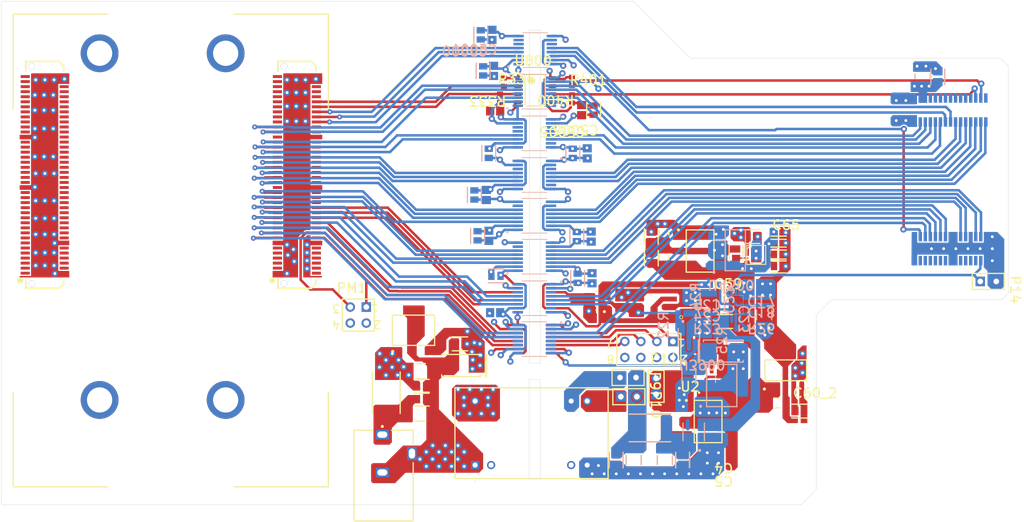
<source format=kicad_pcb>
(kicad_pcb (version 20221018) (generator pcbnew)
  (layers (0 "F.Cu" signal "Top Layer") (1 "In1.Cu" signal "Layer 1") (2 "In2.Cu" signal "Layer 4") (31 "B.Cu" signal "Bottom Layer") (34 "B.Paste" user "Bottom Paste") (35 "F.Paste" user "Top Paste") (36 "B.SilkS" user "Bottom Overlay") (37 "F.SilkS" user "Top Overlay") (38 "B.Mask" user "Bottom Solder") (39 "F.Mask" user "Top Solder") (44 "Edge.Cuts" user))
  (property "SHEETTOTAL" "1")
  (net 0 "")
  (net 1 "/-5Vurp")
  (net 2 "/-5VA_I")
  (net 3 "/5V")
  (net 4 "/5VJack")
  (net 5 "/3.3VA")
  (net 6 "Net-(U7A-+IN)")
  (net 7 "Net-(U7B-+IN2)")
  (net 8 "/5Vurp")
  (net 9 "/5VA_I")
  (net 10 "/3.3Vin")
  (net 11 "/2.5VA")
  (net 12 "Net-(U11-FB)")
  (net 13 "-5Vrp")
  (net 14 "/1.8VA")
  (net 15 "Net-(U12-VREG)")
  (net 16 "w+3.3VDD")
  (net 17 "q+VDC")
  (net 18 "q+VCCO1")
  (net 19 "q+3.3VDD")
  (net 20 "q+1.2VDD")
  (net 21 "e+VDC")
  (net 22 "+VCCO0q")
  (net 23 "Net-(U12-REF)")
  (net 24 "Net-(U12-BYP)")
  (net 25 "/3.3VS")
  (net 26 "/VREF_S")
  (net 27 "Net-(U14-BYPASS)")
  (net 28 "/PR_0_A")
  (net 29 "/M_0_A")
  (net 30 "/M_1_A")
  (net 31 "+VCCO1")
  (net 32 "/PR_1_A")
  (net 33 "/SER_CLK_0_A")
  (net 34 "/SER_B_1_A")
  (net 35 "/SER_B_3_A")
  (net 36 "/SCLK_A")
  (net 37 "/OSC_A")
  (net 38 "/SER_B_2_A")
  (net 39 "/SER_B_0_A")
  (net 40 "VREF_BANK1")
  (net 41 "/SPI_CS_DAQ_A")
  (net 42 "/SPI_CLK_DAQ_A")
  (net 43 "/SPI_DATA_DAQ_A")
  (net 53 "/SCL_Out")
  (net 54 "/SDA_Out")
  (net 56 "/Vdac")
  (net 67 "/MODE_1_A")
  (net 68 "/SER_B_7_A")
  (net 69 "/SER_B_5_A")
  (net 70 "/SER_B_4_A")
  (net 71 "/SER_B_6_A")
  (net 72 "/SER_CLK_1_A")
  (net 73 "/MODE_0_A")
  (net 74 "/SPI_CS_AS_A")
  (net 75 "/SPI_DATA_AS_A")
  (net 76 "/SPI_CLK_AS_A")
  (net 87 "/SER_B_7_In")
  (net 88 "/TTL_0_In")
  (net 89 "/SER_B_5_In")
  (net 90 "/TTL_1_In")
  (net 91 "/SER_B_4_In")
  (net 92 "/TTL_2_In")
  (net 93 "/SER_B_6_In")
  (net 94 "/TTL_3_In")
  (net 95 "/SER_CLK_1_In")
  (net 96 "/SPI_DATA_Stim_In")
  (net 97 "/MODE_0_In")
  (net 98 "/SPI_CLK_Stim_In")
  (net 99 "/SPI_CS_AS_In")
  (net 100 "/SPI_CS_Stim_In")
  (net 101 "/SPI_DATA_AS_In")
  (net 102 "/NetLabel25")
  (net 103 "/SPI_CLK_AS_In")
  (net 105 "/PR_0_In")
  (net 106 "GNDout")
  (net 107 "GNDin")
  (net 109 "/M_0_In")
  (net 111 "5Vrp")
  (net 112 "/M_1_In")
  (net 113 "4VA")
  (net 115 "/PR_1_In")
  (net 117 "/SER_CLK_0_In")
  (net 119 "+VDC")
  (net 120 "+VCCO0")
  (net 121 "+3.3VDD")
  (net 122 "q+1.8VDD")
  (net 123 "+1.2VDD")
  (net 124 "/SER_B_1_In")
  (net 126 "/SER_B_3_In")
  (net 128 "/SER_B_2_In")
  (net 130 "/SER_B_0_In")
  (net 132 "/SPI_CS_DAQ_In")
  (net 134 "/SPI_CLK_DAQ_In")
  (net 136 "/SPI_DATA_DAQ_In")
  (net 139 "/MODE_1_In")
  (net 141 "/OSC_In")
  (net 143 "/SCLK_In")
  (net 145 "/SCL_In")
  (net 147 "/SDA_In")
  (net 149 "/a1")
  (net 219 "/TTL_3_A")
  (net 220 "/TTL_2_A")
  (net 221 "/TTL_1_A")
  (net 222 "/TTL_0_A")
  (net 223 "/-5Vout_i")
  (net 224 "/5Vout_i")
  (net 225 "/Remote")
  (net 227 "Net-(U7A--IN)")
  (net 228 "/I_Vin_DAC")
  (net 229 "/Voref")
  (net 231 "/SPI_CS_Stim_A")
  (net 232 "/SPI_CLK_Stim_A")
  (net 233 "/SPI_DATA_Stim_A")
  (net 234 "/NC_01")
  (net 236 "/MODE_0_A_NC")
  (net 239 "/NC_X_2_In")
  (net 241 "/NC_X_1_In_A")
  (net 242 "/NC_X_1_In")
  (net 244 "/NC_X_1_InA")
  (net 245 "/SER_B_2_ANC")
  (net 247 "/NC_00")
  (net 248 "/SER_B_3_A_NC")
  (net 250 "/NC_02")
  (footprint "Footprints:FP-GRM21B-0_15-IPC_C" (layer "F.Cu") (at 191.9351 107.06551)
    (fp_text reference "C68" hide)
    (fp_text value "GRM21BR61E106KA73L" hide)
  )
  (footprint "Footprints:CAPC2013X140X50NL20T25" (layer "F.Cu") (at 181.3941 121.0691 90)
    (fp_text reference "C110" hide)
    (fp_text value "08055C104K4Z2A" hide)
  )
  (footprint "Footprints:RESC1609X50X30NL8T20" (layer "F.Cu") (at 159.1691 77.7621 -90)
    (fp_text reference "R400")
    (fp_text value "CRCW06030000Z0EA" hide)
  )
  (footprint "Footprints:FP-GRM21B-0_15-IPC_C" (layer "F.Cu") (at 185.2041 105.0671 90)
    (fp_text reference "C69" hide)
    (fp_text value "GRM21BR61E106KA73L" hide)
  )
  (footprint "Footprints:MURA-1210_H_2.7_L" (layer "F.Cu") (at 173.9011 137.8331 90)
    (fp_text reference "C46" hide)
    (fp_text value "GRM32ER61C226KE20L" hide)
  )
  (footprint "Footprints:HDR1X2" (layer "F.Cu") (at 172.5041 127.4191 90)
    (fp_text reference "P11")
    (fp_text value "Header 2" hide)
  )
  (footprint "Footprints:SOT95P280X145-5N" (layer "F.Cu") (at 180.3781 124.7521 90)
    (fp_text reference "U14" hide)
    (fp_text value "LP2992IM5X-3.3/NOPB" hide)
  )
  (footprint "Footprints:RJ-8_M" (layer "F.Cu") (at 163.1061 112.5601 180)
    (fp_text reference "U5" hide)
    (fp_text value "AD5662BRJZ-2REEL7" hide)
  )
  (footprint "Footprints:FP-GRM21B-0_15-IPC_C" (layer "F.Cu") (at 135.2931 126.1491)
    (fp_text reference "C30" hide)
    (fp_text value "GRM21BR61E106KA73L" hide)
  )
  (footprint "Footprints:RESC1609X50X30NL8T20" (layer "F.Cu") (at 159.1691 80.5561 90)
    (fp_text reference "R401")
    (fp_text value "CRCW06030000Z0EA" hide)
  )
  (footprint "Footprints:FP-GRM21B-0_15-IPC_C" (layer "F.Cu") (at 141.3891 119.4181 180)
    (fp_text reference "C48" hide)
    (fp_text value "GRM21BR61E106KA73L" hide)
  )
  (footprint "Footprints:CAPC2013X140X50NL20T25" (layer "F.Cu") (at 182.9181 125.0061 90)
    (fp_text reference "C109" hide)
    (fp_text value "08055C104K4Z2A" hide)
  )
  (footprint "Footprints:LT-ST-3-SOT-223_M" (layer "F.Cu") (at 180.7591 131.7371)
    (fp_text reference "U2")
    (fp_text value "LT1117CST" hide)
  )
  (footprint "Footprints:FP-GRM21B-0_15-IPC_C" (layer "F.Cu") (at 171.7421 105.8291 90)
    (fp_text reference "C51" hide)
    (fp_text value "GRM21BR61E106KA73L" hide)
  )
  (footprint "Footprints:BTE-040" (layer "F.Cu") (at 115.5181 92.6081 90)
    (fp_text reference "JP1" hide)
    (fp_text value "BTE/BSE-040" hide)
  )
  (footprint "Footprints:HDR2X4" (layer "F.Cu") (at 175.1711 119.0371 180)
    (fp_text reference "P7" hide)
    (fp_text value "Header 4X2" hide)
  )
  (footprint "Footprints:DCQ0006A_N" (layer "F.Cu") (at 193.0781 123.6091 90)
    (fp_text reference "U11" hide)
    (fp_text value "TPS79501DCQ" hide)
  )
  (footprint "Footprints:ULFCSP10" (layer "F.Cu") (at 188.4031 105.3051)
    (fp_text reference "U12" hide)
    (fp_text value "ADP7156ACPZ-1.8-R7" hide)
  )
  (footprint "Footprints:FP-GRM21B-0_15-IPC_C" (layer "F.Cu") (at 135.2931 128.1811)
    (fp_text reference "C31" hide)
    (fp_text value "GRM21BR61E106KA73L" hide)
  )
  (footprint "Footprints:CAPC3216X110X50LL20T25" (layer "F.Cu") (at 191.8081 128.8161 180)
    (fp_text reference "C58" hide)
    (fp_text value "C1206C105K5RACTU" hide)
  )
  (footprint "Footprints:RESC1609X50X30NL8T20" (layer "F.Cu") (at 195.2371 131.4831)
    (fp_text reference "R7" hide)
    (fp_text value "CRCW06030000Z0EA" hide)
  )
  (footprint "Footprints:CUI-PJ-102B_V" (layer "F.Cu") (at 129.0701 136.8171 -90)
    (fp_text reference "J4" hide)
    (fp_text value "PJ-102B" hide)
  )
  (footprint "Footprints:CAPC3225X140X50LL20T25" (layer "F.Cu") (at 183.2991 113.0681)
    (fp_text reference "C59")
    (fp_text value "C1210C225K5RACTU" hide)
  )
  (footprint "Footprints:SOP63P602X175-16N" (layer "F.Cu") (at 153.2001 112.1791)
    (fp_text reference "UD4" hide)
    (fp_text value "MAX14130FAEE+" hide)
  )
  (footprint "Footprints:CAPC2013X140X50NL20T25" (layer "F.Cu") (at 183.4261 136.4361 180)
    (fp_text reference "C4")
    (fp_text value "08055C104K4Z2A" hide)
  )
  (footprint "Footprints:LT-ST-3-SOT-223_L" (layer "F.Cu") (at 134.0231 117.2591 90)
    (fp_text reference "U9" hide)
    (fp_text value "LT1129CST-3.3#TRPBF" hide)
  )
  (footprint "Footprints:CAPC2013X140X50NL20T25" (layer "F.Cu") (at 163.2331 115.3541 180)
    (fp_text reference "C100" hide)
    (fp_text value "08055C104K4Z2A" hide)
  )
  (footprint "Footprints:FP-GRM21B-0_15-IPC_C" (layer "F.Cu") (at 171.7421 102.4001 -90)
    (fp_text reference "C49" hide)
    (fp_text value "GRM21BR61E106KA73L" hide)
  )
  (footprint "Footprints:CAPC2013X140X50NL20T25" (layer "F.Cu") (at 179.4891 121.0691 90)
    (fp_text reference "C107" hide)
    (fp_text value "08055C104K4Z2A" hide)
  )
  (footprint "Footprints:HDR1X2" (layer "F.Cu") (at 166.7891 124.7521)
    (fp_text reference "P9")
    (fp_text value "Header 2" hide)
  )
  (footprint "Footprints:CAPC2013X140X50NL20T25" (layer "F.Cu") (at 179.7431 113.7031 90)
    (fp_text reference "C105" hide)
    (fp_text value "08055C104K4Z2A" hide)
  )
  (footprint "Footprints:FP-GRM21B-0_15-IPC_C" (layer "F.Cu") (at 187.7441 102.4001)
    (fp_text reference "C66" hide)
    (fp_text value "GRM21BR61E106KA73L" hide)
  )
  (footprint "Footprints:WE-PD4-S" (layer "F.Cu") (at 171.52702 132.7531)
    (fp_text reference "L2" hide)
    (fp_text value "74455033" hide)
  )
  (footprint "Footprints:BTE-040" (layer "F.Cu") (at 75.5081 92.6081 90)
    (fp_text reference "JP2" hide)
    (fp_text value "BTE/BSE-040" hide)
  )
  (footprint "Footprints:FP-GRM21B-0_15-IPC_C" (layer "F.Cu") (at 166.17943 137.84796 -90)
    (fp_text reference "C45" hide)
    (fp_text value "GRM21BR61E106KA73L" hide)
  )
  (footprint "Footprints:CAPC2013X140X50NL20T25" (layer "F.Cu") (at 166.7891 112.8141 90)
    (fp_text reference "C101" hide)
    (fp_text value "08055C104K4Z2A" hide)
  )
  (footprint "Footprints:FP-GRM21B-0_15-IPC_C" (layer "F.Cu") (at 195.2371 130.0861)
    (fp_text reference "C60_2")
    (fp_text value "GRM21BR61E106KA73L" hide)
  )
  (footprint "Footprints:KEMT-T491-C_L" (layer "F.Cu") (at 141.6431 122.8471 180)
    (fp_text reference "C47" hide)
    (fp_text value "T491C105K050AT" hide)
  )
  (footprint "Footprints:CAPC2013X140X50NL20T25" (layer "F.Cu") (at 184.6961 125.0061 90)
    (fp_text reference "C108" hide)
    (fp_text value "08055C104K4Z2A" hide)
  )
  (footprint "Footprints:FP-GRM21B-0_15-IPC_C" (layer "F.Cu") (at 191.9351 101.73151)
    (fp_text reference "C65_2" hide)
    (fp_text value "GRM21BR61E106KA73L" hide)
  )
  (footprint "Footprints:SOP63P602X175-16N" (layer "F.Cu") (at 153.2001 118.6561 180)
    (fp_text reference "UD8" hide)
    (fp_text value "MAX14130FAEE+" hide)
  )
  (footprint "Footprints:TIM20911" (layer "F.Cu") (at 143.79454 138.64701 90)
    (fp_text reference "PS1" hide)
    (fp_text value "TIM_2-0911" hide)
  )
  (footprint "Footprints:MURA-1210_H_2.7_L" (layer "F.Cu") (at 135.1661 123.7361 180)
    (fp_text reference "C14" hide)
    (fp_text value "GRM32ER61C226KE20L" hide)
  )
  (footprint "Footprints:FP-GRM21B-0_15-IPC_C" (layer "F.Cu") (at 191.95737 103.42435)
    (fp_text reference "C65")
    (fp_text value "GRM21BR61E106KA73L" hide)
  )
  (footprint "Footprints:CAPC3216X110X50LL20T25" (layer "F.Cu") (at 173.7741 105.7021 -90)
    (fp_text reference "C52" hide)
    (fp_text value "C1206C105K5RACTU" hide)
  )
  (footprint "Footprints:FP-GRM21B-0_15-IPC_C" (layer "F.Cu") (at 183.4261 115.8621 180)
    (fp_text reference "C57" hide)
    (fp_text value "GRM21BR61E106KA73L" hide)
  )
  (footprint "Footprints:CAPC2013X140X50NL20T25" (layer "F.Cu") (at 160.6931 82.3341 -90)
    (fp_text reference "C5005")
    (fp_text value "08055C104K4Z2A" hide)
  )
  (footprint "Footprints:CAPC2013X140X50NL20T25" (layer "F.Cu") (at 183.4261 138.4681 180)
    (fp_text reference "C5")
    (fp_text value "08055C104K4Z2A" hide)
  )
  (footprint "Footprints:RESC1609X50X30NL8T20" (layer "F.Cu") (at 148.3741 77.8891 -90)
    (fp_text reference "R333")
    (fp_text value "CRCW06030000Z0EA" hide)
  )
  (footprint "Footprints:LT-ST-3-SOT-223_M" (layer "F.Cu") (at 179.4891 104.6861)
    (fp_text reference "U10" hide)
    (fp_text value "LT1118CST-2.5#PBF" hide)
  )
  (footprint "Footprints:RESC1609X50X30NL8T20" (layer "F.Cu") (at 147.7391 80.4291 90)
    (fp_text reference "R334")
    (fp_text value "CRCW06030000Z0EA" hide)
  )
  (footprint "Footprints:MURA-1210_H_2.7_L" (layer "F.Cu") (at 135.0391 130.4671 180)
    (fp_text reference "C15" hide)
    (fp_text value "GRM32ER61C226KE20L" hide)
  )
  (footprint "Footprints:FP-GRM21B-0_15-IPC_C" (layer "F.Cu") (at 162.5981 82.3341 -90)
    (fp_text reference "C5006")
    (fp_text value "GRM21BR61E106KA73L" hide)
  )
  (footprint "Footprints:HDR1X2" (layer "F.Cu") (at 166.9161 127.8001)
    (fp_text reference "P10")
    (fp_text value "Header 2" hide)
  )
  (footprint "Footprints:HDR1X2" (layer "F.Cu") (at 223.9391 109.5121)
    (fp_text reference "P14")
    (fp_text value "Header 2" hide)
  )
  (footprint "Footprints:FP-GRM21B-0_15-IPC_C" (layer "F.Cu") (at 176.72043 137.84796 -90)
    (fp_text reference "C43" hide)
    (fp_text value "GRM21BR61E106KA73L" hide)
  )
  (footprint "Footprints:FP-GRM21B-0_15-IPC_C" (layer "F.Cu") (at 191.9351 105.16051)
    (fp_text reference "C67" hide)
    (fp_text value "GRM21BR61E106KA73L" hide)
  )
  (footprint "Footprints:MURA-1210_H_2.7_L" (layer "F.Cu") (at 168.9481 137.8331 90)
    (fp_text reference "C44" hide)
    (fp_text value "GRM32ER61C226KE20L" hide)
  )
  (footprint "Footprints:HDR2X2" (layer "F.Cu") (at 126.5301 113.5761 180)
    (fp_text reference "PM1")
    (fp_text value "Header 2X2" hide)
  )
  (footprint "Footprints:CAPC2013X140X50NL20T25" (layer "F.Cu") (at 146.9771 82.4611 180)
    (fp_text reference "C64" hide)
    (fp_text value "08055C104K4Z2A" hide)
  )
  (footprint "Footprints:ADI-R-8_N" (layer "F.Cu") (at 153.3271 79.1591)
    (fp_text reference "U800")
    (fp_text value "ADuM1250ARZ" hide)
  )
  (footprint "Footprints:CAPC2013X140X50NL20T25" (layer "F.Cu") (at 177.8381 113.7031 90)
    (fp_text reference "C99" hide)
    (fp_text value "08055C104K4Z2A" hide)
  )
  (footprint "Footprints:SOIC127P600X175-8N" (layer "F.Cu") (at 171.9961 112.9411 180)
    (fp_text reference "U1" hide)
    (fp_text value "MCP1501-40E/SN" hide)
  )
  (footprint "Footprints:WE-PD4-S" (layer "F.Cu") (at 129.7051 127.1651 -90)
    (fp_text reference "L1" hide)
    (fp_text value "74455033" hide)
  )
  (footprint "Footprints:CAPC3216X110X50LL20T25" (layer "F.Cu") (at 173.7741 101.7651 90)
    (fp_text reference "C50" hide)
    (fp_text value "C1206C105K5RACTU" hide)
  )
  (footprint "Footprints:RESC1609X50X30NL8T20" (layer "F.Cu") (at 195.1101 128.6891 180)
    (fp_text reference "R6" hide)
    (fp_text value "CRCW06030000Z0EA" hide)
  )
  (footprint "Footprints:FP-C04-028-IPC_A" (layer "B.Cu") (at 177.7111 118.4021 -90)
    (fp_text reference "U3900")
    (fp_text value "MCP1501T-33E/CHY" hide)
  )
  (footprint "Footprints:CAPC2013X140X50NL20T25" (layer "B.Cu") (at 161.5821 89.1921 90)
    (fp_text reference "C90" hide)
    (fp_text value "08055C104K4Z2A" hide)
  )
  (footprint "Footprints:CAPC2013X140X50NL20T25" (layer "B.Cu") (at 188.2521 109.8931)
    (fp_text reference "C17")
    (fp_text value "08055C104K4Z2A" hide)
  )
  (footprint "Footprints:SOP63P602X175-16N" (layer "B.Cu") (at 153.3271 72.8091)
    (fp_text reference "UD0" hide)
    (fp_text value "MAX14130FAEE+" hide)
  )
  (footprint "Footprints:RESC1609X50X30NL8T20" (layer "B.Cu") (at 178.70716 113.95445 -90)
    (fp_text reference "R23")
    (fp_text value "CRCW06030000Z0EA" hide)
  )
  (footprint "Footprints:FP-GRM21B-0_15-IPC_C" (layer "B.Cu") (at 217.19889 77.032 90)
    (fp_text reference "C60" hide)
    (fp_text value "GRM21BR61E106KA73L" hide)
  )
  (footprint "Footprints:RESC1609X50X30NL8T20" (layer "B.Cu") (at 187.3631 113.9571 -90)
    (fp_text reference "R26")
    (fp_text value "CRCW06030000Z0EA" hide)
  )
  (footprint "Footprints:CAPC2013X140X50NL20T25" (layer "B.Cu") (at 146.9771 114.4651 180)
    (fp_text reference "C56" hide)
    (fp_text value "08055C104K4Z2A" hide)
  )
  (footprint "Footprints:CAPC2013X140X50NL20T25" (layer "B.Cu") (at 145.9611 102.2731 90)
    (fp_text reference "C1001" hide)
    (fp_text value "08055C104K4Z2A" hide)
  )
  (footprint "Footprints:FP-GRM21B-0_15-IPC_C" (layer "B.Cu") (at 144.6911 70.3961 90)
    (fp_text reference "C77" hide)
    (fp_text value "GRM21BR61E106KA73L" hide)
  )
  (footprint "Footprints:CAPC2013X140X50NL20T25" (layer "B.Cu") (at 145.5801 95.7961 -90)
    (fp_text reference "C73" hide)
    (fp_text value "08055C104K4Z2A" hide)
  )
  (footprint "Footprints:FP-GRM21B-0_15-IPC_C" (layer "B.Cu") (at 177.7111 124.4981 -90)
    (fp_text reference "C39" hide)
    (fp_text value "GRM21BR61E106KA73L" hide)
  )
  (footprint "Footprints:CAPC2013X140X50NL20T25" (layer "B.Cu") (at 181.5211 117.7671 180)
    (fp_text reference "C24")
    (fp_text value "08055C104K4Z2A" hide)
  )
  (footprint "Footprints:SOP63P602X175-16N" (layer "B.Cu") (at 153.2001 86.0171 180)
    (fp_text reference "UD9" hide)
    (fp_text value "MAX14130FAEE+" hide)
  )
  (footprint "Footprints:CAPC2013X140X50NL20T25" (layer "B.Cu") (at 183.0451 133.4261 -90)
    (fp_text reference "C11" hide)
    (fp_text value "08055C104K4Z2A" hide)
  )
  (footprint "Footprints:LT-ST-3-SOT-223_L" (layer "B.Cu") (at 182.9181 126.0221)
    (fp_text reference "U6" hide)
    (fp_text value "LT1129CST-3.3#TRPBF" hide)
  )
  (footprint "Footprints:J524653071" (layer "B.Cu") (at 219.2201 104.3131 90)
    (fp_text reference "J2" hide)
    (fp_text value "MOLEX-524653071" hide)
  )
  (footprint "Footprints:CAPC2013X140X50NL20T25" (layer "B.Cu") (at 146.4691 70.3961 90)
    (fp_text reference "C79" hide)
    (fp_text value "08055C104K4Z2A" hide)
  )
  (footprint "Footprints:FP-GRM21B-0_15-IPC_C" (layer "B.Cu") (at 160.0581 109.0041 90)
    (fp_text reference "C80" hide)
    (fp_text value "GRM21BR61E106KA73L" hide)
  )
  (footprint "Footprints:MURA-1210_H_2.7_L" (layer "B.Cu") (at 180.86616 113.06545 90)
    (fp_text reference "C22")
    (fp_text value "GRM32ER61C226KE20L" hide)
  )
  (footprint "Footprints:FP-GRM21B-0_15-IPC_C" (layer "B.Cu") (at 143.6751 95.7961 -90)
    (fp_text reference "C71" hide)
    (fp_text value "GRM21BR61E106KA73L" hide)
  )
  (footprint "Footprints:RESC1609X50X30NL8T20" (layer "B.Cu") (at 176.67516 114.58945 180)
    (fp_text reference "R22")
    (fp_text value "CRCW06030000Z0EA" hide)
  )
  (footprint "Footprints:FP-GRM21B-0_15-IPC_C" (layer "B.Cu") (at 144.1831 102.2731 90)
    (fp_text reference "C1000" hide)
    (fp_text value "GRM21BR61E106KA73L" hide)
  )
  (footprint "Footprints:CAPC2013X140X50NL20T25" (layer "B.Cu") (at 146.7231 76.1111 90)
    (fp_text reference "C5001")
    (fp_text value "08055C104K4Z2A" hide)
  )
  (footprint "Footprints:FP-ST-3-05-08-1630-IPC_A" (layer "B.Cu") (at 185.0771 104.5591)
    (fp_text reference "U4500")
    (fp_text value "LT1963EST-2.5#PBF" hide)
  )
  (footprint "Footprints:SOP63P602X175-16N" (layer "B.Cu") (at 153.2001 118.6561 180)
    (fp_text reference "UD7" hide)
    (fp_text value "MAX14130FAEE+" hide)
  )
  (footprint "Footprints:CAPC3225X140X50LL20T25" (layer "B.Cu") (at 214.7951 77.0001 -90)
    (fp_text reference "C59_2" hide)
    (fp_text value "C1210C225K5RACTU" hide)
  )
  (footprint "Footprints:MURA-1210_H_2.7_L" (layer "B.Cu") (at 168.9481 137.8331 90)
    (fp_text reference "C8" hide)
    (fp_text value "GRM32ER61C226KE20L" hide)
  )
  (footprint "Footprints:FP-UJ-5-IPC_A" (layer "B.Cu") (at 178.4731 133.3881 90)
    (fp_text reference "U3" hide)
    (fp_text value "ADP7182AUJZ-5.0-R7" hide)
  )
  (footprint "Footprints:UMSOP8" (layer "B.Cu") (at 184.8231 113.1951 90)
    (fp_text reference "U7" hide)
    (fp_text value "ADA4807-2ARMZ-R7" hide)
  )
  (footprint "Footprints:SOP63P602X175-16N" (layer "B.Cu") (at 153.20009 105.5831)
    (fp_text reference "UD2" hide)
    (fp_text value "MAX14130FAEE+" hide)
  )
  (footprint "Footprints:CAPC2013X140X50NL20T25" (layer "B.Cu") (at 181.5211 115.9891 180)
    (fp_text reference "C25")
    (fp_text value "08055C104K4Z2A" hide)
  )
  (footprint "Footprints:SOP63P602X175-16N" (layer "B.Cu") (at 153.2001 92.6211 180)
    (fp_text reference "UD5" hide)
    (fp_text value "MAX14130FAEE+" hide)
  )
  (footprint "Footprints:CAPC2013X140X50NL20T25" (layer "B.Cu") (at 162.2171 102.4001 90)
    (fp_text reference "C1002" hide)
    (fp_text value "08055C104K4Z2A" hide)
  )
  (footprint "Footprints:RESC1609X50X30NL8T20" (layer "B.Cu") (at 181.7751 110.0201 180)
    (fp_text reference "R24")
    (fp_text value "CRCW06030000Z0EA" hide)
  )
  (footprint "Footprints:FP-GRM21B-0_15-IPC_C" (layer "B.Cu") (at 159.9311 102.4001 90)
    (fp_text reference "C1003" hide)
    (fp_text value "GRM21BR61E106KA73L" hide)
  )
  (footprint "Footprints:SOP63P602X175-16N" (layer "B.Cu") (at 153.2001 99.0981)
    (fp_text reference "UD1" hide)
    (fp_text value "MAX14130FAEE+" hide)
  )
  (footprint "Footprints:SOP63P602X175-16N" (layer "B.Cu") (at 153.2001 79.41175)
    (fp_text reference "UD3" hide)
    (fp_text value "MAX14130FAEE+" hide)
  )
  (footprint "Footprints:MURA-1210_H_2.7_L" (layer "B.Cu") (at 173.9011 137.8331 90)
    (fp_text reference "C7" hide)
    (fp_text value "GRM32ER61C226KE20L" hide)
  )
  (footprint "Footprints:FP-GRM21B-0_15-IPC_C" (layer "B.Cu") (at 145.0721 76.1111 90)
    (fp_text reference "C5000")
    (fp_text value "GRM21BR61E106KA73L" hide)
  )
  (footprint "Footprints:FP-GRM21B-0_15-IPC_C" (layer "B.Cu") (at 159.2961 89.1921 90)
    (fp_text reference "C88" hide)
    (fp_text value "GRM21BR61E106KA73L" hide)
  )
  (footprint "Footprints:KEMT-T491-C_L" (layer "B.Cu") (at 183.1721 120.5611)
    (fp_text reference "C16" hide)
    (fp_text value "T491C105K050AT" hide)
  )
  (footprint "Footprints:CAPC2013X140X50NL20T25" (layer "B.Cu") (at 162.3441 109.0041 90)
    (fp_text reference "C82" hide)
    (fp_text value "08055C104K4Z2A" hide)
  )
  (footprint "Footprints:FP-GRM21B-0_15-IPC_C" (layer "B.Cu") (at 147.1041 108.6231 180)
    (fp_text reference "C54" hide)
    (fp_text value "GRM21BR61E106KA73L" hide)
  )
  (footprint "Footprints:FP-GRM21B-0_15-IPC_C" (layer "B.Cu") (at 145.9611 89.1921 -90)
    (fp_text reference "C62" hide)
    (fp_text value "GRM21BR61E106KA73L" hide)
  )
  (footprint "Footprints:SOP63P602X175-16N" (layer "B.Cu") (at 153.2001 112.1791 180)
    (fp_text reference "UD6" hide)
    (fp_text value "MAX14130FAEE+" hide)
  )
  (footprint "Footprints:MURA-1210_H_2.7_L" (layer "B.Cu") (at 189.6491 114.8461 -90)
    (fp_text reference "C23")
    (fp_text value "GRM32ER61C226KE20L" hide)
  )
  (footprint "Footprints:WE-PD4-S" (layer "B.Cu") (at 171.52702 132.7531)
    (fp_text reference "L5" hide)
    (fp_text value "74455033" hide)
  )
  (footprint "Footprints:CAPC2013X140X50NL20T25" (layer "B.Cu") (at 188.2901 111.6711)
    (fp_text reference "C18")
    (fp_text value "08055C104K4Z2A" hide)
  )
  (footprint "Footprints:FP-GRM21B-0_15-IPC_C" (layer "B.Cu") (at 166.1541 137.8331 -90)
    (fp_text reference "C9" hide)
    (fp_text value "GRM21BR61E106KA73L" hide)
  )
  (footprint "Footprints:CAPC2013X140X50NL20T25" (layer "B.Cu") (at 181.0131 133.3881 -90)
    (fp_text reference "C10" hide)
    (fp_text value "08055C104K4Z2A" hide)
  )
  (footprint "Footprints:RESC1609X50X30NL8T20" (layer "B.Cu") (at 185.9661 117.0051 180)
    (fp_text reference "R25")
    (fp_text value "CRCW06030000Z0EA" hide)
  )
  (footprint "Footprints:FP-GRM21B-0_15-IPC_C" (layer "B.Cu") (at 176.6951 137.8331 -90)
    (fp_text reference "C6" hide)
    (fp_text value "GRM21BR61E106KA73L" hide)
  )
  (footprint "Footprints:J524653071" (layer "B.Cu") (at 219.2201 82.3131 90)
    (fp_text reference "J1" hide)
    (fp_text value "MOLEX-524653071" hide)
  )
  (gr_line (start 105.5131 67.1031) (end 120.5131 67.1031) (stroke (width 0.203)) (layer "F.SilkS"))
  (gr_line (start 105.5131 142.1031) (end 120.5131 142.1031) (stroke (width 0.203)) (layer "F.SilkS"))
  (gr_line (start 70.5131 82.1031) (end 70.5131 67.1031) (stroke (width 0.203)) (layer "F.SilkS"))
  (gr_line (start 120.5131 82.1031) (end 120.5131 67.1031) (stroke (width 0.203)) (layer "F.SilkS"))
  (gr_line (start 120.5131 142.1031) (end 120.5131 127.1031) (stroke (width 0.203)) (layer "F.SilkS"))
  (gr_line (start 70.5131 142.1031) (end 70.5131 127.1031) (stroke (width 0.203)) (layer "F.SilkS"))
  (gr_line (start 70.5131 142.1031) (end 85.5131 142.1031) (stroke (width 0.203)) (layer "F.SilkS"))
  (gr_line (start 70.5131 67.1031) (end 85.5131 67.1031) (stroke (width 0.203)) (layer "F.SilkS"))
  (gr_line (start 168.9481 65.0621) (end 177.9651 74.0791) (stroke (width 0.05)) (layer "Edge.Cuts"))
  (gr_line (start 197.9041 114.8461) (end 197.9041 142.5321) (stroke (width 0.05)) (layer "Edge.Cuts"))
  (gr_line (start 68.6181 144.71078) (end 68.6181 65.29641) (stroke (width 0.05)) (layer "Edge.Cuts"))
  (gr_line (start 154.1351 140.81435) (end 154.1351 125.06635) (stroke (width 0.05)) (layer "Edge.Cuts"))
  (gr_line (start 68.85242 144.9451) (end 68.6181 144.71078) (stroke (width 0.05)) (layer "Edge.Cuts"))
  (gr_line (start 152.3571 140.81435) (end 154.1351 140.81435) (stroke (width 0.05)) (layer "Edge.Cuts"))
  (gr_line (start 68.85242 65.0621) (end 168.9481 65.0621) (stroke (width 0.05)) (layer "Edge.Cuts"))
  (gr_line (start 68.6181 65.29641) (end 68.85242 65.0621) (stroke (width 0.05)) (layer "Edge.Cuts"))
  (gr_line (start 154.14881 122.4661) (end 152.37081 122.4661) (stroke (width 0.05)) (layer "Edge.Cuts"))
  (gr_line (start 227.13379 74.0791) (end 228.3841 75.32941) (stroke (width 0.05)) (layer "Edge.Cuts"))
  (gr_line (start 152.37081 122.4661) (end 152.37081 69.6341) (stroke (width 0.05)) (layer "Edge.Cuts"))
  (gr_line (start 200.3171 112.4331) (end 197.9041 114.8461) (stroke (width 0.05)) (layer "Edge.Cuts"))
  (gr_line (start 154.14881 69.6341) (end 154.14881 122.4661) (stroke (width 0.05)) (layer "Edge.Cuts"))
  (gr_line (start 152.3571 125.06635) (end 152.3571 140.81435) (stroke (width 0.05)) (layer "Edge.Cuts"))
  (gr_line (start 228.3841 75.32941) (end 228.3841 111.4171) (stroke (width 0.05)) (layer "Edge.Cuts"))
  (gr_line (start 177.9651 74.0791) (end 227.13379 74.0791) (stroke (width 0.05)) (layer "Edge.Cuts"))
  (gr_line (start 195.4911 144.9451) (end 68.85242 144.9451) (stroke (width 0.05)) (layer "Edge.Cuts"))
  (gr_line (start 227.3681 112.4331) (end 200.3171 112.4331) (stroke (width 0.05)) (layer "Edge.Cuts"))
  (gr_line (start 228.3841 111.4171) (end 227.3681 112.4331) (stroke (width 0.05)) (layer "Edge.Cuts"))
  (gr_line (start 152.37081 69.6341) (end 154.14881 69.6341) (stroke (width 0.05)) (layer "Edge.Cuts"))
  (gr_line (start 154.1351 125.06635) (end 152.3571 125.06635) (stroke (width 0.05)) (layer "Edge.Cuts"))
  (gr_line (start 197.9041 142.5321) (end 195.4911 144.9451) (stroke (width 0.05)) (layer "Edge.Cuts"))
  (via (at 131.51132 124.3711) (size 1) (drill 0.45) (layers "F.Cu" "B.Cu") (net 3))
  (via (at 145.84461 129.1771) (size 1) (drill 0.45) (layers "F.Cu" "B.Cu") (net 3))
  (via (at 144.79522 130.48622) (size 1) (drill 0.45) (layers "F.Cu" "B.Cu") (net 3))
  (via (at 128.65777 120.96374) (size 1) (drill 0.45) (layers "F.Cu" "B.Cu") (net 3))
  (via (at 130.63332 123.12274) (size 1) (drill 0.45) (layers "F.Cu" "B.Cu") (net 3))
  (via (at 144.79522 126.63798) (size 1) (drill 0.45) (layers "F.Cu" "B.Cu") (net 3))
  (via (at 133.2611 124.3711) (size 1) (drill 0.45) (layers "F.Cu" "B.Cu") (net 3))
  (via (at 146.64847 130.48622) (size 1) (drill 0.45) (layers "F.Cu" "B.Cu") (net 3))
  (via (at 145.84461 127.9471) (size 1) (drill 0.45) (layers "F.Cu" "B.Cu") (net 3))
  (via (at 132.45724 123.06198) (size 1) (drill 0.45) (layers "F.Cu" "B.Cu") (net 3))
  (via (at 129.64555 124.39274) (size 1) (drill 0.45) (layers "F.Cu" "B.Cu") (net 3))
  (via (at 146.64847 126.63798) (size 1) (drill 0.45) (layers "F.Cu" "B.Cu") (net 3))
  (via (at 142.0241 127.9271) (size 1) (drill 0.45) (layers "F.Cu" "B.Cu") (net 3))
  (via (at 128.62955 123.12274) (size 1) (drill 0.45) (layers "F.Cu" "B.Cu") (net 3))
  (via (at 130.66155 120.96374) (size 1) (drill 0.45) (layers "F.Cu" "B.Cu") (net 3))
  (via (at 142.0241 129.1971) (size 1) (drill 0.45) (layers "F.Cu" "B.Cu") (net 3))
  (via (at 141.0887 126.63798) (size 1) (drill 0.45) (layers "F.Cu" "B.Cu") (net 3))
  (via (at 142.94196 130.48622) (size 1) (drill 0.45) (layers "F.Cu" "B.Cu") (net 3))
  (via (at 131.64932 121.97974) (size 1) (drill 0.45) (layers "F.Cu" "B.Cu") (net 3))
  (via (at 129.64555 121.97974) (size 1) (drill 0.45) (layers "F.Cu" "B.Cu") (net 3))
  (via (at 142.94196 126.63798) (size 1) (drill 0.45) (layers "F.Cu" "B.Cu") (net 3))
  (via (at 141.0887 130.48622) (size 1) (drill 0.45) (layers "F.Cu" "B.Cu") (net 3))
  (segment (start 155.6131 76.1111) (end 155.7279 76.2259) (width 0.4) (layer "F.Cu") (net 5))
  (segment (start 159.1691 81.2061) (end 160.3651 81.2061) (width 0.4) (layer "F.Cu") (net 5))
  (segment (start 156.6672 77.39008) (end 158.01992 77.39008) (width 0.4) (layer "F.Cu") (net 5))
  (segment (start 158.01992 77.39008) (end 158.29789 77.1121) (width 0.4) (layer "F.Cu") (net 5))
  (segment (start 154.8511 81.27805) (end 154.8511 77.48841) (width 0.4) (layer "F.Cu") (net 5))
  (segment (start 160.3651 81.2061) (end 160.6931 81.5341) (width 0.4) (layer "F.Cu") (net 5))
  (segment (start 160.76686 81.60786) (end 162.5981 81.60786) (width 0.4) (layer "F.Cu") (net 5))
  (segment (start 154.8511 81.27805) (end 156.04515 82.4721) (width 0.4) (layer "F.Cu") (net 5))
  (segment (start 158.95384 81.91436) (end 158.95384 81.4061) (width 0.4) (layer "F.Cu") (net 5))
  (segment (start 155.8351 120.8786) (end 155.8401 120.8836) (width 0.4) (layer "F.Cu") (net 5))
  (segment (start 155.08542 77.2541) (end 156.0521 77.2541) (width 0.4) (layer "F.Cu") (net 5))
  (segment (start 155.8401 120.8836) (end 156.6976 120.8836) (width 0.4) (layer "F.Cu") (net 5))
  (segment (start 156.04515 82.4721) (end 158.3961 82.4721) (width 0.4) (layer "F.Cu") (net 5))
  (segment (start 156.6976 120.8836) (end 158.1531 122.3391) (width 0.4) (layer "F.Cu") (net 5))
  (segment (start 158.29789 77.1121) (end 159.1691 77.1121) (width 0.4) (layer "F.Cu") (net 5))
  (segment (start 155.7279 77.16171) (end 155.7279 76.2259) (width 0.4) (layer "F.Cu") (net 5))
  (segment (start 156.53122 77.2541) (end 156.6672 77.39008) (width 0.4) (layer "F.Cu") (net 5))
  (segment (start 160.6931 81.5341) (end 160.76686 81.60786) (width 0.4) (layer "F.Cu") (net 5))
  (segment (start 156.0521 77.2541) (end 156.53122 77.2541) (width 0.4) (layer "F.Cu") (net 5))
  (segment (start 158.3961 82.4721) (end 158.95384 81.91436) (width 0.4) (layer "F.Cu") (net 5))
  (segment (start 154.8511 77.48841) (end 155.08542 77.2541) (width 0.4) (layer "F.Cu") (net 5))
  (segment (start 155.95971 77.16171) (end 156.0521 77.2541) (width 0.4) (layer "F.Cu") (net 5))
  (segment (start 155.7279 77.16171) (end 155.95971 77.16171) (width 0.4) (layer "F.Cu") (net 5))
  (via (at 158.1531 122.3391) (size 1) (drill 0.45) (layers "F.Cu" "B.Cu") (net 5))
  (via (at 155.6131 76.1111) (size 1) (drill 0.45) (layers "F.Cu" "B.Cu") (net 5))
  (segment (start 177.55986 123.77186) (end 177.7111 123.77186) (width 0.4) (layer "B.Cu") (net 5))
  (segment (start 158.1531 122.3391) (end 158.17942 122.3391) (width 0.4) (layer "B.Cu") (net 5))
  (segment (start 158.17942 122.3391) (end 158.68742 122.8471) (width 0.4) (layer "B.Cu") (net 5))
  (segment (start 176.6351 122.8471) (end 177.55986 123.77186) (width 0.4) (layer "B.Cu") (net 5))
  (segment (start 158.68742 122.8471) (end 176.6351 122.8471) (width 0.4) (layer "B.Cu") (net 5))
  (segment (start 182.4101 113.9571) (end 184.0611 113.9571) (width 0.4) (layer "B.Cu") (net 6))
  (segment (start 181.96616 114.40104) (end 182.4101 113.9571) (width 0.4) (layer "B.Cu") (net 6))
  (segment (start 184.0611 113.9571) (end 184.5231 114.4191) (width 0.4) (layer "B.Cu") (net 6))
  (segment (start 184.50767 115.38553) (end 184.50767 114.43454) (width 0.4) (layer "B.Cu") (net 6))
  (segment (start 181.96616 114.41545) (end 181.96616 114.40104) (width 0.4) (layer "B.Cu") (net 6))
  (segment (start 184.50767 114.43454) (end 184.5231 114.4191) (width 0.4) (layer "B.Cu") (net 6))
  (segment (start 184.4981 115.3951) (end 184.50767 115.38553) (width 0.4) (layer "B.Cu") (net 6))
  (segment (start 180.86616 114.59045) (end 181.79116 114.59045) (width 0.4) (layer "B.Cu") (net 6))
  (segment (start 181.79116 114.59045) (end 181.96616 114.41545) (width 0.4) (layer "B.Cu") (net 6))
  (segment (start 183.85767 111.73855) (end 185.42622 113.3071) (width 0.4) (layer "B.Cu") (net 7))
  (segment (start 187.1091 113.3071) (end 187.1161 113.3141) (width 0.4) (layer "B.Cu") (net 7))
  (segment (start 183.8481 110.9951) (end 183.85767 111.00466) (width 0.4) (layer "B.Cu") (net 7))
  (segment (start 183.85767 111.73855) (end 183.85767 111.00466) (width 0.4) (layer "B.Cu") (net 7))
  (segment (start 185.42622 113.3071) (end 187.1091 113.3071) (width 0.4) (layer "B.Cu") (net 7))
  (segment (start 187.1161 113.3141) (end 189.2611 113.3141) (width 0.4) (layer "B.Cu") (net 7))
  (segment (start 189.2611 113.3141) (end 189.2681 113.3211) (width 0.4) (layer "B.Cu") (net 7))
  (segment (start 146.7986 116.09996) (end 146.7986 115.9376) (width 0.4) (layer "F.Cu") (net 10))
  (segment (start 147.7391 82.4231) (end 147.7391 81.0791) (width 0.4) (layer "F.Cu") (net 10))
  (segment (start 150.5701 120.8736) (end 151.49576 120.8736) (width 0.4) (layer "F.Cu") (net 10))
  (segment (start 147.88015 83.45424) (end 147.88015 82.56415) (width 0.4) (layer "F.Cu") (net 10))
  (segment (start 148.3741 77.2391) (end 148.3816 77.2466) (width 0.4) (layer "F.Cu") (net 10))
  (segment (start 147.9809 108.6109) (end 148.6044 108.6109) (width 0.4) (layer "F.Cu") (net 10))
  (segment (start 147.8661 108.4961) (end 147.9809 108.6109) (width 0.4) (layer "F.Cu") (net 10))
  (segment (start 151.7851 120.58426) (end 151.7851 117.36294) (width 0.4) (layer "F.Cu") (net 10))
  (segment (start 150.5651 120.8786) (end 150.5701 120.8736) (width 0.4) (layer "F.Cu") (net 10))
  (segment (start 148.3816 77.2466) (end 150.5946 77.2466) (width 0.4) (layer "F.Cu") (net 10))
  (segment (start 147.7391 82.4231) (end 147.7771 82.4611) (width 0.4) (layer "F.Cu") (net 10))
  (segment (start 150.6021 77.2541) (end 150.6311 77.2251) (width 0.4) (layer "F.Cu") (net 10))
  (segment (start 150.6311 76.0131) (end 150.6601 75.9841) (width 0.4) (layer "F.Cu") (net 10))
  (segment (start 148.2471 114.7191) (end 148.2471 114.55674) (width 0.4) (layer "F.Cu") (net 10))
  (segment (start 149.9501 109.9566) (end 150.5651 109.9566) (width 0.4) (layer "F.Cu") (net 10))
  (segment (start 151.49576 120.8736) (end 151.7851 120.58426) (width 0.4) (layer "F.Cu") (net 10))
  (segment (start 150.5701 117.0736) (end 151.49576 117.0736) (width 0.4) (layer "F.Cu") (net 10))
  (segment (start 147.76724 117.0686) (end 150.5651 117.0686) (width 0.4) (layer "F.Cu") (net 10))
  (segment (start 151.49576 117.0736) (end 151.7851 117.36294) (width 0.4) (layer "F.Cu") (net 10))
  (segment (start 150.6311 77.2251) (end 150.6311 76.0131) (width 0.4) (layer "F.Cu") (net 10))
  (segment (start 147.7771 82.4611) (end 147.88015 82.56415) (width 0.4) (layer "F.Cu") (net 10))
  (segment (start 150.5946 77.2466) (end 150.6021 77.2541) (width 0.4) (layer "F.Cu") (net 10))
  (segment (start 146.7986 116.09996) (end 147.76724 117.0686) (width 0.4) (layer "F.Cu") (net 10))
  (segment (start 148.6044 108.6109) (end 149.9501 109.9566) (width 0.4) (layer "F.Cu") (net 10))
  (segment (start 150.5651 117.0686) (end 150.5701 117.0736) (width 0.4) (layer "F.Cu") (net 10))
  (via (at 148.2471 114.7191) (size 1) (drill 0.45) (layers "F.Cu" "B.Cu") (net 10))
  (via (at 143.36685 123.37938) (size 1) (drill 0.45) (layers "F.Cu" "B.Cu") (net 10))
  (via (at 146.4691 71.1581) (size 1) (drill 0.45) (layers "F.Cu" "B.Cu") (net 10))
  (via (at 143.6751 119.2386) (size 1) (drill 0.45) (layers "F.Cu" "B.Cu") (net 10))
  (via (at 146.8121 77.0001) (size 1) (drill 0.45) (layers "F.Cu" "B.Cu") (net 10))
  (via (at 144.60332 121.21774) (size 1) (drill 0.45) (layers "F.Cu" "B.Cu") (net 10))
  (via (at 147.88015 83.45424) (size 1) (drill 0.45) (layers "F.Cu" "B.Cu") (net 10))
  (via (at 147.8661 108.4961) (size 1) (drill 0.45) (layers "F.Cu" "B.Cu") (net 10))
  (via (at 146.0881 88.4301) (size 1) (drill 0.45) (layers "F.Cu" "B.Cu") (net 10))
  (via (at 142.5321 119.4181) (size 1) (drill 0.45) (layers "F.Cu" "B.Cu") (net 10))
  (via (at 147.6121 102.0191) (size 1) (drill 0.45) (layers "F.Cu" "B.Cu") (net 10))
  (via (at 144.5641 122.8471) (size 1) (drill 0.45) (layers "F.Cu" "B.Cu") (net 10))
  (via (at 146.7986 115.9376) (size 1) (drill 0.45) (layers "F.Cu" "B.Cu") (net 10))
  (via (at 143.4211 121.9581) (size 1) (drill 0.45) (layers "F.Cu" "B.Cu") (net 10))
  (via (at 147.8661 121.1961) (size 1) (drill 0.45) (layers "F.Cu" "B.Cu") (net 10))
  (via (at 142.57132 117.4386) (size 1) (drill 0.45) (layers "F.Cu" "B.Cu") (net 10))
  (via (at 146.2151 94.9071) (size 1) (drill 0.45) (layers "F.Cu" "B.Cu") (net 10))
  (via (at 144.5641 119.4181) (size 1) (drill 0.45) (layers "F.Cu" "B.Cu") (net 10))
  (via (at 143.2941 120.6881) (size 1) (drill 0.45) (layers "F.Cu" "B.Cu") (net 10))
  (via (at 150.6601 75.9841) (size 1) (drill 0.45) (layers "F.Cu" "B.Cu") (net 10))
  (segment (start 146.4691 71.1961) (end 146.4691 71.1581) (width 0.4) (layer "B.Cu") (net 10))
  (segment (start 150.5701 90.4036) (end 151.56879 90.4036) (width 0.4) (layer "B.Cu") (net 10))
  (segment (start 150.5701 109.96161) (end 151.56879 109.96161) (width 0.4) (layer "B.Cu") (net 10))
  (segment (start 146.9136 87.6046) (end 150.5651 87.6046) (width 0.4) (layer "B.Cu") (net 10))
  (segment (start 150.5701 87.5996) (end 151.49576 87.5996) (width 0.4) (layer "B.Cu") (net 10))
  (segment (start 145.0721 76.83734) (end 146.64934 76.83734) (width 0.4) (layer "B.Cu") (net 10))
  (segment (start 150.5701 83.7996) (end 151.56879 83.7996) (width 0.4) (layer "B.Cu") (net 10))
  (segment (start 146.4111 102.6231) (end 147.07778 102.6231) (width 0.4) (layer "B.Cu") (net 10))
  (segment (start 150.6921 75.9521) (end 150.6921 75.0316) (width 0.4) (layer "B.Cu") (net 10))
  (segment (start 146.2151 94.9071) (end 146.24673 94.9071) (width 0.4) (layer "B.Cu") (net 10))
  (segment (start 151.49576 87.5996) (end 151.8031 87.29226) (width 0.4) (layer "B.Cu") (net 10))
  (segment (start 150.5651 90.3986) (end 150.5701 90.4036) (width 0.4) (layer "B.Cu") (net 10))
  (segment (start 150.5701 113.7616) (end 151.49576 113.7616) (width 0.4) (layer "B.Cu") (net 10))
  (segment (start 146.15173 88.4301) (end 146.89773 87.6841) (width 0.4) (layer "B.Cu") (net 10))
  (segment (start 148.46923 101.3206) (end 150.5651 101.3206) (width 0.4) (layer "B.Cu") (net 10))
  (segment (start 151.56879 109.96161) (end 151.8031 110.19592) (width 0.4) (layer "B.Cu") (net 10))
  (segment (start 151.56879 83.7996) (end 151.8031 84.03392) (width 0.4) (layer "B.Cu") (net 10))
  (segment (start 147.77073 102.0191) (end 148.46923 101.3206) (width 0.4) (layer "B.Cu") (net 10))
  (segment (start 146.39534 71.12234) (end 146.4691 71.1961) (width 0.4) (layer "B.Cu") (net 10))
  (segment (start 150.5331 83.7896) (end 150.5331 81.63925) (width 0.4) (layer "B.Cu") (net 10))
  (segment (start 151.49576 120.2386) (end 151.8031 119.93126) (width 0.4) (layer "B.Cu") (net 10))
  (segment (start 147.83034 108.53186) (end 147.83034 108.47186) (width 0.4) (layer "B.Cu") (net 10))
  (segment (start 151.56879 90.4036) (end 151.8031 90.63792) (width 0.4) (layer "B.Cu") (net 10))
  (segment (start 149.9451 116.4286) (end 150.5601 116.4286) (width 0.4) (layer "B.Cu") (net 10))
  (segment (start 147.83034 108.53186) (end 147.8661 108.4961) (width 0.4) (layer "B.Cu") (net 10))
  (segment (start 149.1996 113.7666) (end 150.5651 113.7666) (width 0.4) (layer "B.Cu") (net 10))
  (segment (start 150.5651 113.7666) (end 150.5701 113.7616) (width 0.4) (layer "B.Cu") (net 10))
  (segment (start 148.38287 83.7946) (end 150.5381 83.7946) (width 0.4) (layer "B.Cu") (net 10))
  (segment (start 145.6691 94.9071) (end 146.2151 94.9071) (width 0.4) (layer "B.Cu") (net 10))
  (segment (start 146.24673 94.9071) (end 146.94523 94.2086) (width 0.4) (layer "B.Cu") (net 10))
  (segment (start 146.94523 94.2086) (end 150.5651 94.2086) (width 0.4) (layer "B.Cu") (net 10))
  (segment (start 151.8031 87.29226) (end 151.8031 84.03392) (width 0.4) (layer "B.Cu") (net 10))
  (segment (start 147.68178 102.0191) (end 147.77073 102.0191) (width 0.4) (layer "B.Cu") (net 10))
  (segment (start 145.5801 94.9961) (end 145.6691 94.9071) (width 0.4) (layer "B.Cu") (net 10))
  (segment (start 150.5701 120.2386) (end 151.49576 120.2386) (width 0.4) (layer "B.Cu") (net 10))
  (segment (start 151.8031 93.89626) (end 151.8031 90.63792) (width 0.4) (layer "B.Cu") (net 10))
  (segment (start 150.5651 83.7946) (end 150.5701 83.7996) (width 0.4) (layer "B.Cu") (net 10))
  (segment (start 145.88734 102.99934) (end 145.9611 103.0731) (width 0.4) (layer "B.Cu") (net 10))
  (segment (start 146.64934 76.83734) (end 146.7231 76.9111) (width 0.4) (layer "B.Cu") (net 10))
  (segment (start 150.5331 81.63925) (end 150.5381 81.63425) (width 0.4) (layer "B.Cu") (net 10))
  (segment (start 151.8031 119.93126) (end 151.8031 116.67292) (width 0.4) (layer "B.Cu") (net 10))
  (segment (start 143.6751 95.06986) (end 145.50634 95.06986) (width 0.4) (layer "B.Cu") (net 10))
  (segment (start 148.50032 107.8056) (end 150.56509 107.8056) (width 0.4) (layer "B.Cu") (net 10))
  (segment (start 147.88015 83.45424) (end 148.04251 83.45424) (width 0.4) (layer "B.Cu") (net 10))
  (segment (start 150.5381 81.63425) (end 150.5651 81.63425) (width 0.4) (layer "B.Cu") (net 10))
  (segment (start 150.5381 83.7946) (end 150.5651 83.7946) (width 0.4) (layer "B.Cu") (net 10))
  (segment (start 150.5651 94.2086) (end 150.5701 94.2036) (width 0.4) (layer "B.Cu") (net 10))
  (segment (start 149.52917 116.01267) (end 149.9451 116.4286) (width 0.4) (layer "B.Cu") (net 10))
  (segment (start 149.52917 116.01267) (end 149.52917 115.57411) (width 0.4) (layer "B.Cu") (net 10))
  (segment (start 148.8186 120.2436) (end 150.5651 120.2436) (width 0.4) (layer "B.Cu") (net 10))
  (segment (start 146.0881 88.4301) (end 146.9136 87.6046) (width 0.4) (layer "B.Cu") (net 10))
  (segment (start 144.1831 102.99934) (end 145.88734 102.99934) (width 0.4) (layer "B.Cu") (net 10))
  (segment (start 150.5701 94.2036) (end 151.49576 94.2036) (width 0.4) (layer "B.Cu") (net 10))
  (segment (start 150.6601 75.9841) (end 150.6921 75.9521) (width 0.4) (layer "B.Cu") (net 10))
  (segment (start 150.5651 120.2436) (end 150.5701 120.2386) (width 0.4) (layer "B.Cu") (net 10))
  (segment (start 148.78896 114.8339) (end 149.52917 115.57411) (width 0.4) (layer "B.Cu") (net 10))
  (segment (start 147.07778 102.6231) (end 147.6121 102.08878) (width 0.4) (layer "B.Cu") (net 10))
  (segment (start 147.83034 108.47186) (end 148.13321 108.16899) (width 0.4) (layer "B.Cu") (net 10))
  (segment (start 148.2471 114.7191) (end 149.1996 113.7666) (width 0.4) (layer "B.Cu") (net 10))
  (segment (start 148.13694 108.16899) (end 148.50032 107.8056) (width 0.4) (layer "B.Cu") (net 10))
  (segment (start 148.3619 114.8339) (end 148.78896 114.8339) (width 0.4) (layer "B.Cu") (net 10))
  (segment (start 144.6911 71.12234) (end 146.39534 71.12234) (width 0.4) (layer "B.Cu") (net 10))
  (segment (start 147.6121 102.08878) (end 147.6121 102.0191) (width 0.4) (layer "B.Cu") (net 10))
  (segment (start 146.7231 76.9111) (end 146.8121 77.0001) (width 0.4) (layer "B.Cu") (net 10))
  (segment (start 150.5331 83.7896) (end 150.5381 83.7946) (width 0.4) (layer "B.Cu") (net 10))
  (segment (start 151.56879 116.4386) (end 151.8031 116.67292) (width 0.4) (layer "B.Cu") (net 10))
  (segment (start 147.8661 121.1961) (end 148.8186 120.2436) (width 0.4) (layer "B.Cu") (net 10))
  (segment (start 150.5701 116.4386) (end 151.56879 116.4386) (width 0.4) (layer "B.Cu") (net 10))
  (segment (start 151.49576 94.2036) (end 151.8031 93.89626) (width 0.4) (layer "B.Cu") (net 10))
  (segment (start 148.04251 83.45424) (end 148.38287 83.7946) (width 0.4) (layer "B.Cu") (net 10))
  (segment (start 148.13321 108.16899) (end 148.13694 108.16899) (width 0.4) (layer "B.Cu") (net 10))
  (segment (start 148.2471 114.7191) (end 148.3619 114.8339) (width 0.4) (layer "B.Cu") (net 10))
  (segment (start 145.50634 95.06986) (end 145.5801 94.9961) (width 0.4) (layer "B.Cu") (net 10))
  (segment (start 151.8031 113.45427) (end 151.8031 110.19592) (width 0.4) (layer "B.Cu") (net 10))
  (segment (start 151.49576 113.7616) (end 151.8031 113.45427) (width 0.4) (layer "B.Cu") (net 10))
  (segment (start 145.9611 103.0731) (end 146.4111 102.6231) (width 0.4) (layer "B.Cu") (net 10))
  (segment (start 150.5651 87.6046) (end 150.5701 87.5996) (width 0.4) (layer "B.Cu") (net 10))
  (segment (start 150.5651 109.9566) (end 150.5701 109.96161) (width 0.4) (layer "B.Cu") (net 10))
  (segment (start 147.83034 108.6231) (end 147.83034 108.53186) (width 0.4) (layer "B.Cu") (net 10))
  (segment (start 150.5601 116.4286) (end 150.5701 116.4386) (width 0.4) (layer "B.Cu") (net 10))
  (via (at 173.9011 100.3681) (size 1) (drill 0.45) (layers "F.Cu" "B.Cu") (net 11))
  (via (at 163.3601 78.93237) (size 1) (drill 0.45) (layers "F.Cu" "B.Cu") (net 11))
  (via (at 171.7421 101.6381) (size 1) (drill 0.45) (layers "F.Cu" "B.Cu") (net 11))
  (via (at 183.1721 101.2571) (size 1) (drill 0.45) (layers "F.Cu" "B.Cu") (net 11))
  (via (at 182.0291 102.0191) (size 1) (drill 0.45) (layers "F.Cu" "B.Cu") (net 11))
  (via (at 172.7581 100.3681) (size 1) (drill 0.45) (layers "F.Cu" "B.Cu") (net 11))
  (segment (start 154.54881 81.27362) (end 154.54881 78.11185) (width 0.4) (layer "B.Cu") (net 11))
  (segment (start 154.54881 81.27362) (end 154.90444 81.62925) (width 0.4) (layer "B.Cu") (net 11))
  (segment (start 163.3601 78.93237) (end 163.3601 78.9051) (width 0.4) (layer "B.Cu") (net 11))
  (segment (start 155.8301 77.82925) (end 155.8351 77.82425) (width 0.4) (layer "B.Cu") (net 11))
  (segment (start 155.8301 81.62925) (end 155.8351 81.63425) (width 0.4) (layer "B.Cu") (net 11))
  (segment (start 154.90444 81.62925) (end 155.8301 81.62925) (width 0.4) (layer "B.Cu") (net 11))
  (segment (start 162.27925 77.82425) (end 163.3601 78.9051) (width 0.4) (layer "B.Cu") (net 11))
  (segment (start 154.54881 78.11185) (end 154.83142 77.82925) (width 0.4) (layer "B.Cu") (net 11))
  (segment (start 155.8351 77.82425) (end 162.27925 77.82425) (width 0.4) (layer "B.Cu") (net 11))
  (segment (start 154.83142 77.82925) (end 155.8301 77.82925) (width 0.4) (layer "B.Cu") (net 11))
  (via (at 159.9311 103.12634) (size 1) (drill 0.45) (layers "F.Cu" "B.Cu") (net 14))
  (via (at 184.9501 101.8921) (size 1) (drill 0.45) (layers "F.Cu" "B.Cu") (net 14))
  (via (at 162.3441 109.8931) (size 1) (drill 0.45) (layers "F.Cu" "B.Cu") (net 14))
  (via (at 157.6451 101.7081) (size 1) (drill 0.45) (layers "F.Cu" "B.Cu") (net 14))
  (via (at 158.1531 108.2421) (size 1) (drill 0.45) (layers "F.Cu" "B.Cu") (net 14))
  (via (at 157.8991 90.2081) (size 1) (drill 0.45) (layers "F.Cu" "B.Cu") (net 14))
  (via (at 160.1851 109.7661) (size 1) (drill 0.45) (layers "F.Cu" "B.Cu") (net 14))
  (via (at 162.1943 103.26496) (size 1) (drill 0.45) (layers "F.Cu" "B.Cu") (net 14))
  (via (at 158.5341 116.1686) (size 1) (drill 0.45) (layers "F.Cu" "B.Cu") (net 14))
  (via (at 185.9661 102.5271) (size 1) (drill 0.45) (layers "F.Cu" "B.Cu") (net 14))
  (via (at 159.25573 89.96709) (size 1) (drill 0.45) (layers "F.Cu" "B.Cu") (net 14))
  (via (at 157.7721 75.2966) (size 1) (drill 0.45) (layers "F.Cu" "B.Cu") (net 14))
  (via (at 185.9661 101.3841) (size 1) (drill 0.45) (layers "F.Cu" "B.Cu") (net 14))
  (via (at 157.7721 83.3721) (size 1) (drill 0.45) (layers "F.Cu" "B.Cu") (net 14))
  (via (at 161.66873 89.96709) (size 1) (drill 0.45) (layers "F.Cu" "B.Cu") (net 14))
  (via (at 158.1531 109.5121) (size 1) (drill 0.45) (layers "F.Cu" "B.Cu") (net 14))
  (segment (start 160.22086 109.73034) (end 162.18134 109.73034) (width 0.4) (layer "B.Cu") (net 14))
  (segment (start 157.54624 90.3986) (end 157.73674 90.2081) (width 0.4) (layer "B.Cu") (net 14))
  (segment (start 158.1531 109.5121) (end 158.26222 109.62122) (width 0.4) (layer "B.Cu") (net 14))
  (segment (start 158.0139 90.0933) (end 159.12115 90.0933) (width 0.4) (layer "B.Cu") (net 14))
  (segment (start 158.9106 103.9956) (end 159.77986 103.12634) (width 0.4) (layer "B.Cu") (net 14))
  (segment (start 157.34474 75.0316) (end 157.60974 75.2966) (width 0.4) (layer "B.Cu") (net 14))
  (segment (start 154.5971 74.7141) (end 154.5971 71.46092) (width 0.4) (layer "B.Cu") (net 14))
  (segment (start 154.83142 97.5156) (end 155.8301 97.5156) (width 0.4) (layer "B.Cu") (net 14))
  (segment (start 157.55424 107.8056) (end 157.99074 108.2421) (width 0.4) (layer "B.Cu") (net 14))
  (segment (start 154.5971 71.46092) (end 154.83142 71.2266) (width 0.4) (layer "B.Cu") (net 14))
  (segment (start 162.18134 109.73034) (end 162.3441 109.8931) (width 0.4) (layer "B.Cu") (net 14))
  (segment (start 155.9571 75.0266) (end 155.9621 75.0316) (width 0.4) (layer "B.Cu") (net 14))
  (segment (start 154.9096 75.0266) (end 155.9571 75.0266) (width 0.4) (layer "B.Cu") (net 14))
  (segment (start 159.2961 89.91834) (end 161.50834 89.91834) (width 0.4) (layer "B.Cu") (net 14))
  (segment (start 160.04022 109.62122) (end 160.1851 109.7661) (width 0.4) (layer "B.Cu") (net 14))
  (segment (start 157.13362 101.3206) (end 157.52112 101.7081) (width 0.4) (layer "B.Cu") (net 14))
  (segment (start 155.8351 116.4336) (end 158.11124 116.4336) (width 0.4) (layer "B.Cu") (net 14))
  (segment (start 155.8351 90.3986) (end 157.54624 90.3986) (width 0.4) (layer "B.Cu") (net 14))
  (segment (start 159.9311 103.12634) (end 162.05568 103.12634) (width 0.4) (layer "B.Cu") (net 14))
  (segment (start 154.5971 101.00826) (end 154.90444 101.3156) (width 0.4) (layer "B.Cu") (net 14))
  (segment (start 157.99074 108.2421) (end 158.1531 108.2421) (width 0.4) (layer "B.Cu") (net 14))
  (segment (start 160.1851 109.7661) (end 160.22086 109.73034) (width 0.4) (layer "B.Cu") (net 14))
  (segment (start 157.52112 101.7081) (end 157.6451 101.7081) (width 0.4) (layer "B.Cu") (net 14))
  (segment (start 161.50834 89.91834) (end 161.5821 89.9921) (width 0.4) (layer "B.Cu") (net 14))
  (segment (start 154.5971 101.00826) (end 154.5971 97.74992) (width 0.4) (layer "B.Cu") (net 14))
  (segment (start 159.77986 103.12634) (end 159.9311 103.12634) (width 0.4) (layer "B.Cu") (net 14))
  (segment (start 155.83509 107.8056) (end 157.55424 107.8056) (width 0.4) (layer "B.Cu") (net 14))
  (segment (start 154.90444 101.3156) (end 155.8301 101.3156) (width 0.4) (layer "B.Cu") (net 14))
  (segment (start 157.73674 90.2081) (end 157.8991 90.2081) (width 0.4) (layer "B.Cu") (net 14))
  (segment (start 155.8351 83.7946) (end 157.2006 83.7946) (width 0.4) (layer "B.Cu") (net 14))
  (segment (start 157.7086 109.9566) (end 158.1531 109.5121) (width 0.4) (layer "B.Cu") (net 14))
  (segment (start 158.37624 116.1686) (end 158.5341 116.1686) (width 0.4) (layer "B.Cu") (net 14))
  (segment (start 155.9621 75.0316) (end 157.34474 75.0316) (width 0.4) (layer "B.Cu") (net 14))
  (segment (start 155.83509 103.9956) (end 158.9106 103.9956) (width 0.4) (layer "B.Cu") (net 14))
  (segment (start 158.11124 116.4336) (end 158.37624 116.1686) (width 0.4) (layer "B.Cu") (net 14))
  (segment (start 155.8351 109.9566) (end 157.7086 109.9566) (width 0.4) (layer "B.Cu") (net 14))
  (segment (start 157.2006 83.7946) (end 157.6231 83.3721) (width 0.4) (layer "B.Cu") (net 14))
  (segment (start 155.8301 97.5156) (end 155.8351 97.5106) (width 0.4) (layer "B.Cu") (net 14))
  (segment (start 162.05568 103.12634) (end 162.1943 103.26496) (width 0.4) (layer "B.Cu") (net 14))
  (segment (start 157.8991 90.2081) (end 158.0139 90.0933) (width 0.4) (layer "B.Cu") (net 14))
  (segment (start 154.5971 74.7141) (end 154.9096 75.0266) (width 0.4) (layer "B.Cu") (net 14))
  (segment (start 155.8301 101.3156) (end 155.8351 101.3206) (width 0.4) (layer "B.Cu") (net 14))
  (segment (start 157.6231 83.3721) (end 157.7721 83.3721) (width 0.4) (layer "B.Cu") (net 14))
  (segment (start 154.83142 71.2266) (end 155.9571 71.2266) (width 0.4) (layer "B.Cu") (net 14))
  (segment (start 157.60974 75.2966) (end 157.7721 75.2966) (width 0.4) (layer "B.Cu") (net 14))
  (segment (start 158.26222 109.62122) (end 160.04022 109.62122) (width 0.4) (layer "B.Cu") (net 14))
  (segment (start 159.12115 90.0933) (end 159.2961 89.91834) (width 0.4) (layer "B.Cu") (net 14))
  (segment (start 154.5971 97.74992) (end 154.83142 97.5156) (width 0.4) (layer "B.Cu") (net 14))
  (segment (start 155.9571 71.2266) (end 155.9621 71.2216) (width 0.4) (layer "B.Cu") (net 14))
  (segment (start 155.8351 101.3206) (end 157.13362 101.3206) (width 0.4) (layer "B.Cu") (net 14))
  (segment (start 189.9031 105.3051) (end 191.06426 105.3051) (width 0.2) (layer "F.Cu") (net 15))
  (segment (start 191.06426 105.3051) (end 191.20886 105.16051) (width 0.2) (layer "F.Cu") (net 15))
  (segment (start 190.5997 106.3051) (end 191.20886 106.91426) (width 0.2) (layer "F.Cu") (net 23))
  (segment (start 189.9031 106.3051) (end 189.9031 105.8051) (width 0.2) (layer "F.Cu") (net 23))
  (segment (start 191.20886 107.06551) (end 191.20886 106.91426) (width 0.2) (layer "F.Cu") (net 23))
  (segment (start 189.9031 106.3051) (end 190.5997 106.3051) (width 0.2) (layer "F.Cu") (net 23))
  (segment (start 185.2041 105.79334) (end 185.21586 105.8051) (width 0.2) (layer "F.Cu") (net 24))
  (segment (start 185.21586 105.8051) (end 186.9031 105.8051) (width 0.2) (layer "F.Cu") (net 24))
  (segment (start 154.6151 113.47226) (end 154.90444 113.7616) (width 0.4) (layer "F.Cu") (net 25))
  (segment (start 155.8301 109.9616) (end 155.8351 109.9566) (width 0.4) (layer "F.Cu") (net 25))
  (segment (start 161.4551 116.6241) (end 163.2331 116.6241) (width 0.4) (layer "F.Cu") (net 25))
  (segment (start 179.4281 123.4971) (end 179.4281 121.9301) (width 0.4) (layer "F.Cu") (net 25))
  (segment (start 154.89233 109.9616) (end 155.8301 109.9616) (width 0.4) (layer "F.Cu") (net 25))
  (segment (start 155.8351 113.7666) (end 158.5976 113.7666) (width 0.4) (layer "F.Cu") (net 25))
  (segment (start 154.6151 113.47226) (end 154.6151 110.23883) (width 0.4) (layer "F.Cu") (net 25))
  (segment (start 163.5831 115.8041) (end 164.0331 115.3541) (width 0.4) (layer "F.Cu") (net 25))
  (segment (start 163.5831 116.2741) (end 163.5831 115.8041) (width 0.4) (layer "F.Cu") (net 25))
  (segment (start 179.4281 121.9301) (end 179.4891 121.8691) (width 0.4) (layer "F.Cu") (net 25))
  (segment (start 155.8301 113.7616) (end 155.8351 113.7666) (width 0.4) (layer "F.Cu") (net 25))
  (segment (start 154.90444 113.7616) (end 155.8301 113.7616) (width 0.4) (layer "F.Cu") (net 25))
  (segment (start 164.3576 115.7536) (end 164.7571 115.3541) (width 0.4) (layer "F.Cu") (net 25))
  (segment (start 163.2331 116.6241) (end 163.5831 116.2741) (width 0.4) (layer "F.Cu") (net 25))
  (segment (start 154.6151 110.23883) (end 154.89233 109.9616) (width 0.4) (layer "F.Cu") (net 25))
  (segment (start 164.7571 115.3541) (end 164.7571 114.8461) (width 0.4) (layer "F.Cu") (net 25))
  (segment (start 158.5976 113.7666) (end 161.4551 116.6241) (width 0.4) (layer "F.Cu") (net 25))
  (via (at 177.2031 121.3231) (size 1) (drill 0.45) (layers "F.Cu" "B.Cu") (net 25))
  (segment (start 169.3961 114.8461) (end 169.6101 114.8461) (width 0.4) (layer "F.Cu") (net 26))
  (segment (start 169.7101 114.7461) (end 169.7101 113.6761) (width 0.4) (layer "F.Cu") (net 26))
  (segment (start 169.3961 113.5761) (end 169.6101 113.5761) (width 0.4) (layer "F.Cu") (net 26))
  (segment (start 169.6101 113.5761) (end 169.7101 113.6761) (width 0.4) (layer "F.Cu") (net 26))
  (segment (start 169.6101 114.8461) (end 169.7101 114.7461) (width 0.4) (layer "F.Cu") (net 26))
  (via (at 169.7101 114.4651) (size 1) (drill 0.45) (layers "F.Cu" "B.Cu") (net 26))
  (segment (start 169.77228 114.52728) (end 175.96298 114.52728) (width 0.4) (layer "B.Cu") (net 26))
  (segment (start 175.96298 114.52728) (end 176.02516 114.58945) (width 0.4) (layer "B.Cu") (net 26))
  (segment (start 176.02516 114.58945) (end 176.22516 114.78945) (width 0.4) (layer "B.Cu") (net 26))
  (segment (start 169.7101 114.4651) (end 169.77228 114.52728) (width 0.4) (layer "B.Cu") (net 26))
  (segment (start 181.3281 123.4971) (end 181.3281 121.9351) (width 0.4) (layer "F.Cu") (net 27))
  (segment (start 181.3281 121.9351) (end 181.3941 121.8691) (width 0.4) (layer "F.Cu") (net 27))
  (segment (start 169.61925 94.0181) (end 219.8751 94.0181) (width 0.4) (layer "B.Cu") (net 28))
  (segment (start 163.58675 100.0506) (end 169.61925 94.0181) (width 0.4) (layer "B.Cu") (net 28))
  (segment (start 155.8351 100.0506) (end 163.58675 100.0506) (width 0.4) (layer "B.Cu") (net 28))
  (segment (start 224.7451 89.1481) (end 224.7451 84.2881) (width 0.4) (layer "B.Cu") (net 28))
  (segment (start 219.8751 94.0181) (end 224.7451 89.1481) (width 0.4) (layer "B.Cu") (net 28))
  (segment (start 224.7451 84.2881) (end 224.8201 84.2131) (width 0.4) (layer "B.Cu") (net 28))
  (segment (start 169.40572 93.3831) (end 219.38679 93.3831) (width 0.4) (layer "B.Cu") (net 29))
  (segment (start 224.0201 88.74978) (end 224.0201 84.2131) (width 0.4) (layer "B.Cu") (net 29))
  (segment (start 163.37322 99.4156) (end 169.40572 93.3831) (width 0.4) (layer "B.Cu") (net 29))
  (segment (start 219.38679 93.3831) (end 224.0201 88.74978) (width 0.4) (layer "B.Cu") (net 29))
  (segment (start 155.8351 99.4156) (end 163.37322 99.4156) (width 0.4) (layer "B.Cu") (net 29))
  (segment (start 223.1451 88.4621) (end 223.1451 84.2881) (width 0.4) (layer "B.Cu") (net 30))
  (segment (start 218.8591 92.7481) (end 223.1451 88.4621) (width 0.4) (layer "B.Cu") (net 30))
  (segment (start 169.1922 92.7481) (end 218.8591 92.7481) (width 0.4) (layer "B.Cu") (net 30))
  (segment (start 223.1451 84.2881) (end 223.2201 84.2131) (width 0.4) (layer "B.Cu") (net 30))
  (segment (start 163.1597 98.7806) (end 169.1922 92.7481) (width 0.4) (layer "B.Cu") (net 30))
  (segment (start 155.8351 98.7806) (end 163.1597 98.7806) (width 0.4) (layer "B.Cu") (net 30))
  (segment (start 168.97867 92.1131) (end 218.3511 92.1131) (width 0.4) (layer "B.Cu") (net 32))
  (segment (start 162.94617 98.1456) (end 168.97867 92.1131) (width 0.4) (layer "B.Cu") (net 32))
  (segment (start 222.3451 84.2881) (end 222.4201 84.2131) (width 0.4) (layer "B.Cu") (net 32))
  (segment (start 155.8351 98.1456) (end 162.94617 98.1456) (width 0.4) (layer "B.Cu") (net 32))
  (segment (start 222.3451 88.1191) (end 222.3451 84.2881) (width 0.4) (layer "B.Cu") (net 32))
  (segment (start 218.3511 92.1131) (end 222.3451 88.1191) (width 0.4) (layer "B.Cu") (net 32))
  (segment (start 221.62627 87.56793) (end 221.62627 84.21926) (width 0.4) (layer "B.Cu") (net 33))
  (segment (start 217.7161 91.4781) (end 221.62627 87.56793) (width 0.4) (layer "B.Cu") (net 33))
  (segment (start 168.58135 91.4781) (end 217.7161 91.4781) (width 0.4) (layer "B.Cu") (net 33))
  (segment (start 166.48585 93.5736) (end 168.58135 91.4781) (width 0.4) (layer "B.Cu") (net 33))
  (segment (start 155.8351 93.5736) (end 166.48585 93.5736) (width 0.4) (layer "B.Cu") (net 33))
  (segment (start 220.7451 84.2881) (end 220.8201 84.2131) (width 0.4) (layer "B.Cu") (net 34))
  (segment (start 168.1861 90.8431) (end 217.2081 90.8431) (width 0.4) (layer "B.Cu") (net 34))
  (segment (start 217.2081 90.8431) (end 220.7451 87.3061) (width 0.4) (layer "B.Cu") (net 34))
  (segment (start 220.7451 87.3061) (end 220.7451 84.2881) (width 0.4) (layer "B.Cu") (net 34))
  (segment (start 155.8351 92.9386) (end 166.0906 92.9386) (width 0.4) (layer "B.Cu") (net 34))
  (segment (start 166.0906 92.9386) (end 168.1861 90.8431) (width 0.4) (layer "B.Cu") (net 34))
  (segment (start 165.87708 92.3036) (end 167.97258 90.2081) (width 0.4) (layer "B.Cu") (net 35))
  (segment (start 220.0201 86.8881) (end 220.0201 84.2131) (width 0.4) (layer "B.Cu") (net 35))
  (segment (start 216.7001 90.2081) (end 220.0201 86.8881) (width 0.4) (layer "B.Cu") (net 35))
  (segment (start 155.8351 92.3036) (end 165.87708 92.3036) (width 0.4) (layer "B.Cu") (net 35))
  (segment (start 167.97258 90.2081) (end 216.7001 90.2081) (width 0.4) (layer "B.Cu") (net 35))
  (segment (start 218.4781 81.8261) (end 219.2201 82.5681) (width 0.4) (layer "B.Cu") (net 36))
  (segment (start 169.37515 81.8261) (end 218.4781 81.8261) (width 0.4) (layer "B.Cu") (net 36))
  (segment (start 160.04065 72.4916) (end 169.37515 81.8261) (width 0.4) (layer "B.Cu") (net 36))
  (segment (start 219.2201 84.2131) (end 219.2201 82.5681) (width 0.4) (layer "B.Cu") (net 36))
  (segment (start 155.9621 72.4916) (end 160.04065 72.4916) (width 0.4) (layer "B.Cu") (net 36))
  (segment (start 155.9621 73.1266) (end 155.9666 73.1221) (width 0.4) (layer "B.Cu") (net 37))
  (segment (start 218.3451 84.1381) (end 218.4201 84.2131) (width 0.4) (layer "B.Cu") (net 37))
  (segment (start 218.3451 84.1381) (end 218.3451 83.0901) (width 0.4) (layer "B.Cu") (net 37))
  (segment (start 169.41563 82.7151) (end 217.9701 82.7151) (width 0.4) (layer "B.Cu") (net 37))
  (segment (start 217.9701 82.7151) (end 218.3451 83.0901) (width 0.4) (layer "B.Cu") (net 37))
  (segment (start 159.82263 73.1221) (end 169.41563 82.7151) (width 0.4) (layer "B.Cu") (net 37))
  (segment (start 155.9666 73.1221) (end 159.82263 73.1221) (width 0.4) (layer "B.Cu") (net 37))
  (segment (start 163.61426 86.9696) (end 165.87321 89.22856) (width 0.4) (layer "B.Cu") (net 38))
  (segment (start 216.28264 89.22856) (end 217.5451 87.9661) (width 0.4) (layer "B.Cu") (net 38))
  (segment (start 165.87321 89.22856) (end 216.28264 89.22856) (width 0.4) (layer "B.Cu") (net 38))
  (segment (start 217.5451 84.2881) (end 217.6201 84.2131) (width 0.4) (layer "B.Cu") (net 38))
  (segment (start 155.8351 86.9696) (end 163.61426 86.9696) (width 0.4) (layer "B.Cu") (net 38))
  (segment (start 217.5451 87.9661) (end 217.5451 84.2881) (width 0.4) (layer "B.Cu") (net 38))
  (segment (start 216.8201 87.01067) (end 216.8201 84.2131) (width 0.4) (layer "B.Cu") (net 39))
  (segment (start 164.1781 86.3346) (end 166.1116 88.2681) (width 0.4) (layer "B.Cu") (net 39))
  (segment (start 166.1116 88.2681) (end 215.56267 88.2681) (width 0.4) (layer "B.Cu") (net 39))
  (segment (start 155.8351 86.3346) (end 164.1781 86.3346) (width 0.4) (layer "B.Cu") (net 39))
  (segment (start 215.56267 88.2681) (end 216.8201 87.01067) (width 0.4) (layer "B.Cu") (net 39))
  (segment (start 167.2971 87.6681) (end 214.24663 87.6681) (width 0.4) (layer "B.Cu") (net 41))
  (segment (start 155.8351 80.36425) (end 159.99325 80.36425) (width 0.4) (layer "B.Cu") (net 41))
  (segment (start 159.99325 80.36425) (end 167.2971 87.6681) (width 0.4) (layer "B.Cu") (net 41))
  (segment (start 214.24663 87.6681) (end 216.0201 85.89462) (width 0.4) (layer "B.Cu") (net 41))
  (segment (start 216.0201 85.89462) (end 216.0201 84.2131) (width 0.4) (layer "B.Cu") (net 41))
  (segment (start 159.86625 79.09425) (end 167.7701 86.9981) (width 0.4) (layer "B.Cu") (net 42))
  (segment (start 155.8351 79.09425) (end 159.86625 79.09425) (width 0.4) (layer "B.Cu") (net 42))
  (segment (start 213.72229 86.9981) (end 215.2201 85.50029) (width 0.4) (layer "B.Cu") (net 42))
  (segment (start 215.2201 85.50029) (end 215.2201 84.2131) (width 0.4) (layer "B.Cu") (net 42))
  (segment (start 167.7701 86.9981) (end 213.72229 86.9981) (width 0.4) (layer "B.Cu") (net 42))
  (segment (start 168.3131 86.3981) (end 213.2711 86.3981) (width 0.4) (layer "B.Cu") (net 43))
  (segment (start 213.2711 86.3981) (end 214.40134 85.26786) (width 0.4) (layer "B.Cu") (net 43))
  (segment (start 160.37425 78.45925) (end 168.3131 86.3981) (width 0.4) (layer "B.Cu") (net 43))
  (segment (start 214.40134 84.23186) (end 214.4201 84.2131) (width 0.4) (layer "B.Cu") (net 43))
  (segment (start 155.8351 78.45925) (end 160.37425 78.45925) (width 0.4) (layer "B.Cu") (net 43))
  (segment (start 214.40134 85.26786) (end 214.40134 84.23186) (width 0.4) (layer "B.Cu") (net 43))
  (segment (start 223.0501 79.0321) (end 223.0501 78.9051) (width 0.4) (layer "F.Cu") (net 53))
  (segment (start 156.09037 79.83237) (end 222.24983 79.83237) (width 0.4) (layer "F.Cu") (net 53))
  (segment (start 156.0521 79.7941) (end 156.09037 79.83237) (width 0.4) (layer "F.Cu") (net 53))
  (segment (start 222.24983 79.83237) (end 223.0501 79.0321) (width 0.4) (layer "F.Cu") (net 53))
  (via (at 223.0501 78.9051) (size 1) (drill 0.45) (layers "F.Cu" "B.Cu") (net 53))
  (segment (start 223.0501 78.9051) (end 223.1451 79.0001) (width 0.4) (layer "B.Cu") (net 53))
  (segment (start 223.1451 80.3381) (end 223.2201 80.4131) (width 0.4) (layer "B.Cu") (net 53))
  (segment (start 223.1451 80.3381) (end 223.1451 79.0001) (width 0.4) (layer "B.Cu") (net 53))
  (segment (start 159.09537 78.48583) (end 159.32087 78.26033) (width 0.4) (layer "F.Cu") (net 54))
  (segment (start 223.92584 78.12415) (end 224.08821 78.12415) (width 0.4) (layer "F.Cu") (net 54))
  (segment (start 160.5661 77.6351) (end 223.43679 77.6351) (width 0.4) (layer "F.Cu") (net 54))
  (segment (start 156.09037 78.48583) (end 159.09537 78.48583) (width 0.4) (layer "F.Cu") (net 54))
  (segment (start 156.0521 78.5241) (end 156.09037 78.48583) (width 0.4) (layer "F.Cu") (net 54))
  (segment (start 159.32087 78.26033) (end 159.94087 78.26033) (width 0.4) (layer "F.Cu") (net 54))
  (segment (start 159.94087 78.26033) (end 160.5661 77.6351) (width 0.4) (layer "F.Cu") (net 54))
  (segment (start 223.43679 77.6351) (end 223.92584 78.12415) (width 0.4) (layer "F.Cu") (net 54))
  (via (at 224.08821 78.12415) (size 1) (drill 0.45) (layers "F.Cu" "B.Cu") (net 54))
  (segment (start 224.0771 78.13526) (end 224.08821 78.12415) (width 0.4) (layer "B.Cu") (net 54))
  (segment (start 224.0771 80.3561) (end 224.0771 78.13526) (width 0.4) (layer "B.Cu") (net 54))
  (segment (start 224.0201 80.4131) (end 224.0771 80.3561) (width 0.4) (layer "B.Cu") (net 54))
  (segment (start 185.1731 110.6451) (end 185.1731 109.2891) (width 0.4) (layer "B.Cu") (net 56))
  (segment (start 223.9391 109.5121) (end 224.0201 109.4311) (width 0.4) (layer "B.Cu") (net 56))
  (segment (start 223.9451 106.2881) (end 224.0201 106.2131) (width 0.4) (layer "B.Cu") (net 56))
  (segment (start 222.9231 108.4961) (end 223.9391 109.5121) (width 0.4) (layer "B.Cu") (net 56))
  (segment (start 223.9451 107.4741) (end 223.9451 106.2881) (width 0.4) (layer "B.Cu") (net 56))
  (segment (start 184.8231 110.9951) (end 185.1731 110.6451) (width 0.4) (layer "B.Cu") (net 56))
  (segment (start 222.9231 108.4961) (end 223.9451 107.4741) (width 0.4) (layer "B.Cu") (net 56))
  (segment (start 185.9661 108.4961) (end 222.9231 108.4961) (width 0.4) (layer "B.Cu") (net 56))
  (segment (start 185.1731 109.2891) (end 185.9661 108.4961) (width 0.4) (layer "B.Cu") (net 56))
  (segment (start 184.4981 110.9951) (end 184.8231 110.9951) (width 0.4) (layer "B.Cu") (net 56))
  (segment (start 211.78344 101.22076) (end 211.78344 85.36216) (width 0.4) (layer "F.Cu") (net 67))
  (segment (start 211.78344 85.36216) (end 211.81979 85.32581) (width 0.4) (layer "F.Cu") (net 67))
  (segment (start 211.7471 101.2571) (end 211.78344 101.22076) (width 0.4) (layer "F.Cu") (net 67))
  (via (at 211.7471 101.2571) (size 1) (drill 0.45) (layers "F.Cu" "B.Cu") (net 67))
  (via (at 211.81979 85.32581) (size 1) (drill 0.45) (layers "F.Cu" "B.Cu") (net 67))
  (segment (start 191.60091 85.32581) (end 211.81979 85.32581) (width 0.4) (layer "B.Cu") (net 67))
  (segment (start 191.41762 85.5091) (end 191.60091 85.32581) (width 0.4) (layer "B.Cu") (net 67))
  (segment (start 214.3451 102.3381) (end 214.4201 102.4131) (width 0.4) (layer "B.Cu") (net 67))
  (segment (start 155.9671 73.7566) (end 157.11629 73.7566) (width 0.4) (layer "B.Cu") (net 67))
  (segment (start 211.7531 101.2631) (end 214.17979 101.2631) (width 0.4) (layer "B.Cu") (net 67))
  (segment (start 159.5741 73.7221) (end 171.3611 85.5091) (width 0.4) (layer "B.Cu") (net 67))
  (segment (start 211.7471 101.2571) (end 211.7531 101.2631) (width 0.4) (layer "B.Cu") (net 67))
  (segment (start 171.3611 85.5091) (end 191.41762 85.5091) (width 0.4) (layer "B.Cu") (net 67))
  (segment (start 155.9621 73.7616) (end 155.9671 73.7566) (width 0.4) (layer "B.Cu") (net 67))
  (segment (start 214.3451 102.3381) (end 214.3451 101.42841) (width 0.4) (layer "B.Cu") (net 67))
  (segment (start 214.17979 101.2631) (end 214.3451 101.42841) (width 0.4) (layer "B.Cu") (net 67))
  (segment (start 157.15078 73.7221) (end 159.5741 73.7221) (width 0.4) (layer "B.Cu") (net 67))
  (segment (start 157.11629 73.7566) (end 157.15078 73.7221) (width 0.4) (layer "B.Cu") (net 67))
  (segment (start 181.6591 100.2301) (end 214.7841 100.2301) (width 0.4) (layer "B.Cu") (net 68))
  (segment (start 215.2201 102.4131) (end 215.2201 100.6661) (width 0.4) (layer "B.Cu") (net 68))
  (segment (start 163.5506 118.3386) (end 181.6591 100.2301) (width 0.4) (layer "B.Cu") (net 68))
  (segment (start 155.8351 118.3386) (end 163.5506 118.3386) (width 0.4) (layer "B.Cu") (net 68))
  (segment (start 214.7841 100.2301) (end 215.2201 100.6661) (width 0.4) (layer "B.Cu") (net 68))
  (segment (start 181.2671 99.4791) (end 215.0491 99.4791) (width 0.4) (layer "B.Cu") (net 69))
  (segment (start 155.8351 117.7036) (end 163.0426 117.7036) (width 0.4) (layer "B.Cu") (net 69))
  (segment (start 163.0426 117.7036) (end 181.2671 99.4791) (width 0.4) (layer "B.Cu") (net 69))
  (segment (start 215.9451 102.3381) (end 216.0201 102.4131) (width 0.4) (layer "B.Cu") (net 69))
  (segment (start 215.0491 99.4791) (end 215.9451 100.3751) (width 0.4) (layer "B.Cu") (net 69))
  (segment (start 215.9451 102.3381) (end 215.9451 100.3751) (width 0.4) (layer "B.Cu") (net 69))
  (segment (start 215.4301 98.7171) (end 216.8201 100.1071) (width 0.4) (layer "B.Cu") (net 70))
  (segment (start 178.9811 98.7171) (end 215.4301 98.7171) (width 0.4) (layer "B.Cu") (net 70))
  (segment (start 164.5666 113.1316) (end 178.9811 98.7171) (width 0.4) (layer "B.Cu") (net 70))
  (segment (start 216.8201 102.4131) (end 216.8201 100.1071) (width 0.4) (layer "B.Cu") (net 70))
  (segment (start 155.8351 113.1316) (end 164.5666 113.1316) (width 0.4) (layer "B.Cu") (net 70))
  (segment (start 178.6001 98.0821) (end 215.9381 98.0821) (width 0.4) (layer "B.Cu") (net 71))
  (segment (start 217.6201 102.4131) (end 217.6201 99.7641) (width 0.4) (layer "B.Cu") (net 71))
  (segment (start 155.8351 112.4966) (end 164.1856 112.4966) (width 0.4) (layer "B.Cu") (net 71))
  (segment (start 164.1856 112.4966) (end 178.6001 98.0821) (width 0.4) (layer "B.Cu") (net 71))
  (segment (start 215.9381 98.0821) (end 217.6201 99.7641) (width 0.4) (layer "B.Cu") (net 71))
  (segment (start 178.2191 97.4471) (end 216.3191 97.4471) (width 0.4) (layer "B.Cu") (net 72))
  (segment (start 163.8046 111.8616) (end 178.2191 97.4471) (width 0.4) (layer "B.Cu") (net 72))
  (segment (start 218.4201 102.4131) (end 218.45931 102.37389) (width 0.4) (layer "B.Cu") (net 72))
  (segment (start 216.3191 97.4471) (end 218.45931 99.58731) (width 0.4) (layer "B.Cu") (net 72))
  (segment (start 218.45931 102.37389) (end 218.45931 99.58731) (width 0.4) (layer "B.Cu") (net 72))
  (segment (start 155.8351 111.8616) (end 163.8046 111.8616) (width 0.4) (layer "B.Cu") (net 72))
  (segment (start 165.28134 106.5356) (end 174.96984 96.8471) (width 0.4) (layer "B.Cu") (net 73))
  (segment (start 219.7831 96.8471) (end 220.8201 97.8841) (width 0.4) (layer "B.Cu") (net 73))
  (segment (start 174.96984 96.8471) (end 219.7831 96.8471) (width 0.4) (layer "B.Cu") (net 73))
  (segment (start 220.8201 102.4131) (end 220.8201 97.8841) (width 0.4) (layer "B.Cu") (net 73))
  (segment (start 155.83509 106.5356) (end 165.28134 106.5356) (width 0.4) (layer "B.Cu") (net 73))
  (segment (start 155.83509 105.9006) (end 164.9396 105.9006) (width 0.4) (layer "B.Cu") (net 74))
  (segment (start 221.6201 102.4131) (end 221.6201 97.83557) (width 0.4) (layer "B.Cu") (net 74))
  (segment (start 220.03163 96.2471) (end 221.6201 97.83557) (width 0.4) (layer "B.Cu") (net 74))
  (segment (start 174.5931 96.2471) (end 220.03163 96.2471) (width 0.4) (layer "B.Cu") (net 74))
  (segment (start 164.9396 105.9006) (end 174.5931 96.2471) (width 0.4) (layer "B.Cu") (net 74))
  (segment (start 164.52794 105.2656) (end 174.14643 95.6471) (width 0.4) (layer "B.Cu") (net 75))
  (segment (start 155.83509 105.2656) (end 164.52794 105.2656) (width 0.4) (layer "B.Cu") (net 75))
  (segment (start 223.2201 102.4131) (end 223.2201 98.58705) (width 0.4) (layer "B.Cu") (net 75))
  (segment (start 220.28015 95.6471) (end 223.2201 98.58705) (width 0.4) (layer "B.Cu") (net 75))
  (segment (start 174.14643 95.6471) (end 220.28015 95.6471) (width 0.4) (layer "B.Cu") (net 75))
  (segment (start 173.7611 95.0471) (end 220.52868 95.0471) (width 0.4) (layer "B.Cu") (net 76))
  (segment (start 164.1776 104.6306) (end 173.7611 95.0471) (width 0.4) (layer "B.Cu") (net 76))
  (segment (start 224.05532 102.37788) (end 224.05532 98.57374) (width 0.4) (layer "B.Cu") (net 76))
  (segment (start 224.0201 102.4131) (end 224.05532 102.37788) (width 0.4) (layer "B.Cu") (net 76))
  (segment (start 220.52868 95.0471) (end 224.05532 98.57374) (width 0.4) (layer "B.Cu") (net 76))
  (segment (start 155.83509 104.6306) (end 164.1776 104.6306) (width 0.4) (layer "B.Cu") (net 76))
  (segment (start 108.6691 102.6081) (end 109.55573 102.6081) (width 0.4) (layer "F.Cu") (net 87))
  (segment (start 109.56173 102.6141) (end 110.22447 102.6141) (width 0.4) (layer "F.Cu") (net 87))
  (segment (start 109.55573 102.6081) (end 109.56173 102.6141) (width 0.4) (layer "F.Cu") (net 87))
  (segment (start 108.6231 102.6541) (end 108.6691 102.6081) (width 0.4) (layer "F.Cu") (net 87))
  (segment (start 110.23047 102.6081) (end 112.4331 102.6081) (width 0.4) (layer "F.Cu") (net 87))
  (segment (start 110.22447 102.6141) (end 110.23047 102.6081) (width 0.4) (layer "F.Cu") (net 87))
  (via (at 108.6231 102.6541) (size 0.8) (drill 0.3) (layers "F.Cu" "B.Cu") (net 87))
  (segment (start 129.4511 112.3061) (end 138.71162 112.3061) (width 0.4) (layer "B.Cu") (net 87))
  (segment (start 119.7991 102.6541) (end 129.4511 112.3061) (width 0.4) (layer "B.Cu") (net 87))
  (segment (start 108.6231 102.6541) (end 119.7991 102.6541) (width 0.4) (layer "B.Cu") (net 87))
  (segment (start 144.74412 118.3386) (end 150.5651 118.3386) (width 0.4) (layer "B.Cu") (net 87))
  (segment (start 138.71162 112.3061) (end 144.74412 118.3386) (width 0.4) (layer "B.Cu") (net 87))
  (segment (start 129.5781 112.3061) (end 139.2301 112.3061) (width 0.4) (layer "F.Cu") (net 88))
  (segment (start 139.2301 112.3061) (end 146.5326 119.6086) (width 0.4) (layer "F.Cu") (net 88))
  (segment (start 119.8801 102.6081) (end 126.5301 109.2581) (width 0.4) (layer "F.Cu") (net 88))
  (segment (start 146.5326 119.6086) (end 150.5651 119.6086) (width 0.4) (layer "F.Cu") (net 88))
  (segment (start 126.5301 109.2581) (end 129.5781 112.3061) (width 0.4) (layer "F.Cu") (net 88))
  (segment (start 126.5301 113.5761) (end 126.5301 109.2581) (width 0.4) (layer "F.Cu") (net 88))
  (segment (start 118.6031 102.6081) (end 119.8801 102.6081) (width 0.4) (layer "F.Cu") (net 88))
  (segment (start 109.8951 101.8061) (end 112.4311 101.8061) (width 0.4) (layer "F.Cu") (net 89))
  (segment (start 112.4311 101.8061) (end 112.4331 101.8081) (width 0.4) (layer "F.Cu") (net 89))
  (segment (start 109.8931 101.8141) (end 109.8951 101.8121) (width 0.4) (layer "F.Cu") (net 89))
  (segment (start 109.8951 101.8121) (end 109.8951 101.8061) (width 0.4) (layer "F.Cu") (net 89))
  (via (at 109.8931 101.8141) (size 0.8) (drill 0.3) (layers "F.Cu" "B.Cu") (net 89))
  (segment (start 109.9421 101.8531) (end 120.0141 101.8531) (width 0.4) (layer "B.Cu") (net 89))
  (segment (start 120.0141 101.8531) (end 129.8321 111.6711) (width 0.4) (layer "B.Cu") (net 89))
  (segment (start 144.95764 117.7036) (end 150.5651 117.7036) (width 0.4) (layer "B.Cu") (net 89))
  (segment (start 109.8931 101.8141) (end 109.8981 101.8091) (width 0.4) (layer "B.Cu") (net 89))
  (segment (start 138.92514 111.6711) (end 144.95764 117.7036) (width 0.4) (layer "B.Cu") (net 89))
  (segment (start 109.8981 101.8091) (end 109.9421 101.8531) (width 0.4) (layer "B.Cu") (net 89))
  (segment (start 129.8321 111.6711) (end 138.92514 111.6711) (width 0.4) (layer "B.Cu") (net 89))
  (segment (start 117.0051 101.7651) (end 117.4051 101.7651) (width 0.4) (layer "F.Cu") (net 90))
  (segment (start 146.86476 118.9736) (end 150.5651 118.9736) (width 0.4) (layer "F.Cu") (net 90))
  (segment (start 116.1161 109.2581) (end 117.6401 110.7821) (width 0.4) (layer "F.Cu") (net 90))
  (segment (start 118.5731 101.7781) (end 118.6031 101.8081) (width 0.4) (layer "F.Cu") (net 90))
  (segment (start 118.6031 101.8081) (end 119.9691 101.8081) (width 0.4) (layer "F.Cu") (net 90))
  (segment (start 116.1161 109.2581) (end 116.1161 102.6541) (width 0.4) (layer "F.Cu") (net 90))
  (segment (start 119.9691 101.8081) (end 129.8321 111.6711) (width 0.4) (layer "F.Cu") (net 90))
  (segment (start 117.4181 101.7781) (end 118.5731 101.7781) (width 0.4) (layer "F.Cu") (net 90))
  (segment (start 116.1161 102.6541) (end 117.0051 101.7651) (width 0.4) (layer "F.Cu") (net 90))
  (segment (start 117.4051 101.7651) (end 117.4181 101.7781) (width 0.4) (layer "F.Cu") (net 90))
  (segment (start 129.8321 111.6711) (end 139.56226 111.6711) (width 0.4) (layer "F.Cu") (net 90))
  (segment (start 121.1961 110.7821) (end 123.9901 113.5761) (width 0.4) (layer "F.Cu") (net 90))
  (segment (start 139.56226 111.6711) (end 146.86476 118.9736) (width 0.4) (layer "F.Cu") (net 90))
  (segment (start 117.6401 110.7821) (end 121.1961 110.7821) (width 0.4) (layer "F.Cu") (net 90))
  (segment (start 108.7501 101.0031) (end 112.4281 101.0031) (width 0.4) (layer "F.Cu") (net 91))
  (via (at 108.7501 101.0031) (size 0.8) (drill 0.3) (layers "F.Cu" "B.Cu") (net 91))
  (segment (start 120.41753 100.98653) (end 129.8321 110.4011) (width 0.4) (layer "B.Cu") (net 91))
  (segment (start 144.75461 113.1316) (end 150.5651 113.1316) (width 0.4) (layer "B.Cu") (net 91))
  (segment (start 108.76667 100.98653) (end 120.41753 100.98653) (width 0.4) (layer "B.Cu") (net 91))
  (segment (start 129.8321 110.4011) (end 142.0241 110.4011) (width 0.4) (layer "B.Cu") (net 91))
  (segment (start 142.0241 110.4011) (end 144.75461 113.1316) (width 0.4) (layer "B.Cu") (net 91))
  (segment (start 131.44864 111.0711) (end 139.81079 111.0711) (width 0.4) (layer "F.Cu") (net 92))
  (segment (start 118.6031 101.0081) (end 120.1851 101.0081) (width 0.4) (layer "F.Cu") (net 92))
  (segment (start 139.81079 111.0711) (end 147.07828 118.3386) (width 0.4) (layer "F.Cu") (net 92))
  (segment (start 120.1851 101.0081) (end 130.2131 111.0361) (width 0.4) (layer "F.Cu") (net 92))
  (segment (start 147.07828 118.3386) (end 150.5651 118.3386) (width 0.4) (layer "F.Cu") (net 92))
  (segment (start 130.2131 111.0361) (end 131.41364 111.0361) (width 0.4) (layer "F.Cu") (net 92))
  (segment (start 131.41364 111.0361) (end 131.44864 111.0711) (width 0.4) (layer "F.Cu") (net 92))
  (segment (start 109.99277 100.1801) (end 112.4051 100.1801) (width 0.4) (layer "F.Cu") (net 93))
  (segment (start 112.4051 100.1801) (end 112.4331 100.2081) (width 0.4) (layer "F.Cu") (net 93))
  (segment (start 109.96477 100.1521) (end 109.99277 100.1801) (width 0.4) (layer "F.Cu") (net 93))
  (via (at 109.96477 100.1521) (size 0.8) (drill 0.3) (layers "F.Cu" "B.Cu") (net 93))
  (segment (start 109.96477 100.1521) (end 109.99117 100.1785) (width 0.4) (layer "B.Cu") (net 93))
  (segment (start 142.1511 109.5121) (end 145.13561 112.4966) (width 0.4) (layer "B.Cu") (net 93))
  (segment (start 145.13561 112.4966) (end 150.5651 112.4966) (width 0.4) (layer "B.Cu") (net 93))
  (segment (start 131.2291 109.5121) (end 142.1511 109.5121) (width 0.4) (layer "B.Cu") (net 93))
  (segment (start 121.8955 100.1785) (end 131.2291 109.5121) (width 0.4) (layer "B.Cu") (net 93))
  (segment (start 109.99117 100.1785) (end 121.8955 100.1785) (width 0.4) (layer "B.Cu") (net 93))
  (segment (start 120.4011 100.2081) (end 130.6291 110.4361) (width 0.4) (layer "F.Cu") (net 94))
  (segment (start 132.15443 110.4711) (end 140.05931 110.4711) (width 0.4) (layer "F.Cu") (net 94))
  (segment (start 140.05931 110.4711) (end 147.29181 117.7036) (width 0.4) (layer "F.Cu") (net 94))
  (segment (start 132.11943 110.4361) (end 132.15443 110.4711) (width 0.4) (layer "F.Cu") (net 94))
  (segment (start 147.29181 117.7036) (end 150.5651 117.7036) (width 0.4) (layer "F.Cu") (net 94))
  (segment (start 130.6291 110.4361) (end 132.11943 110.4361) (width 0.4) (layer "F.Cu") (net 94))
  (segment (start 118.6031 100.2081) (end 120.4011 100.2081) (width 0.4) (layer "F.Cu") (net 94))
  (segment (start 110.39349 99.3521) (end 110.44949 99.4081) (width 0.4) (layer "F.Cu") (net 95))
  (segment (start 108.7501 99.3521) (end 110.39349 99.3521) (width 0.4) (layer "F.Cu") (net 95))
  (segment (start 110.44949 99.4081) (end 112.4331 99.4081) (width 0.4) (layer "F.Cu") (net 95))
  (via (at 108.7501 99.3521) (size 0.8) (drill 0.3) (layers "F.Cu" "B.Cu") (net 95))
  (segment (start 145.64361 111.8616) (end 150.5651 111.8616) (width 0.4) (layer "B.Cu") (net 95))
  (segment (start 131.7371 108.7501) (end 142.5321 108.7501) (width 0.4) (layer "B.Cu") (net 95))
  (segment (start 108.7501 99.3521) (end 122.3391 99.3521) (width 0.4) (layer "B.Cu") (net 95))
  (segment (start 142.5321 108.7501) (end 145.64361 111.8616) (width 0.4) (layer "B.Cu") (net 95))
  (segment (start 122.3391 99.3521) (end 131.7371 108.7501) (width 0.4) (layer "B.Cu") (net 95))
  (segment (start 118.6031 99.4081) (end 129.84483 99.4081) (width 0.4) (layer "F.Cu") (net 96))
  (segment (start 143.56833 113.1316) (end 150.5651 113.1316) (width 0.4) (layer "F.Cu") (net 96))
  (segment (start 129.84483 99.4081) (end 143.56833 113.1316) (width 0.4) (layer "F.Cu") (net 96))
  (segment (start 112.42172 98.59671) (end 112.4331 98.6081) (width 0.4) (layer "F.Cu") (net 97))
  (segment (start 111.02349 98.5121) (end 111.1081 98.59671) (width 0.4) (layer "F.Cu") (net 97))
  (segment (start 110.0201 98.5121) (end 111.02349 98.5121) (width 0.4) (layer "F.Cu") (net 97))
  (segment (start 111.1081 98.59671) (end 112.42172 98.59671) (width 0.4) (layer "F.Cu") (net 97))
  (via (at 110.0201 98.5121) (size 0.8) (drill 0.3) (layers "F.Cu" "B.Cu") (net 97))
  (segment (start 122.7691 98.5121) (end 130.7926 106.5356) (width 0.4) (layer "B.Cu") (net 97))
  (segment (start 110.0201 98.5121) (end 122.7691 98.5121) (width 0.4) (layer "B.Cu") (net 97))
  (segment (start 130.7926 106.5356) (end 150.56509 106.5356) (width 0.4) (layer "B.Cu") (net 97))
  (segment (start 129.89336 98.6081) (end 143.78186 112.4966) (width 0.4) (layer "F.Cu") (net 98))
  (segment (start 118.6031 98.6081) (end 129.89336 98.6081) (width 0.4) (layer "F.Cu") (net 98))
  (segment (start 143.78186 112.4966) (end 150.5651 112.4966) (width 0.4) (layer "F.Cu") (net 98))
  (segment (start 109.71573 97.7121) (end 110.35147 97.7121) (width 0.4) (layer "F.Cu") (net 99))
  (segment (start 108.7501 97.7011) (end 109.70473 97.7011) (width 0.4) (layer "F.Cu") (net 99))
  (segment (start 110.35147 97.7121) (end 110.44747 97.8081) (width 0.4) (layer "F.Cu") (net 99))
  (segment (start 109.70473 97.7011) (end 109.71573 97.7121) (width 0.4) (layer "F.Cu") (net 99))
  (segment (start 110.44747 97.8081) (end 112.4331 97.8081) (width 0.4) (layer "F.Cu") (net 99))
  (via (at 108.7501 97.7011) (size 0.8) (drill 0.3) (layers "F.Cu" "B.Cu") (net 99))
  (segment (start 131.2656 105.9006) (end 150.56509 105.9006) (width 0.4) (layer "B.Cu") (net 99))
  (segment (start 123.0771 97.7121) (end 131.2656 105.9006) (width 0.4) (layer "B.Cu") (net 99))
  (segment (start 108.7611 97.7121) (end 123.0771 97.7121) (width 0.4) (layer "B.Cu") (net 99))
  (segment (start 108.7501 97.7011) (end 108.7611 97.7121) (width 0.4) (layer "B.Cu") (net 99))
  (segment (start 143.36038 111.2266) (end 150.5651 111.2266) (width 0.4) (layer "F.Cu") (net 100))
  (segment (start 129.94188 97.8081) (end 143.36038 111.2266) (width 0.4) (layer "F.Cu") (net 100))
  (segment (start 118.6031 97.8081) (end 129.94188 97.8081) (width 0.4) (layer "F.Cu") (net 100))
  (segment (start 110.1131 96.9781) (end 112.4031 96.9781) (width 0.4) (layer "F.Cu") (net 101))
  (segment (start 112.4031 96.9781) (end 112.4331 97.0081) (width 0.4) (layer "F.Cu") (net 101))
  (segment (start 110.0471 96.9121) (end 110.1131 96.9781) (width 0.4) (layer "F.Cu") (net 101))
  (via (at 110.0471 96.9121) (size 0.8) (drill 0.3) (layers "F.Cu" "B.Cu") (net 101))
  (segment (start 125.8951 96.8121) (end 134.3536 105.2706) (width 0.4) (layer "B.Cu") (net 101))
  (segment (start 118.10799 96.8121) (end 125.8951 96.8121) (width 0.4) (layer "B.Cu") (net 101))
  (segment (start 144.04235 105.2656) (end 150.56509 105.2656) (width 0.4) (layer "B.Cu") (net 101))
  (segment (start 134.3536 105.2706) (end 144.03735 105.2706) (width 0.4) (layer "B.Cu") (net 101))
  (segment (start 144.03735 105.2706) (end 144.04235 105.2656) (width 0.4) (layer "B.Cu") (net 101))
  (segment (start 118.01899 96.9011) (end 118.10799 96.8121) (width 0.4) (layer "B.Cu") (net 101))
  (segment (start 110.0581 96.9011) (end 118.01899 96.9011) (width 0.4) (layer "B.Cu") (net 101))
  (segment (start 110.0471 96.9121) (end 110.0581 96.9011) (width 0.4) (layer "B.Cu") (net 101))
  (segment (start 108.7501 96.1771) (end 108.8151 96.1121) (width 0.4) (layer "F.Cu") (net 103))
  (segment (start 110.47447 96.2081) (end 112.4331 96.2081) (width 0.4) (layer "F.Cu") (net 103))
  (segment (start 108.8151 96.1121) (end 110.37847 96.1121) (width 0.4) (layer "F.Cu") (net 103))
  (segment (start 110.37847 96.1121) (end 110.47447 96.2081) (width 0.4) (layer "F.Cu") (net 103))
  (via (at 108.7501 96.1771) (size 0.8) (drill 0.3) (layers "F.Cu" "B.Cu") (net 103))
  (segment (start 126.04362 96.1121) (end 134.56213 104.6306) (width 0.4) (layer "B.Cu") (net 103))
  (segment (start 108.8151 96.1121) (end 126.04362 96.1121) (width 0.4) (layer "B.Cu") (net 103))
  (segment (start 134.56213 104.6306) (end 150.56509 104.6306) (width 0.4) (layer "B.Cu") (net 103))
  (segment (start 108.7501 96.1771) (end 108.8151 96.1121) (width 0.4) (layer "B.Cu") (net 103))
  (segment (start 110.0201 95.20543) (end 110.12834 95.20543) (width 0.4) (layer "F.Cu") (net 105))
  (segment (start 110.12834 95.20543) (end 110.33101 95.4081) (width 0.4) (layer "F.Cu") (net 105))
  (segment (start 110.33101 95.4081) (end 112.4331 95.4081) (width 0.4) (layer "F.Cu") (net 105))
  (via (at 110.0201 95.20543) (size 0.8) (drill 0.3) (layers "F.Cu" "B.Cu") (net 105))
  (segment (start 110.0201 95.20543) (end 125.98548 95.20543) (width 0.4) (layer "B.Cu") (net 105))
  (segment (start 125.98548 95.20543) (end 130.83065 100.0506) (width 0.4) (layer "B.Cu") (net 105))
  (segment (start 130.83065 100.0506) (end 150.5651 100.0506) (width 0.4) (layer "B.Cu") (net 105))
  (segment (start 155.8351 120.2436) (end 157.92724 120.2436) (width 0.4) (layer "F.Cu") (net 106))
  (segment (start 161.8592 113.5351) (end 161.9061 113.5351) (width 0.4) (layer "F.Cu") (net 106))
  (segment (start 180.3781 126.0071) (end 180.3781 125.0061) (width 0.4) (layer "F.Cu") (net 106))
  (segment (start 155.8351 116.4336) (end 157.3276 116.4336) (width 0.4) (layer "F.Cu") (net 106))
  (segment (start 180.3781 125.0061) (end 180.7281 124.6561) (width 0.4) (layer "F.Cu") (net 106))
  (segment (start 158.7801 110.5966) (end 158.87403 110.69054) (width 0.4) (layer "F.Cu") (net 106))
  (segment (start 161.8361 114.2111) (end 161.8361 113.5582) (width 0.4) (layer "F.Cu") (net 106))
  (segment (start 157.3276 116.4336) (end 157.9976 117.1036) (width 0.4) (layer "F.Cu") (net 106))
  (segment (start 182.4681 124.6561) (end 182.9181 124.2061) (width 0.4) (layer "F.Cu") (net 106))
  (segment (start 157.9976 117.1036) (end 158.98197 117.1036) (width 0.4) (layer "F.Cu") (net 106))
  (segment (start 161.8361 113.5582) (end 161.8592 113.5351) (width 0.4) (layer "F.Cu") (net 106))
  (segment (start 155.8351 110.5916) (end 155.8401 110.5966) (width 0.4) (layer "F.Cu") (net 106))
  (segment (start 157.92724 120.2436) (end 158.49874 120.8151) (width 0.4) (layer "F.Cu") (net 106))
  (segment (start 159.71547 116.3701) (end 159.8041 116.3701) (width 0.4) (layer "F.Cu") (net 106))
  (segment (start 160.76686 83.06034) (end 162.5981 83.06034) (width 0.4) (layer "F.Cu") (net 106))
  (segment (start 180.7281 124.6561) (end 182.4681 124.6561) (width 0.4) (layer "F.Cu") (net 106))
  (segment (start 155.8351 114.4016) (end 157.80474 114.4016) (width 0.4) (layer "F.Cu") (net 106))
  (segment (start 157.80474 114.4016) (end 158.37174 114.9686) (width 0.4) (layer "F.Cu") (net 106))
  (segment (start 158.49874 120.8151) (end 158.6611 120.8151) (width 0.4) (layer "F.Cu") (net 106))
  (segment (start 158.98197 117.1036) (end 159.71547 116.3701) (width 0.4) (layer "F.Cu") (net 106))
  (segment (start 155.8401 110.5966) (end 158.7801 110.5966) (width 0.4) (layer "F.Cu") (net 106))
  (segment (start 158.37174 114.9686) (end 158.52681 114.9686) (width 0.4) (layer "F.Cu") (net 106))
  (segment (start 158.6611 120.8151) (end 158.67898 120.83298) (width 0.4) (layer "F.Cu") (net 106))
  (segment (start 160.6931 83.1341) (end 160.76686 83.06034) (width 0.4) (layer "F.Cu") (net 106))
  (segment (start 156.0521 81.0641) (end 157.26062 81.0641) (width 0.4) (layer "F.Cu") (net 106))
  (segment (start 159.4231 83.2231) (end 160.6041 83.2231) (width 0.4) (layer "F.Cu") (net 106))
  (segment (start 160.6041 83.2231) (end 160.6931 83.1341) (width 0.4) (layer "F.Cu") (net 106))
  (segment (start 157.76862 81.5721) (end 157.7721 81.5721) (width 0.4) (layer "F.Cu") (net 106))
  (segment (start 157.26062 81.0641) (end 157.76862 81.5721) (width 0.4) (layer "F.Cu") (net 106))
  (via (at 177.6979 140.03713) (size 1) (drill 0.45) (layers "F.Cu" "B.Cu") (net 106))
  (via (at 181.5333 140.03713) (size 1) (drill 0.45) (layers "F.Cu" "B.Cu") (net 106))
  (via (at 221.99031 104.3161) (size 1) (drill 0.45) (layers "F.Cu" "B.Cu") (net 106))
  (via (at 173.8625 140.03713) (size 1) (drill 0.45) (layers "F.Cu" "B.Cu") (net 106))
  (via (at 159.4231 83.2231) (size 1) (drill 0.45) (layers "F.Cu" "B.Cu") (net 106))
  (via (at 159.9311 101.6381) (size 1) (drill 0.45) (layers "F.Cu" "B.Cu") (net 106))
  (via (at 162.3563 140.03713) (size 1) (drill 0.45) (layers "F.Cu" "B.Cu") (net 106))
  (via (at 223.92071 104.3161) (size 1) (drill 0.45) (layers "F.Cu" "B.Cu") (net 106))
  (via (at 168.0591 111.2901) (size 1) (drill 0.45) (layers "F.Cu" "B.Cu") (net 106))
  (via (at 186.3471 120.6881) (size 1) (drill 0.45) (layers "F.Cu" "B.Cu") (net 106))
  (via (at 185.5851 121.9581) (size 1) (drill 0.45) (layers "F.Cu" "B.Cu") (net 106))
  (via (at 176.8343 129.36913) (size 1) (drill 0.45) (layers "F.Cu" "B.Cu") (net 106))
  (via (at 215.31011 75.3601) (size 1) (drill 0.45) (layers "F.Cu" "B.Cu") (net 106))
  (via (at 183.0451 105.4481) (size 1) (drill 0.45) (layers "F.Cu" "B.Cu") (net 106))
  (via (at 213.91311 75.3601) (size 1) (drill 0.45) (layers "F.Cu" "B.Cu") (net 106))
  (via (at 168.1094 140.03713) (size 1) (drill 0.45) (layers "F.Cu" "B.Cu") (net 106))
  (via (at 167.0431 112.0521) (size 1) (drill 0.45) (layers "F.Cu" "B.Cu") (net 106))
  (via (at 188.6331 102.4001) (size 1) (drill 0.45) (layers "F.Cu" "B.Cu") (net 106))
  (via (at 190.6651 109.8931) (size 1) (drill 0.45) (layers "F.Cu" "B.Cu") (net 106))
  (via (at 218.12951 104.3161) (size 1) (drill 0.45) (layers "F.Cu" "B.Cu") (net 106))
  (via (at 225.85111 102.4111) (size 1) (drill 0.45) (layers "F.Cu" "B.Cu") (net 106))
  (via (at 212.1281 83.9851) (size 1) (drill 0.45) (layers "F.Cu" "B.Cu") (net 106))
  (via (at 176.1993 128.35313) (size 1) (drill 0.45) (layers "F.Cu" "B.Cu") (net 106))
  (via (at 180.6321 136.6901) (size 1) (drill 0.45) (layers "F.Cu" "B.Cu") (net 106))
  (via (at 212.1281 80.8101) (size 1) (drill 0.45) (layers "F.Cu" "B.Cu") (net 106))
  (via (at 175.7802 140.03713) (size 1) (drill 0.45) (layers "F.Cu" "B.Cu") (net 106))
  (via (at 170.0271 140.03713) (size 1) (drill 0.45) (layers "F.Cu" "B.Cu") (net 106))
  (via (at 171.9448 140.03713) (size 1) (drill 0.45) (layers "F.Cu" "B.Cu") (net 106))
  (via (at 164.274 140.03713) (size 1) (drill 0.45) (layers "F.Cu" "B.Cu") (net 106))
  (via (at 176.1993 126.44813) (size 1) (drill 0.45) (layers "F.Cu" "B.Cu") (net 106))
  (via (at 177.3301 111.2901) (size 1) (drill 0.45) (layers "F.Cu" "B.Cu") (net 106))
  (via (at 157.73173 88.18909) (size 1) (drill 0.45) (layers "F.Cu" "B.Cu") (net 106))
  (via (at 189.7761 118.0211) (size 1) (drill 0.45) (layers "F.Cu" "B.Cu") (net 106))
  (via (at 182.4101 136.6901) (size 1) (drill 0.45) (layers "F.Cu" "B.Cu") (net 106))
  (via (at 157.64712 76.49008) (size 1) (drill 0.45) (layers "F.Cu" "B.Cu") (net 106))
  (via (at 158.52681 114.9686) (size 1) (drill 0.45) (layers "F.Cu" "B.Cu") (net 106))
  (via (at 159.25573 88.44309) (size 1) (drill 0.45) (layers "F.Cu" "B.Cu") (net 106))
  (via (at 210.61111 80.8101) (size 1) (drill 0.45) (layers "F.Cu" "B.Cu") (net 106))
  (via (at 160.0581 107.6071) (size 1) (drill 0.45) (layers "F.Cu" "B.Cu") (net 106))
  (via (at 158.1531 71.1581) (size 1) (drill 0.45) (layers "F.Cu" "B.Cu") (net 106))
  (via (at 193.0781 101.7651) (size 1) (drill 0.45) (layers "F.Cu" "B.Cu") (net 106))
  (via (at 193.0781 103.4161) (size 1) (drill 0.45) (layers "F.Cu" "B.Cu") (net 106))
  (via (at 166.1917 140.03713) (size 1) (drill 0.45) (layers "F.Cu" "B.Cu") (net 106))
  (via (at 162.0901 101.6381) (size 1) (drill 0.45) (layers "F.Cu" "B.Cu") (net 106))
  (via (at 161.54173 88.31609) (size 1) (drill 0.45) (layers "F.Cu" "B.Cu") (net 106))
  (via (at 179.3621 115.9452) (size 1) (drill 0.45) (layers "F.Cu" "B.Cu") (net 106))
  (via (at 158.6611 120.8151) (size 1) (drill 0.45) (layers "F.Cu" "B.Cu") (net 106))
  (via (at 184.8231 120.6881) (size 1) (drill 0.45) (layers "F.Cu" "B.Cu") (net 106))
  (via (at 188.3791 104.6861) (size 1) (drill 0.45) (layers "F.Cu" "B.Cu") (net 106))
  (via (at 193.0781 105.1941) (size 1) (drill 0.45) (layers "F.Cu" "B.Cu") (net 106))
  (via (at 189.3951 109.8931) (size 1) (drill 0.45) (layers "F.Cu" "B.Cu") (net 106))
  (via (at 178.7271 112.5601) (size 1) (drill 0.45) (layers "F.Cu" "B.Cu") (net 106))
  (via (at 186.3471 123.3551) (size 1) (drill 0.45) (layers "F.Cu" "B.Cu") (net 106))
  (via (at 179.6156 140.03713) (size 1) (drill 0.45) (layers "F.Cu" "B.Cu") (net 106))
  (via (at 190.4111 116.8781) (size 1) (drill 0.45) (layers "F.Cu" "B.Cu") (net 106))
  (via (at 180.6321 138.3411) (size 1) (drill 0.45) (layers "F.Cu" "B.Cu") (net 106))
  (via (at 225.85111 104.3161) (size 1) (drill 0.45) (layers "F.Cu" "B.Cu") (net 106))
  (via (at 220.05991 104.3161) (size 1) (drill 0.45) (layers "F.Cu" "B.Cu") (net 106))
  (via (at 163.3601 138.7221) (size 1) (drill 0.45) (layers "F.Cu" "B.Cu") (net 106))
  (via (at 189.3951 111.6711) (size 1) (drill 0.45) (layers "F.Cu" "B.Cu") (net 106))
  (via (at 225.85111 106.2211) (size 1) (drill 0.45) (layers "F.Cu" "B.Cu") (net 106))
  (via (at 182.4101 138.3411) (size 1) (drill 0.45) (layers "F.Cu" "B.Cu") (net 106))
  (via (at 188.3791 105.8291) (size 1) (drill 0.45) (layers "F.Cu" "B.Cu") (net 106))
  (via (at 159.4231 75.2221) (size 1) (drill 0.45) (layers "F.Cu" "B.Cu") (net 106))
  (via (at 184.6961 123.3551) (size 1) (drill 0.45) (layers "F.Cu" "B.Cu") (net 106))
  (via (at 189.1411 116.8781) (size 1) (drill 0.45) (layers "F.Cu" "B.Cu") (net 106))
  (via (at 157.7721 81.5721) (size 1) (drill 0.45) (layers "F.Cu" "B.Cu") (net 106))
  (via (at 190.6651 111.6711) (size 1) (drill 0.45) (layers "F.Cu" "B.Cu") (net 106))
  (via (at 180.59715 117.7232) (size 1) (drill 0.45) (layers "F.Cu" "B.Cu") (net 106))
  (via (at 176.9613 127.46413) (size 1) (drill 0.45) (layers "F.Cu" "B.Cu") (net 106))
  (via (at 158.5341 96.4311) (size 1) (drill 0.45) (layers "F.Cu" "B.Cu") (net 106))
  (via (at 158.87403 110.69054) (size 1) (drill 0.45) (layers "F.Cu" "B.Cu") (net 106))
  (via (at 178.7271 111.2901) (size 1) (drill 0.45) (layers "F.Cu" "B.Cu") (net 106))
  (via (at 177.3301 112.5601) (size 1) (drill 0.45) (layers "F.Cu" "B.Cu") (net 106))
  (via (at 216.83411 75.7411) (size 1) (drill 0.45) (layers "F.Cu" "B.Cu") (net 106))
  (via (at 181.7751 104.5591) (size 1) (drill 0.45) (layers "F.Cu" "B.Cu") (net 106))
  (via (at 183.0451 103.6701) (size 1) (drill 0.45) (layers "F.Cu" "B.Cu") (net 106))
  (via (at 180.59715 115.9452) (size 1) (drill 0.45) (layers "F.Cu" "B.Cu") (net 106))
  (via (at 210.61111 83.9961) (size 1) (drill 0.45) (layers "F.Cu" "B.Cu") (net 106))
  (via (at 158.5341 95.2881) (size 1) (drill 0.45) (layers "F.Cu" "B.Cu") (net 106))
  (via (at 157.6451 102.9081) (size 1) (drill 0.45) (layers "F.Cu" "B.Cu") (net 106))
  (via (at 216.19911 104.3161) (size 1) (drill 0.45) (layers "F.Cu" "B.Cu") (net 106))
  (via (at 162.35942 108.18423) (size 1) (drill 0.45) (layers "F.Cu" "B.Cu") (net 106))
  (via (at 159.8041 116.3701) (size 1) (drill 0.45) (layers "F.Cu" "B.Cu") (net 106))
  (via (at 179.3621 117.7232) (size 1) (drill 0.45) (layers "F.Cu" "B.Cu") (net 106))
  (via (at 193.0781 107.0991) (size 1) (drill 0.45) (layers "F.Cu" "B.Cu") (net 106))
  (via (at 161.8361 114.2111) (size 1) (drill 0.45) (layers "F.Cu" "B.Cu") (net 106))
  (segment (start 159.6216 107.1706) (end 160.0581 107.6071) (width 0.4) (layer "B.Cu") (net 106))
  (segment (start 158.5976 74.3966) (end 159.4231 75.2221) (width 0.4) (layer "B.Cu") (net 106))
  (segment (start 155.83509 103.3606) (end 157.13362 103.3606) (width 0.4) (layer "B.Cu") (net 106))
  (segment (start 158.0896 94.8436) (end 158.5341 95.2881) (width 0.4) (layer "B.Cu") (net 106))
  (segment (start 157.5816 70.5866) (end 158.1531 71.1581) (width 0.4) (layer "B.Cu") (net 106))
  (segment (start 159.07484 88.2446) (end 159.2961 88.46586) (width 0.4) (layer "B.Cu") (net 106))
  (segment (start 155.8351 114.4016) (end 158.0896 114.4016) (width 0.4) (layer "B.Cu") (net 106))
  (segment (start 159.64547 116.3701) (end 159.8041 116.3701) (width 0.4) (layer "B.Cu") (net 106))
  (segment (start 155.83509 107.1706) (end 159.6216 107.1706) (width 0.4) (layer "B.Cu") (net 106))
  (segment (start 157.20425 81.00425) (end 157.7721 81.5721) (width 0.4) (layer "B.Cu") (net 106))
  (segment (start 158.7751 110.5916) (end 158.87403 110.69054) (width 0.4) (layer "B.Cu") (net 106))
  (segment (start 159.4231 83.3501) (end 159.4231 83.2231) (width 0.4) (layer "B.Cu") (net 106))
  (segment (start 154.6151 91.32794) (end 154.90444 91.0386) (width 0.4) (layer "B.Cu") (net 106))
  (segment (start 158.7916 100.6856) (end 159.77986 101.67386) (width 0.4) (layer "B.Cu") (net 106))
  (segment (start 155.8301 91.0386) (end 155.8351 91.0336) (width 0.4) (layer "B.Cu") (net 106))
  (segment (start 155.8351 120.8786) (end 155.8401 120.8736) (width 0.4) (layer "B.Cu") (net 106))
  (segment (start 158.52681 114.9686) (end 158.52681 114.83882) (width 0.4) (layer "B.Cu") (net 106))
  (segment (start 154.90444 91.0386) (end 155.8301 91.0386) (width 0.4) (layer "B.Cu") (net 106))
  (segment (start 159.77986 101.67386) (end 159.9311 101.67386) (width 0.4) (layer "B.Cu") (net 106))
  (segment (start 158.94697 117.0686) (end 159.64547 116.3701) (width 0.4) (layer "B.Cu") (net 106))
  (segment (start 155.8351 94.8436) (end 158.0896 94.8436) (width 0.4) (layer "B.Cu") (net 106))
  (segment (start 159.96686 101.67386) (end 162.05434 101.67386) (width 0.4) (layer "B.Cu") (net 106))
  (segment (start 154.6151 94.54926) (end 154.6151 91.32794) (width 0.4) (layer "B.Cu") (net 106))
  (segment (start 162.2658 108.27786) (end 162.35942 108.18423) (width 0.4) (layer "B.Cu") (net 106))
  (segment (start 159.2961 88.46586) (end 161.50834 88.46586) (width 0.4) (layer "B.Cu") (net 106))
  (segment (start 155.8351 88.2396) (end 155.8401 88.2446) (width 0.4) (layer "B.Cu") (net 106))
  (segment (start 155.8351 77.18925) (end 156.94795 77.18925) (width 0.4) (layer "B.Cu") (net 106))
  (segment (start 159.9311 101.67386) (end 159.9311 101.6381) (width 0.4) (layer "B.Cu") (net 106))
  (segment (start 155.8351 100.6856) (end 158.7916 100.6856) (width 0.4) (layer "B.Cu") (net 106))
  (segment (start 162.05434 101.67386) (end 162.0901 101.6381) (width 0.4) (layer "B.Cu") (net 106))
  (segment (start 158.0896 114.4016) (end 158.52681 114.83882) (width 0.4) (layer "B.Cu") (net 106))
  (segment (start 154.90444 94.8386) (end 155.8301 94.8386) (width 0.4) (layer "B.Cu") (net 106))
  (segment (start 155.8401 88.2446) (end 159.07484 88.2446) (width 0.4) (layer "B.Cu") (net 106))
  (segment (start 155.8401 81.00425) (end 157.20425 81.00425) (width 0.4) (layer "B.Cu") (net 106))
  (segment (start 155.9621 74.3966) (end 158.5976 74.3966) (width 0.4) (layer "B.Cu") (net 106))
  (segment (start 155.8351 110.5916) (end 158.7751 110.5916) (width 0.4) (layer "B.Cu") (net 106))
  (segment (start 155.8401 120.8736) (end 158.6026 120.8736) (width 0.4) (layer "B.Cu") (net 106))
  (segment (start 158.6026 120.8736) (end 158.6611 120.8151) (width 0.4) (layer "B.Cu") (net 106))
  (segment (start 157.13362 103.3606) (end 157.58612 102.9081) (width 0.4) (layer "B.Cu") (net 106))
  (segment (start 158.0896 96.8756) (end 158.5341 96.4311) (width 0.4) (layer "B.Cu") (net 106))
  (segment (start 155.9621 70.5866) (end 157.5816 70.5866) (width 0.4) (layer "B.Cu") (net 106))
  (segment (start 155.8351 117.0686) (end 158.94697 117.0686) (width 0.4) (layer "B.Cu") (net 106))
  (segment (start 159.9311 101.6381) (end 159.96686 101.67386) (width 0.4) (layer "B.Cu") (net 106))
  (segment (start 155.8351 84.4296) (end 158.3436 84.4296) (width 0.4) (layer "B.Cu") (net 106))
  (segment (start 156.94795 77.18925) (end 157.64712 76.49008) (width 0.4) (layer "B.Cu") (net 106))
  (segment (start 155.8301 94.8386) (end 155.8351 94.8436) (width 0.4) (layer "B.Cu") (net 106))
  (segment (start 157.58612 102.9081) (end 157.6451 102.9081) (width 0.4) (layer "B.Cu") (net 106))
  (segment (start 155.8351 96.8756) (end 158.0896 96.8756) (width 0.4) (layer "B.Cu") (net 106))
  (segment (start 155.8351 80.99925) (end 155.8401 81.00425) (width 0.4) (layer "B.Cu") (net 106))
  (segment (start 161.50834 88.46586) (end 161.5821 88.3921) (width 0.4) (layer "B.Cu") (net 106))
  (segment (start 158.3436 84.4296) (end 159.4231 83.3501) (width 0.4) (layer "B.Cu") (net 106))
  (segment (start 160.0581 108.27786) (end 162.2658 108.27786) (width 0.4) (layer "B.Cu") (net 106))
  (segment (start 154.6151 94.54926) (end 154.90444 94.8386) (width 0.4) (layer "B.Cu") (net 106))
  (segment (start 77.1521 108.2331) (end 78.5681 108.2331) (width 0.4) (layer "F.Cu") (net 107))
  (segment (start 148.62917 115.9469) (end 148.6584 115.9469) (width 0.4) (layer "F.Cu") (net 107))
  (segment (start 112.4631 103.4381) (end 113.54674 103.4381) (width 0.4) (layer "F.Cu") (net 107))
  (segment (start 147.07596 120.2436) (end 150.5651 120.2436) (width 0.4) (layer "F.Cu") (net 107))
  (segment (start 150.5651 116.4336) (end 150.5651 115.2591) (width 0.4) (layer "F.Cu") (net 107))
  (segment (start 149.3901 82.7151) (end 150.1411 81.9641) (width 0.4) (layer "F.Cu") (net 107))
  (segment (start 112.4331 108.2081) (end 112.4581 108.2331) (width 0.4) (layer "F.Cu") (net 107))
  (segment (start 150.1411 81.15649) (end 150.23349 81.0641) (width 0.4) (layer "F.Cu") (net 107))
  (segment (start 72.4531 94.5781) (end 73.9161 94.5781) (width 0.4) (layer "F.Cu") (net 107))
  (segment (start 148.6584 115.9469) (end 149.1451 116.4336) (width 0.4) (layer "F.Cu") (net 107))
  (segment (start 72.4231 94.6081) (end 72.4531 94.5781) (width 0.4) (layer "F.Cu") (net 107))
  (segment (start 150.23349 81.0641) (end 150.6021 81.0641) (width 0.4) (layer "F.Cu") (net 107))
  (segment (start 150.1411 81.9641) (end 150.1411 81.15649) (width 0.4) (layer "F.Cu") (net 107))
  (segment (start 72.4531 86.6381) (end 73.9221 86.6381) (width 0.4) (layer "F.Cu") (net 107))
  (segment (start 73.9161 94.5781) (end 73.9521 94.5421) (width 0.4) (layer "F.Cu") (net 107))
  (segment (start 72.4231 86.6081) (end 72.4531 86.6381) (width 0.4) (layer "F.Cu") (net 107))
  (segment (start 77.0871 103.43207) (end 77.09909 103.42008) (width 0.4) (layer "F.Cu") (net 107))
  (segment (start 150.5331 115.2271) (end 150.5651 115.2591) (width 0.4) (layer "F.Cu") (net 107))
  (segment (start 150.5651 115.2591) (end 150.6601 115.3541) (width 0.4) (layer "F.Cu") (net 107))
  (segment (start 117.1321 103.6861) (end 117.29446 103.6861) (width 0.4) (layer "F.Cu") (net 107))
  (segment (start 78.5681 108.2331) (end 78.5931 108.2081) (width 0.4) (layer "F.Cu") (net 107))
  (segment (start 117.54246 103.4381) (end 118.5731 103.4381) (width 0.4) (layer "F.Cu") (net 107))
  (segment (start 148.6281 110.1471) (end 148.65002 110.1471) (width 0.4) (layer "F.Cu") (net 107))
  (segment (start 148.65002 110.1471) (end 149.09452 110.5916) (width 0.4) (layer "F.Cu") (net 107))
  (segment (start 150.5651 115.2591) (end 150.5651 114.4016) (width 0.4) (layer "F.Cu") (net 107))
  (segment (start 146.3421 120.8151) (end 146.50446 120.8151) (width 0.4) (layer "F.Cu") (net 107))
  (segment (start 77.09909 103.42008) (end 78.58112 103.42008) (width 0.4) (layer "F.Cu") (net 107))
  (segment (start 117.29446 103.6861) (end 117.54246 103.4381) (width 0.4) (layer "F.Cu") (net 107))
  (segment (start 146.0881 101.3841) (end 146.10598 101.36622) (width 0.4) (layer "F.Cu") (net 107))
  (segment (start 149.09452 110.5916) (end 150.5651 110.5916) (width 0.4) (layer "F.Cu") (net 107))
  (segment (start 113.9321 108.2331) (end 113.9571 108.2581) (width 0.4) (layer "F.Cu") (net 107))
  (segment (start 77.1271 108.2581) (end 77.1521 108.2331) (width 0.4) (layer "F.Cu") (net 107))
  (segment (start 112.4581 108.2331) (end 113.9321 108.2331) (width 0.4) (layer "F.Cu") (net 107))
  (segment (start 149.1451 116.4336) (end 150.5651 116.4336) (width 0.4) (layer "F.Cu") (net 107))
  (segment (start 146.50446 120.8151) (end 147.07596 120.2436) (width 0.4) (layer "F.Cu") (net 107))
  (segment (start 113.54674 103.4381) (end 113.79474 103.6861) (width 0.4) (layer "F.Cu") (net 107))
  (segment (start 113.79474 103.6861) (end 113.9571 103.6861) (width 0.4) (layer "F.Cu") (net 107))
  (segment (start 147.7391 88.6841) (end 147.90146 88.6841) (width 0.4) (layer "F.Cu") (net 107))
  (segment (start 146.44574 83.70627) (end 146.44574 82.72974) (width 0.4) (layer "F.Cu") (net 107))
  (segment (start 78.58112 103.42008) (end 78.5931 103.4081) (width 0.4) (layer "F.Cu") (net 107))
  (segment (start 112.4331 103.4081) (end 112.4631 103.4381) (width 0.4) (layer "F.Cu") (net 107))
  (segment (start 118.5731 103.4381) (end 118.6031 103.4081) (width 0.4) (layer "F.Cu") (net 107))
  (segment (start 73.9221 86.6381) (end 73.9521 86.6681) (width 0.4) (layer "F.Cu") (net 107))
  (segment (start 146.1771 82.4611) (end 146.44574 82.72974) (width 0.4) (layer "F.Cu") (net 107))
  (via (at 74.0791 104.9561) (size 1) (drill 0.45) (layers "F.Cu" "B.Cu") (net 107))
  (via (at 118.5291 77.3971) (size 1) (drill 0.45) (layers "F.Cu" "B.Cu") (net 107))
  (via (at 147.7391 88.6841) (size 1) (drill 0.45) (layers "F.Cu" "B.Cu") (net 107))
  (via (at 115.4176 84.1011) (size 1) (drill 0.45) (layers "F.Cu" "B.Cu") (net 107))
  (via (at 148.5011 103.2891) (size 1) (drill 0.45) (layers "F.Cu" "B.Cu") (net 107))
  (via (at 149.3901 82.7151) (size 1) (drill 0.45) (layers "F.Cu" "B.Cu") (net 107))
  (via (at 75.5396 104.9561) (size 1) (drill 0.45) (layers "F.Cu" "B.Cu") (net 107))
  (via (at 146.0881 101.3841) (size 1) (drill 0.45) (layers "F.Cu" "B.Cu") (net 107))
  (via (at 77.0871 103.43207) (size 1) (drill 0.45) (layers "F.Cu" "B.Cu") (net 107))
  (via (at 115.4176 79.5561) (size 1) (drill 0.45) (layers "F.Cu" "B.Cu") (net 107))
  (via (at 75.5396 96.7011) (size 1) (drill 0.45) (layers "F.Cu" "B.Cu") (net 107))
  (via (at 149.3901 122.2121) (size 1) (drill 0.45) (layers "F.Cu" "B.Cu") (net 107))
  (via (at 84.2201 73.3131) (size 6) (drill 4) (layers "F.Cu" "B.Cu") (net 107))
  (via (at 73.9521 86.6681) (size 1) (drill 0.45) (layers "F.Cu" "B.Cu") (net 107))
  (via (at 113.9571 81.7151) (size 1) (drill 0.45) (layers "F.Cu" "B.Cu") (net 107))
  (via (at 138.05888 136.5631) (size 1) (drill 0.45) (layers "F.Cu" "B.Cu") (net 107))
  (via (at 117.1321 104.9401) (size 1) (drill 0.45) (layers "F.Cu" "B.Cu") (net 107))
  (via (at 113.9571 84.1011) (size 1) (drill 0.45) (layers "F.Cu" "B.Cu") (net 107))
  (via (at 74.0791 92.3831) (size 1) (drill 0.45) (layers "F.Cu" "B.Cu") (net 107))
  (via (at 137.0711 135.5471) (size 1) (drill 0.45) (layers "F.Cu" "B.Cu") (net 107))
  (via (at 75.5396 77.5241) (size 1) (drill 0.45) (layers "F.Cu" "B.Cu") (net 107))
  (via (at 114.0841 105.3371) (size 1) (drill 0.45) (layers "F.Cu" "B.Cu") (net 107))
  (via (at 115.4176 81.7151) (size 1) (drill 0.45) (layers "F.Cu" "B.Cu") (net 107))
  (via (at 142.06643 138.8491) (size 1) (drill 0.45) (layers "F.Cu" "B.Cu") (net 107))
  (via (at 77.0001 104.9561) (size 1) (drill 0.45) (layers "F.Cu" "B.Cu") (net 107))
  (via (at 141.05043 137.7061) (size 1) (drill 0.45) (layers "F.Cu" "B.Cu") (net 107))
  (via (at 73.9521 79.9371) (size 1) (drill 0.45) (layers "F.Cu" "B.Cu") (net 107))
  (via (at 74.0791 102.0351) (size 1) (drill 0.45) (layers "F.Cu" "B.Cu") (net 107))
  (via (at 148.6281 110.1471) (size 1) (drill 0.45) (layers "F.Cu" "B.Cu") (net 107))
  (via (at 147.7391 90.2081) (size 1) (drill 0.45) (layers "F.Cu" "B.Cu") (net 107))
  (via (at 115.4176 77.5241) (size 1) (drill 0.45) (layers "F.Cu" "B.Cu") (net 107))
  (via (at 113.9571 77.5241) (size 1) (drill 0.45) (layers "F.Cu" "B.Cu") (net 107))
  (via (at 150.5331 115.2271) (size 1) (drill 0.45) (layers "F.Cu" "B.Cu") (net 107))
  (via (at 75.4126 89.7161) (size 1) (drill 0.45) (layers "F.Cu" "B.Cu") (net 107))
  (via (at 73.9521 94.5421) (size 1) (drill 0.45) (layers "F.Cu" "B.Cu") (net 107))
  (via (at 141.07865 135.5471) (size 1) (drill 0.45) (layers "F.Cu" "B.Cu") (net 107))
  (via (at 104.2201 128.3131) (size 6) (drill 4) (layers "F.Cu" "B.Cu") (net 107))
  (via (at 74.0791 77.5241) (size 1) (drill 0.45) (layers "F.Cu" "B.Cu") (net 107))
  (via (at 148.6281 75.8571) (size 1) (drill 0.45) (layers "F.Cu" "B.Cu") (net 107))
  (via (at 140.06265 138.8491) (size 1) (drill 0.45) (layers "F.Cu" "B.Cu") (net 107))
  (via (at 77.0001 96.7011) (size 1) (drill 0.45) (layers "F.Cu" "B.Cu") (net 107))
  (via (at 76.8731 85.2711) (size 1) (drill 0.45) (layers "F.Cu" "B.Cu") (net 107))
  (via (at 135.0391 137.7061) (size 1) (drill 0.45) (layers "F.Cu" "B.Cu") (net 107))
  (via (at 75.5396 92.3831) (size 1) (drill 0.45) (layers "F.Cu" "B.Cu") (net 107))
  (via (at 75.5396 106.9881) (size 1) (drill 0.45) (layers "F.Cu" "B.Cu") (net 107))
  (via (at 136.0551 138.8491) (size 1) (drill 0.45) (layers "F.Cu" "B.Cu") (net 107))
  (via (at 77.0001 102.0351) (size 1) (drill 0.45) (layers "F.Cu" "B.Cu") (net 107))
  (via (at 77.0001 77.5241) (size 1) (drill 0.45) (layers "F.Cu" "B.Cu") (net 107))
  (via (at 116.8781 84.1011) (size 1) (drill 0.45) (layers "F.Cu" "B.Cu") (net 107))
  (via (at 74.0791 99.4951) (size 1) (drill 0.45) (layers "F.Cu" "B.Cu") (net 107))
  (via (at 147.7391 95.2881) (size 1) (drill 0.45) (layers "F.Cu" "B.Cu") (net 107))
  (via (at 140.06265 136.5631) (size 1) (drill 0.45) (layers "F.Cu" "B.Cu") (net 107))
  (via (at 75.4126 79.9371) (size 1) (drill 0.45) (layers "F.Cu" "B.Cu") (net 107))
  (via (at 77.0001 99.4951) (size 1) (drill 0.45) (layers "F.Cu" "B.Cu") (net 107))
  (via (at 146.3421 120.8151) (size 1) (drill 0.45) (layers "F.Cu" "B.Cu") (net 107))
  (via (at 116.8781 77.5241) (size 1) (drill 0.45) (layers "F.Cu" "B.Cu") (net 107))
  (via (at 139.04665 137.7061) (size 1) (drill 0.45) (layers "F.Cu" "B.Cu") (net 107))
  (via (at 113.9571 103.6861) (size 1) (drill 0.45) (layers "F.Cu" "B.Cu") (net 107))
  (via (at 113.9571 79.5561) (size 1) (drill 0.45) (layers "F.Cu" "B.Cu") (net 107))
  (via (at 74.0791 96.7011) (size 1) (drill 0.45) (layers "F.Cu" "B.Cu") (net 107))
  (via (at 137.04288 137.7061) (size 1) (drill 0.45) (layers "F.Cu" "B.Cu") (net 107))
  (via (at 114.9731 104.4321) (size 1) (drill 0.45) (layers "F.Cu" "B.Cu") (net 107))
  (via (at 75.5396 102.0351) (size 1) (drill 0.45) (layers "F.Cu" "B.Cu") (net 107))
  (via (at 146.3421 107.9881) (size 1) (drill 0.45) (layers "F.Cu" "B.Cu") (net 107))
  (via (at 75.4126 85.2711) (size 1) (drill 0.45) (layers "F.Cu" "B.Cu") (net 107))
  (via (at 117.1321 103.6861) (size 1) (drill 0.45) (layers "F.Cu" "B.Cu") (net 107))
  (via (at 74.0791 106.9881) (size 1) (drill 0.45) (layers "F.Cu" "B.Cu") (net 107))
  (via (at 148.62917 115.9469) (size 1) (drill 0.45) (layers "F.Cu" "B.Cu") (net 107))
  (via (at 113.9571 108.2581) (size 1) (drill 0.45) (layers "F.Cu" "B.Cu") (net 107))
  (via (at 77.1271 108.2581) (size 1) (drill 0.45) (layers "F.Cu" "B.Cu") (net 107))
  (via (at 117.1321 107.4801) (size 1) (drill 0.45) (layers "F.Cu" "B.Cu") (net 107))
  (via (at 76.8731 82.3501) (size 1) (drill 0.45) (layers "F.Cu" "B.Cu") (net 107))
  (via (at 75.5396 99.4951) (size 1) (drill 0.45) (layers "F.Cu" "B.Cu") (net 107))
  (via (at 116.8781 79.5561) (size 1) (drill 0.45) (layers "F.Cu" "B.Cu") (net 107))
  (via (at 146.1022 114.55953) (size 1) (drill 0.45) (layers "F.Cu" "B.Cu") (net 107))
  (via (at 136.0551 136.5631) (size 1) (drill 0.45) (layers "F.Cu" "B.Cu") (net 107))
  (via (at 116.8781 81.7151) (size 1) (drill 0.45) (layers "F.Cu" "B.Cu") (net 107))
  (via (at 73.9521 89.7161) (size 1) (drill 0.45) (layers "F.Cu" "B.Cu") (net 107))
  (via (at 139.07488 135.5471) (size 1) (drill 0.45) (layers "F.Cu" "B.Cu") (net 107))
  (via (at 75.4126 82.3501) (size 1) (drill 0.45) (layers "F.Cu" "B.Cu") (net 107))
  (via (at 138.05888 138.8491) (size 1) (drill 0.45) (layers "F.Cu" "B.Cu") (net 107))
  (via (at 117.1321 106.2101) (size 1) (drill 0.45) (layers "F.Cu" "B.Cu") (net 107))
  (via (at 115.1001 106.3371) (size 1) (drill 0.45) (layers "F.Cu" "B.Cu") (net 107))
  (via (at 148.0566 70.5866) (size 1) (drill 0.45) (layers "F.Cu" "B.Cu") (net 107))
  (via (at 104.2201 73.3131) (size 6) (drill 4) (layers "F.Cu" "B.Cu") (net 107))
  (via (at 77.0001 106.9881) (size 1) (drill 0.45) (layers "F.Cu" "B.Cu") (net 107))
  (via (at 73.9521 82.3501) (size 1) (drill 0.45) (layers "F.Cu" "B.Cu") (net 107))
  (via (at 84.2201 128.3131) (size 6) (drill 4) (layers "F.Cu" "B.Cu") (net 107))
  (via (at 73.9521 85.2711) (size 1) (drill 0.45) (layers "F.Cu" "B.Cu") (net 107))
  (via (at 76.8731 79.9371) (size 1) (drill 0.45) (layers "F.Cu" "B.Cu") (net 107))
  (via (at 76.8731 89.7161) (size 1) (drill 0.45) (layers "F.Cu" "B.Cu") (net 107))
  (via (at 142.06643 136.5631) (size 1) (drill 0.45) (layers "F.Cu" "B.Cu") (net 107))
  (via (at 146.44574 83.70627) (size 1) (drill 0.45) (layers "F.Cu" "B.Cu") (net 107))
  (via (at 77.0001 92.3831) (size 1) (drill 0.45) (layers "F.Cu" "B.Cu") (net 107))
  (via (at 147.7391 96.4311) (size 1) (drill 0.45) (layers "F.Cu" "B.Cu") (net 107))
  (via (at 78.6511 77.3971) (size 1) (drill 0.45) (layers "F.Cu" "B.Cu") (net 107))
  (segment (start 148.6281 75.8571) (end 148.6281 75.4761) (width 0.4) (layer "B.Cu") (net 107))
  (segment (start 147.67695 80.99925) (end 150.5651 80.99925) (width 0.4) (layer "B.Cu") (net 107))
  (segment (start 146.82379 69.95079) (end 147.42078 69.95079) (width 0.4) (layer "B.Cu") (net 107))
  (segment (start 147.90146 88.6841) (end 148.34596 88.2396) (width 0.4) (layer "B.Cu") (net 107))
  (segment (start 146.24673 101.3841) (end 146.94523 100.6856) (width 0.4) (layer "B.Cu") (net 107))
  (segment (start 147.90146 96.4311) (end 148.34596 96.8756) (width 0.4) (layer "B.Cu") (net 107))
  (segment (start 147.57674 90.2081) (end 147.7391 90.2081) (width 0.4) (layer "B.Cu") (net 107))
  (segment (start 148.74397 116.48597) (end 149.3266 117.0686) (width 0.4) (layer "B.Cu") (net 107))
  (segment (start 143.6751 96.52234) (end 145.50634 96.52234) (width 0.4) (layer "B.Cu") (net 107))
  (segment (start 148.5676 103.3556) (end 150.56009 103.3556) (width 0.4) (layer "B.Cu") (net 107))
  (segment (start 146.3421 108.58734) (end 146.3421 107.9881) (width 0.4) (layer "B.Cu") (net 107))
  (segment (start 148.0566 70.5866) (end 148.0566 70.5866) (width 0.4) (layer "B.Cu") (net 107))
  (segment (start 145.8721 101.3841) (end 145.9611 101.4731) (width 0.4) (layer "B.Cu") (net 107))
  (segment (start 148.5171 75.7461) (end 148.6281 75.8571) (width 0.4) (layer "B.Cu") (net 107))
  (segment (start 149.3901 122.2121) (end 149.3901 121.4386) (width 0.4) (layer "B.Cu") (net 107))
  (segment (start 148.34596 94.8436) (end 150.5651 94.8436) (width 0.4) (layer "B.Cu") (net 107))
  (segment (start 147.7391 88.6841) (end 147.90146 88.6841) (width 0.4) (layer "B.Cu") (net 107))
  (segment (start 145.7451 96.4311) (end 147.90146 96.4311) (width 0.4) (layer "B.Cu") (net 107))
  (segment (start 148.74397 116.48597) (end 148.74397 116.06171) (width 0.4) (layer "B.Cu") (net 107))
  (segment (start 148.7429 75.42013) (end 149.76144 74.4016) (width 0.4) (layer "B.Cu") (net 107))
  (segment (start 148.6281 75.86725) (end 148.6281 75.8571) (width 0.4) (layer "B.Cu") (net 107))
  (segment (start 149.9501 120.8786) (end 150.5651 120.8786) (width 0.4) (layer "B.Cu") (net 107))
  (segment (start 147.27804 84.4296) (end 150.5651 84.4296) (width 0.4) (layer "B.Cu") (net 107))
  (segment (start 149.9501 77.18925) (end 150.5651 77.18925) (width 0.4) (layer "B.Cu") (net 107))
  (segment (start 150.56009 103.3556) (end 150.56509 103.3606) (width 0.4) (layer "B.Cu") (net 107))
  (segment (start 147.7391 90.2081) (end 148.5646 91.0336) (width 0.4) (layer "B.Cu") (net 107))
  (segment (start 148.0566 70.5866) (end 150.6921 70.5866) (width 0.4) (layer "B.Cu") (net 107))
  (segment (start 145.0721 75.38486) (end 146.64934 75.38486) (width 0.4) (layer "B.Cu") (net 107))
  (segment (start 145.5801 96.5961) (end 145.7451 96.4311) (width 0.4) (layer "B.Cu") (net 107))
  (segment (start 148.6281 75.86725) (end 149.9501 77.18925) (width 0.4) (layer "B.Cu") (net 107))
  (segment (start 146.44574 82.23046) (end 147.67695 80.99925) (width 0.4) (layer "B.Cu") (net 107))
  (segment (start 146.64934 75.38486) (end 146.7231 75.3111) (width 0.4) (layer "B.Cu") (net 107))
  (segment (start 146.44574 83.70627) (end 146.55471 83.70627) (width 0.4) (layer "B.Cu") (net 107))
  (segment (start 145.50634 96.52234) (end 145.5801 96.5961) (width 0.4) (layer "B.Cu") (net 107))
  (segment (start 148.5011 103.2891) (end 148.5676 103.3556) (width 0.4) (layer "B.Cu") (net 107))
  (segment (start 150.6871 74.4016) (end 150.6921 74.3966) (width 0.4) (layer "B.Cu") (net 107))
  (segment (start 146.4691 69.5961) (end 146.82379 69.95079) (width 0.4) (layer "B.Cu") (net 107))
  (segment (start 150.5381 114.4016) (end 150.5651 114.4016) (width 0.4) (layer "B.Cu") (net 107))
  (segment (start 145.92534 101.54686) (end 146.0881 101.3841) (width 0.4) (layer "B.Cu") (net 107))
  (segment (start 147.1596 107.1706) (end 150.56509 107.1706) (width 0.4) (layer "B.Cu") (net 107))
  (segment (start 146.0881 101.3841) (end 146.24673 101.3841) (width 0.4) (layer "B.Cu") (net 107))
  (segment (start 147.7391 95.2881) (end 147.90146 95.2881) (width 0.4) (layer "B.Cu") (net 107))
  (segment (start 146.3421 120.8151) (end 146.50446 120.8151) (width 0.4) (layer "B.Cu") (net 107))
  (segment (start 149.1451 110.5916) (end 150.5651 110.5916) (width 0.4) (layer "B.Cu") (net 107))
  (segment (start 146.7231 75.3111) (end 147.1581 75.7461) (width 0.4) (layer "B.Cu") (net 107))
  (segment (start 148.34596 96.8756) (end 150.5651 96.8756) (width 0.4) (layer "B.Cu") (net 107))
  (segment (start 150.5331 114.40661) (end 150.5381 114.4016) (width 0.4) (layer "B.Cu") (net 107))
  (segment (start 144.1831 101.54686) (end 145.92534 101.54686) (width 0.4) (layer "B.Cu") (net 107))
  (segment (start 149.3266 117.0686) (end 150.5651 117.0686) (width 0.4) (layer "B.Cu") (net 107))
  (segment (start 148.62917 115.9469) (end 148.74397 116.06171) (width 0.4) (layer "B.Cu") (net 107))
  (segment (start 145.9611 89.91834) (end 147.28698 89.91834) (width 0.4) (layer "B.Cu") (net 107))
  (segment (start 148.34596 88.2396) (end 150.5651 88.2396) (width 0.4) (layer "B.Cu") (net 107))
  (segment (start 146.3421 108.58734) (end 146.37786 108.6231) (width 0.4) (layer "B.Cu") (net 107))
  (segment (start 147.28698 89.91834) (end 147.57674 90.2081) (width 0.4) (layer "B.Cu") (net 107))
  (segment (start 146.3421 107.9881) (end 147.1596 107.1706) (width 0.4) (layer "B.Cu") (net 107))
  (segment (start 148.6281 110.1471) (end 148.70059 110.1471) (width 0.4) (layer "B.Cu") (net 107))
  (segment (start 144.1831 101.54686) (end 144.20098 101.52898) (width 0.4) (layer "B.Cu") (net 107))
  (segment (start 146.44574 83.70627) (end 146.44574 82.23046) (width 0.4) (layer "B.Cu") (net 107))
  (segment (start 146.94523 100.6856) (end 150.5651 100.6856) (width 0.4) (layer "B.Cu") (net 107))
  (segment (start 146.55471 83.70627) (end 147.27804 84.4296) (width 0.4) (layer "B.Cu") (net 107))
  (segment (start 148.5646 91.0336) (end 150.5651 91.0336) (width 0.4) (layer "B.Cu") (net 107))
  (segment (start 147.1581 75.7461) (end 148.5171 75.7461) (width 0.4) (layer "B.Cu") (net 107))
  (segment (start 146.39534 69.66986) (end 146.4691 69.5961) (width 0.4) (layer "B.Cu") (net 107))
  (segment (start 147.90146 95.2881) (end 148.34596 94.8436) (width 0.4) (layer "B.Cu") (net 107))
  (segment (start 149.3901 121.4386) (end 149.9501 120.8786) (width 0.4) (layer "B.Cu") (net 107))
  (segment (start 149.76144 74.4016) (end 150.6871 74.4016) (width 0.4) (layer "B.Cu") (net 107))
  (segment (start 150.5331 115.2271) (end 150.5331 114.40661) (width 0.4) (layer "B.Cu") (net 107))
  (segment (start 144.6911 69.66986) (end 146.39534 69.66986) (width 0.4) (layer "B.Cu") (net 107))
  (segment (start 147.42078 69.95079) (end 148.0566 70.5866) (width 0.4) (layer "B.Cu") (net 107))
  (segment (start 148.70059 110.1471) (end 149.1451 110.5916) (width 0.4) (layer "B.Cu") (net 107))
  (segment (start 110.0581 93.8911) (end 111.02999 93.8911) (width 0.4) (layer "F.Cu") (net 109))
  (segment (start 112.42821 93.81299) (end 112.4331 93.8081) (width 0.4) (layer "F.Cu") (net 109))
  (segment (start 111.1081 93.81299) (end 112.42821 93.81299) (width 0.4) (layer "F.Cu") (net 109))
  (segment (start 110.0201 93.9291) (end 110.0581 93.8911) (width 0.4) (layer "F.Cu") (net 109))
  (segment (start 111.02999 93.8911) (end 111.1081 93.81299) (width 0.4) (layer "F.Cu") (net 109))
  (via (at 110.0201 93.9291) (size 0.8) (drill 0.3) (layers "F.Cu" "B.Cu") (net 109))
  (segment (start 128.4351 93.8911) (end 133.9596 99.4156) (width 0.4) (layer "B.Cu") (net 109))
  (segment (start 110.0581 93.8911) (end 128.4351 93.8911) (width 0.4) (layer "B.Cu") (net 109))
  (segment (start 110.0201 93.9291) (end 110.0581 93.8911) (width 0.4) (layer "B.Cu") (net 109))
  (segment (start 133.9596 99.4156) (end 150.5651 99.4156) (width 0.4) (layer "B.Cu") (net 109))
  (segment (start 181.3281 126.0071) (end 181.4231 126.1021) (width 0.4) (layer "F.Cu") (net 111))
  (segment (start 179.4281 126.0071) (end 179.5231 126.1021) (width 0.4) (layer "F.Cu") (net 111))
  (via (at 182.12832 130.36098) (size 1) (drill 0.45) (layers "F.Cu" "B.Cu") (net 111))
  (via (at 191.1731 101.6381) (size 1) (drill 0.45) (layers "F.Cu" "B.Cu") (net 111))
  (via (at 187.6171 107.4801) (size 1) (drill 0.45) (layers "F.Cu" "B.Cu") (net 111))
  (via (at 186.4741 111.1631) (size 1) (drill 0.45) (layers "F.Cu" "B.Cu") (net 111))
  (via (at 190.4111 103.5431) (size 1) (drill 0.45) (layers "F.Cu" "B.Cu") (net 111))
  (via (at 179.5013 130.38513) (size 1) (drill 0.45) (layers "F.Cu" "B.Cu") (net 111))
  (via (at 187.4901 110.4011) (size 1) (drill 0.45) (layers "F.Cu" "B.Cu") (net 111))
  (via (at 180.88021 130.38104) (size 1) (drill 0.45) (layers "F.Cu" "B.Cu") (net 111))
  (via (at 183.5003 130.38372) (size 1) (drill 0.45) (layers "F.Cu" "B.Cu") (net 111))
  (via (at 187.4901 111.7981) (size 1) (drill 0.45) (layers "F.Cu" "B.Cu") (net 111))
  (via (at 186.4741 109.7661) (size 1) (drill 0.45) (layers "F.Cu" "B.Cu") (net 111))
  (via (at 186.2201 107.4801) (size 1) (drill 0.45) (layers "F.Cu" "B.Cu") (net 111))
  (segment (start 108.7501 93.1291) (end 110.37599 93.1291) (width 0.4) (layer "F.Cu") (net 112))
  (segment (start 110.37599 93.1291) (end 110.49699 93.0081) (width 0.4) (layer "F.Cu") (net 112))
  (segment (start 110.49699 93.0081) (end 112.4331 93.0081) (width 0.4) (layer "F.Cu") (net 112))
  (via (at 108.7501 93.1291) (size 0.8) (drill 0.3) (layers "F.Cu" "B.Cu") (net 112))
  (segment (start 134.2136 98.7806) (end 150.5651 98.7806) (width 0.4) (layer "B.Cu") (net 112))
  (segment (start 108.7501 93.1291) (end 128.5621 93.1291) (width 0.4) (layer "B.Cu") (net 112))
  (segment (start 128.5621 93.1291) (end 134.2136 98.7806) (width 0.4) (layer "B.Cu") (net 112))
  (via (at 215.81811 78.5351) (size 1) (drill 0.45) (layers "F.Cu" "B.Cu") (net 113))
  (via (at 194.6021 124.4981) (size 1) (drill 0.45) (layers "F.Cu" "B.Cu") (net 113))
  (via (at 195.6181 122.4661) (size 1) (drill 0.45) (layers "F.Cu" "B.Cu") (net 113))
  (via (at 195.7451 123.9901) (size 1) (drill 0.45) (layers "F.Cu" "B.Cu") (net 113))
  (via (at 213.49259 78.5351) (size 1) (drill 0.45) (layers "F.Cu" "B.Cu") (net 113))
  (via (at 214.63559 78.5351) (size 1) (drill 0.45) (layers "F.Cu" "B.Cu") (net 113))
  (via (at 194.6021 123.2281) (size 1) (drill 0.45) (layers "F.Cu" "B.Cu") (net 113))
  (via (at 195.7451 120.9421) (size 1) (drill 0.45) (layers "F.Cu" "B.Cu") (net 113))
  (segment (start 112.42921 92.21199) (end 112.4331 92.2081) (width 0.4) (layer "F.Cu") (net 115))
  (segment (start 110.0201 92.2891) (end 111.03099 92.2891) (width 0.4) (layer "F.Cu") (net 115))
  (segment (start 111.03099 92.2891) (end 111.1081 92.21199) (width 0.4) (layer "F.Cu") (net 115))
  (segment (start 111.1081 92.21199) (end 112.42921 92.21199) (width 0.4) (layer "F.Cu") (net 115))
  (via (at 110.0201 92.2891) (size 0.8) (drill 0.3) (layers "F.Cu" "B.Cu") (net 115))
  (segment (start 134.42712 98.1456) (end 150.5651 98.1456) (width 0.4) (layer "B.Cu") (net 115))
  (segment (start 110.0201 92.2891) (end 128.57062 92.2891) (width 0.4) (layer "B.Cu") (net 115))
  (segment (start 128.57062 92.2891) (end 134.42712 98.1456) (width 0.4) (layer "B.Cu") (net 115))
  (segment (start 110.53499 91.4081) (end 112.4331 91.4081) (width 0.4) (layer "F.Cu") (net 117))
  (segment (start 110.46499 91.4781) (end 110.53499 91.4081) (width 0.4) (layer "F.Cu") (net 117))
  (segment (start 108.8771 91.4781) (end 110.46499 91.4781) (width 0.4) (layer "F.Cu") (net 117))
  (via (at 108.8771 91.4781) (size 0.8) (drill 0.3) (layers "F.Cu" "B.Cu") (net 117))
  (segment (start 130.70365 93.5736) (end 150.5651 93.5736) (width 0.4) (layer "B.Cu") (net 117))
  (segment (start 108.8771 91.4781) (end 128.60815 91.4781) (width 0.4) (layer "B.Cu") (net 117))
  (segment (start 128.60815 91.4781) (end 130.70365 93.5736) (width 0.4) (layer "B.Cu") (net 117))
  (segment (start 110.09177 90.6271) (end 110.10127 90.6176) (width 0.4) (layer "F.Cu") (net 124))
  (segment (start 110.10127 90.6176) (end 112.4236 90.6176) (width 0.4) (layer "F.Cu") (net 124))
  (segment (start 112.4236 90.6176) (end 112.4331 90.6081) (width 0.4) (layer "F.Cu") (net 124))
  (via (at 110.09177 90.6271) (size 0.8) (drill 0.3) (layers "F.Cu" "B.Cu") (net 124))
  (segment (start 130.91717 92.9386) (end 150.5651 92.9386) (width 0.4) (layer "B.Cu") (net 124))
  (segment (start 110.09177 90.6271) (end 128.60567 90.6271) (width 0.4) (layer "B.Cu") (net 124))
  (segment (start 128.60567 90.6271) (end 130.91717 92.9386) (width 0.4) (layer "B.Cu") (net 124))
  (segment (start 108.8866 89.8176) (end 112.4236 89.8176) (width 0.4) (layer "F.Cu") (net 126))
  (segment (start 112.4236 89.8176) (end 112.4331 89.8081) (width 0.4) (layer "F.Cu") (net 126))
  (segment (start 108.8771 89.8271) (end 108.8866 89.8176) (width 0.4) (layer "F.Cu") (net 126))
  (via (at 108.8771 89.8271) (size 0.8) (drill 0.3) (layers "F.Cu" "B.Cu") (net 126))
  (segment (start 108.8771 89.8271) (end 128.6542 89.8271) (width 0.4) (layer "B.Cu") (net 126))
  (segment (start 128.6542 89.8271) (end 131.1307 92.3036) (width 0.4) (layer "B.Cu") (net 126))
  (segment (start 131.1307 92.3036) (end 150.5651 92.3036) (width 0.4) (layer "B.Cu") (net 126))
  (segment (start 112.4226 88.9976) (end 112.4331 89.0081) (width 0.4) (layer "F.Cu") (net 128))
  (segment (start 110.1471 88.9871) (end 110.1576 88.9976) (width 0.4) (layer "F.Cu") (net 128))
  (segment (start 110.1576 88.9976) (end 112.4226 88.9976) (width 0.4) (layer "F.Cu") (net 128))
  (via (at 110.1471 88.9871) (size 0.8) (drill 0.3) (layers "F.Cu" "B.Cu") (net 128))
  (segment (start 110.1471 88.9871) (end 130.2911 88.9871) (width 0.4) (layer "B.Cu") (net 128))
  (segment (start 130.2911 88.9871) (end 132.3086 86.9696) (width 0.4) (layer "B.Cu") (net 128))
  (segment (start 132.3086 86.9696) (end 150.5651 86.9696) (width 0.4) (layer "B.Cu") (net 128))
  (segment (start 108.8771 88.1761) (end 110.48399 88.1761) (width 0.4) (layer "F.Cu") (net 130))
  (segment (start 110.48399 88.1761) (end 110.51599 88.2081) (width 0.4) (layer "F.Cu") (net 130))
  (segment (start 110.51599 88.2081) (end 112.4331 88.2081) (width 0.4) (layer "F.Cu") (net 130))
  (via (at 108.8771 88.1761) (size 0.8) (drill 0.3) (layers "F.Cu" "B.Cu") (net 130))
  (segment (start 108.8771 88.1761) (end 129.5781 88.1761) (width 0.4) (layer "B.Cu") (net 130))
  (segment (start 131.4196 86.3346) (end 150.5651 86.3346) (width 0.4) (layer "B.Cu") (net 130))
  (segment (start 129.5781 88.1761) (end 131.4196 86.3346) (width 0.4) (layer "B.Cu") (net 130))
  (segment (start 111.1741 87.3761) (end 111.1761 87.3781) (width 0.4) (layer "F.Cu") (net 132))
  (segment (start 110.1741 87.3761) (end 111.1741 87.3761) (width 0.4) (layer "F.Cu") (net 132))
  (segment (start 111.1761 87.3781) (end 112.4031 87.3781) (width 0.4) (layer "F.Cu") (net 132))
  (segment (start 112.4031 87.3781) (end 112.4331 87.4081) (width 0.4) (layer "F.Cu") (net 132))
  (via (at 110.1741 87.3761) (size 0.8) (drill 0.3) (layers "F.Cu" "B.Cu") (net 132))
  (segment (start 110.1741 87.3761) (end 128.9811 87.3761) (width 0.4) (layer "B.Cu") (net 132))
  (segment (start 128.9811 87.3761) (end 135.99295 80.36425) (width 0.4) (layer "B.Cu") (net 132))
  (segment (start 135.99295 80.36425) (end 150.5651 80.36425) (width 0.4) (layer "B.Cu") (net 132))
  (segment (start 112.4296 85.8046) (end 112.4331 85.8081) (width 0.4) (layer "F.Cu") (net 134))
  (segment (start 110.1471 85.8011) (end 110.1506 85.8046) (width 0.4) (layer "F.Cu") (net 134))
  (segment (start 110.1506 85.8046) (end 112.4296 85.8046) (width 0.4) (layer "F.Cu") (net 134))
  (via (at 110.1471 85.8011) (size 0.8) (drill 0.3) (layers "F.Cu" "B.Cu") (net 134))
  (segment (start 129.14676 85.7631) (end 135.81561 79.09425) (width 0.4) (layer "B.Cu") (net 134))
  (segment (start 110.1471 85.8011) (end 110.1851 85.7631) (width 0.4) (layer "B.Cu") (net 134))
  (segment (start 110.1851 85.7631) (end 129.14676 85.7631) (width 0.4) (layer "B.Cu") (net 134))
  (segment (start 135.81561 79.09425) (end 150.5651 79.09425) (width 0.4) (layer "B.Cu") (net 134))
  (segment (start 110.89242 85.0011) (end 110.89942 85.0081) (width 0.4) (layer "F.Cu") (net 136))
  (segment (start 110.89942 85.0081) (end 112.4331 85.0081) (width 0.4) (layer "F.Cu") (net 136))
  (segment (start 108.8261 85.0011) (end 110.89242 85.0011) (width 0.4) (layer "F.Cu") (net 136))
  (via (at 108.8261 85.0011) (size 0.8) (drill 0.3) (layers "F.Cu" "B.Cu") (net 136))
  (segment (start 128.78185 85.0881) (end 135.41071 78.45925) (width 0.4) (layer "B.Cu") (net 136))
  (segment (start 108.8261 85.0011) (end 114.73792 85.0011) (width 0.4) (layer "B.Cu") (net 136))
  (segment (start 114.73792 85.0011) (end 114.82492 85.0881) (width 0.4) (layer "B.Cu") (net 136))
  (segment (start 114.82492 85.0881) (end 128.78185 85.0881) (width 0.4) (layer "B.Cu") (net 136))
  (segment (start 135.41071 78.45925) (end 150.5651 78.45925) (width 0.4) (layer "B.Cu") (net 136))
  (segment (start 118.6031 84.2081) (end 120.6985 84.2081) (width 0.4) (layer "F.Cu") (net 139))
  (segment (start 118.6031 84.2081) (end 118.6031 84.2081) (width 0.4) (layer "F.Cu") (net 139))
  (via (at 120.6985 84.2081) (size 0.8) (drill 0.3) (layers "F.Cu" "B.Cu") (net 139))
  (segment (start 120.6985 84.2081) (end 120.74486 84.25446) (width 0.4) (layer "B.Cu") (net 139))
  (segment (start 138.52391 73.7616) (end 150.6921 73.7616) (width 0.4) (layer "B.Cu") (net 139))
  (segment (start 128.03105 84.25446) (end 138.52391 73.7616) (width 0.4) (layer "B.Cu") (net 139))
  (segment (start 120.74486 84.25446) (end 128.03105 84.25446) (width 0.4) (layer "B.Cu") (net 139))
  (segment (start 122.283 83.4081) (end 122.28873 83.41383) (width 0.4) (layer "F.Cu") (net 141))
  (segment (start 118.6031 83.4081) (end 122.283 83.4081) (width 0.4) (layer "F.Cu") (net 141))
  (via (at 122.28873 83.41383) (size 0.8) (drill 0.3) (layers "F.Cu" "B.Cu") (net 141))
  (segment (start 122.3384 83.36417) (end 127.78603 83.36417) (width 0.4) (layer "B.Cu") (net 141))
  (segment (start 122.28873 83.41383) (end 122.3384 83.36417) (width 0.4) (layer "B.Cu") (net 141))
  (segment (start 127.78603 83.36417) (end 138.0236 73.1266) (width 0.4) (layer "B.Cu") (net 141))
  (segment (start 138.0236 73.1266) (end 150.6921 73.1266) (width 0.4) (layer "B.Cu") (net 141))
  (segment (start 118.6031 82.6081) (end 120.75211 82.6081) (width 0.4) (layer "F.Cu") (net 143))
  (via (at 120.75211 82.6081) (size 0.8) (drill 0.3) (layers "F.Cu" "B.Cu") (net 143))
  (segment (start 137.50193 72.4916) (end 150.6921 72.4916) (width 0.4) (layer "B.Cu") (net 143))
  (segment (start 127.38543 82.6081) (end 137.50193 72.4916) (width 0.4) (layer "B.Cu") (net 143))
  (segment (start 120.75211 82.6081) (end 127.38543 82.6081) (width 0.4) (layer "B.Cu") (net 143))
  (segment (start 118.6031 81.8081) (end 137.6066 81.8081) (width 0.4) (layer "F.Cu") (net 145))
  (segment (start 139.6356 79.7791) (end 146.9771 79.7791) (width 0.4) (layer "F.Cu") (net 145))
  (segment (start 150.5946 79.7866) (end 150.6021 79.7941) (width 0.4) (layer "F.Cu") (net 145))
  (segment (start 146.9846 79.7866) (end 150.5946 79.7866) (width 0.4) (layer "F.Cu") (net 145))
  (segment (start 146.9771 79.7791) (end 146.9846 79.7866) (width 0.4) (layer "F.Cu") (net 145))
  (segment (start 137.6066 81.8081) (end 139.6356 79.7791) (width 0.4) (layer "F.Cu") (net 145))
  (segment (start 148.3816 78.5316) (end 150.5946 78.5316) (width 0.4) (layer "F.Cu") (net 147))
  (segment (start 118.6031 81.0081) (end 137.55807 81.0081) (width 0.4) (layer "F.Cu") (net 147))
  (segment (start 140.02708 78.5391) (end 148.3741 78.5391) (width 0.4) (layer "F.Cu") (net 147))
  (segment (start 150.5946 78.5316) (end 150.6021 78.5241) (width 0.4) (layer "F.Cu") (net 147))
  (segment (start 148.3741 78.5391) (end 148.3816 78.5316) (width 0.4) (layer "F.Cu") (net 147))
  (segment (start 137.55807 81.0081) (end 140.02708 78.5391) (width 0.4) (layer "F.Cu") (net 147))
  (segment (start 164.5666 117.7036) (end 165.6461 116.6241) (width 0.4) (layer "F.Cu") (net 219))
  (segment (start 172.7581 116.6241) (end 175.1711 119.0371) (width 0.4) (layer "F.Cu") (net 219))
  (segment (start 155.8351 117.7036) (end 164.5666 117.7036) (width 0.4) (layer "F.Cu") (net 219))
  (segment (start 165.6461 116.6241) (end 172.7581 116.6241) (width 0.4) (layer "F.Cu") (net 219))
  (segment (start 165.0746 118.3386) (end 166.1541 117.2591) (width 0.4) (layer "F.Cu") (net 220))
  (segment (start 170.8531 117.2591) (end 172.6311 119.0371) (width 0.4) (layer "F.Cu") (net 220))
  (segment (start 166.1541 117.2591) (end 170.8531 117.2591) (width 0.4) (layer "F.Cu") (net 220))
  (segment (start 155.8351 118.3386) (end 165.0746 118.3386) (width 0.4) (layer "F.Cu") (net 220))
  (segment (start 168.9411 117.8871) (end 170.0911 119.0371) (width 0.4) (layer "F.Cu") (net 221))
  (segment (start 166.7961 117.8871) (end 168.9411 117.8871) (width 0.4) (layer "F.Cu") (net 221))
  (segment (start 165.7096 118.9736) (end 166.7961 117.8871) (width 0.4) (layer "F.Cu") (net 221))
  (segment (start 155.8351 118.9736) (end 165.7096 118.9736) (width 0.4) (layer "F.Cu") (net 221))
  (segment (start 166.5986 119.6086) (end 167.5511 118.6561) (width 0.4) (layer "F.Cu") (net 222))
  (segment (start 155.8351 119.6086) (end 166.5986 119.6086) (width 0.4) (layer "F.Cu") (net 222))
  (segment (start 182.6641 112.8141) (end 182.9181 113.0681) (width 0.4) (layer "B.Cu") (net 227))
  (segment (start 182.6251 110.5041) (end 182.6251 110.2201) (width 0.4) (layer "B.Cu") (net 227))
  (segment (start 182.6641 112.8141) (end 182.6641 110.5431) (width 0.4) (layer "B.Cu") (net 227))
  (segment (start 182.6251 110.5041) (end 182.6641 110.5431) (width 0.4) (layer "B.Cu") (net 227))
  (segment (start 184.0611 113.0681) (end 185.1481 114.1551) (width 0.4) (layer "B.Cu") (net 227))
  (segment (start 185.1481 115.3951) (end 185.15767 115.40467) (width 0.4) (layer "B.Cu") (net 227))
  (segment (start 182.4251 110.0201) (end 182.6251 110.2201) (width 0.4) (layer "B.Cu") (net 227))
  (segment (start 185.1481 115.3951) (end 185.1481 114.1551) (width 0.4) (layer "B.Cu") (net 227))
  (segment (start 185.15767 116.84666) (end 185.3161 117.0051) (width 0.4) (layer "B.Cu") (net 227))
  (segment (start 182.9181 113.0681) (end 184.0611 113.0681) (width 0.4) (layer "B.Cu") (net 227))
  (segment (start 185.15767 116.84666) (end 185.15767 115.40467) (width 0.4) (layer "B.Cu") (net 227))
  (via (at 179.7431 110.0201) (size 1) (drill 0.45) (layers "F.Cu" "B.Cu") (net 228))
  (via (at 180.8861 110.0201) (size 1) (drill 0.45) (layers "F.Cu" "B.Cu") (net 228))
  (segment (start 180.8226 109.9566) (end 180.8861 110.0201) (width 0.4) (layer "B.Cu") (net 228))
  (segment (start 180.8226 109.9566) (end 180.8226 109.1946) (width 0.4) (layer "B.Cu") (net 228))
  (segment (start 180.7591 109.1311) (end 180.8226 109.1946) (width 0.4) (layer "B.Cu") (net 228))
  (segment (start 186.4161 116.8051) (end 186.6161 117.0051) (width 0.4) (layer "B.Cu") (net 229))
  (segment (start 187.0571 114.6591) (end 187.1091 114.6071) (width 0.4) (layer "B.Cu") (net 229))
  (segment (start 185.7981 114.8951) (end 186.0341 114.6591) (width 0.4) (layer "B.Cu") (net 229))
  (segment (start 186.0341 114.6591) (end 187.0571 114.6591) (width 0.4) (layer "B.Cu") (net 229))
  (segment (start 185.7981 115.3951) (end 185.7981 114.8951) (width 0.4) (layer "B.Cu") (net 229))
  (segment (start 185.7981 115.8951) (end 185.7981 115.3951) (width 0.4) (layer "B.Cu") (net 229))
  (segment (start 186.4161 116.8051) (end 186.4161 116.5131) (width 0.4) (layer "B.Cu") (net 229))
  (segment (start 185.7981 115.8951) (end 186.4161 116.5131) (width 0.4) (layer "B.Cu") (net 229))
  (segment (start 161.90066 111.59054) (end 161.9061 111.5851) (width 0.4) (layer "F.Cu") (net 231))
  (segment (start 158.50124 111.59054) (end 161.90066 111.59054) (width 0.4) (layer "F.Cu") (net 231))
  (segment (start 155.8351 111.2266) (end 158.1373 111.2266) (width 0.4) (layer "F.Cu") (net 231))
  (segment (start 158.1373 111.2266) (end 158.50124 111.59054) (width 0.4) (layer "F.Cu") (net 231))
  (segment (start 155.8351 112.4966) (end 158.68059 112.4966) (width 0.4) (layer "F.Cu") (net 232))
  (segment (start 158.68059 112.4966) (end 158.94209 112.2351) (width 0.4) (layer "F.Cu") (net 232))
  (segment (start 158.94209 112.2351) (end 161.9061 112.2351) (width 0.4) (layer "F.Cu") (net 232))
  (segment (start 155.8351 113.1316) (end 158.89411 113.1316) (width 0.4) (layer "F.Cu") (net 233))
  (segment (start 158.89411 113.1316) (end 159.14061 112.8851) (width 0.4) (layer "F.Cu") (net 233))
  (segment (start 159.14061 112.8851) (end 161.9061 112.8851) (width 0.4) (layer "F.Cu") (net 233))
  (zone (net 106) (net_name "GNDout") (layer "F.Cu") (priority 54) (connect_pads yes (clearance 0.508)) (min_thickness 0.25) (fill yes (thermal_gap 0.254) (thermal_bridge_width 0.254))
    (polygon (pts (xy 162.7251 113.3221) (xy 162.9791 113.5761) (xy 162.9791 114.4651) (xy 163.1061 114.5921) (xy 163.1061 116.1161) (xy 161.8361 116.1161) (xy 160.9471 115.2271) (xy 160.9471 113.5761) (xy 161.2011 113.3221)))
  )
  (zone (net 106) (net_name "GNDout") (layer "F.Cu") (priority 68) (connect_pads yes (clearance 0.508)) (min_thickness 0.25) (fill yes (thermal_gap 0.254) (thermal_bridge_width 0.254))
    (polygon (pts (xy 171.4881 124.2441) (xy 171.4881 129.3241) (xy 172.3771 130.2131) (xy 178.2191 130.2131) (xy 178.4731 129.9591) (xy 178.4731 124.1171) (xy 177.9651 123.6091) (xy 172.1231 123.6091)))
  )
  (zone (net 224) (net_name "/5Vout_i") (layer "F.Cu") (priority 75) (connect_pads yes (clearance 0.508)) (min_thickness 0.25) (fill yes (thermal_gap 0.254) (thermal_bridge_width 0.254))
    (polygon (pts (xy 167.5511 126.7841) (xy 161.4551 126.7841) (xy 160.5661 127.6731) (xy 160.5661 129.4511) (xy 161.3281 130.2131) (xy 167.6781 130.2131) (xy 167.8051 130.0861) (xy 167.8051 127.0381)))
  )
  (zone (net 107) (net_name "GNDin") (layer "F.Cu") (priority 150) (connect_pads yes (clearance 0.508)) (min_thickness 0.25) (fill yes (thermal_gap 0.254) (thermal_bridge_width 0.254))
    (polygon (pts (xy 127.2921 138.5951) (xy 127.2921 141.20784) (xy 127.27233 141.22761) (xy 127.56083 141.5161) (xy 131.1021 141.5161) (xy 132.7531 139.8651) (xy 135.0391 139.8651) (xy 144.4371 139.8651) (xy 145.0721 139.2301) (xy 145.0721 136.8171) (xy 138.05385 129.79885) (xy 138.05385 125.16635) (xy 138.8491 124.3711) (xy 140.5001 124.3711) (xy 141.2621 123.6091) (xy 141.2621 118.6561) (xy 141.1351 118.5291) (xy 139.9921 118.5291) (xy 139.6111 118.9101) (xy 139.6111 120.9421) (xy 138.9761 121.5771) (xy 137.8331 121.5771) (xy 137.1981 122.2121) (xy 136.4361 122.2121) (xy 136.0551 122.5931) (xy 136.1821 122.7201) (xy 136.1821 125.1331) (xy 135.9281 125.1331) (xy 135.5471 125.5141) (xy 135.5471 128.9431) (xy 136.0551 129.4511) (xy 136.0551 134.6581) (xy 135.1661 135.5471) (xy 132.3721 135.5471) (xy 129.5781 138.3411) (xy 127.5461 138.3411)))
  )
  (zone (net 3) (net_name "/5V") (layer "F.Cu") (priority 151) (connect_pads yes (clearance 0.508)) (min_thickness 0.25) (fill yes (thermal_gap 0.254) (thermal_bridge_width 0.254))
    (polygon (pts (xy 132.8801 122.40736) (xy 132.2451 121.77236) (xy 132.2451 120.0531) (xy 132.1181 119.9261) (xy 128.8161 119.9261) (xy 127.9271 120.8151) (xy 127.9271 125.1331) (xy 132.2451 125.1331) (xy 133.94743 126.83543) (xy 135.0391 126.83543) (xy 135.07022 126.80424) (xy 135.07022 125.49328) (xy 134.83704 125.2601) (xy 134.1501 125.2601) (xy 134.0231 125.1331) (xy 134.0231 122.40736)))
  )
  (zone (net 111) (net_name "5Vrp") (layer "F.Cu") (priority 38) (connect_pads yes (clearance 0.508)) (min_thickness 0.25) (fill yes (thermal_gap 0.254) (thermal_bridge_width 0.254))
    (polygon (pts (xy 191.6811 101.0031) (xy 191.8081 101.1301) (xy 191.8081 104.1781) (xy 191.6811 104.3051) (xy 190.2841 104.3051) (xy 190.2841 104.8131) (xy 190.1571 104.9401) (xy 189.6491 104.9401) (xy 189.6491 103.2891) (xy 190.5381 102.4001) (xy 190.5381 101.1301) (xy 190.6651 101.0031)))
  )
  (zone (net 106) (net_name "GNDout") (layer "F.Cu") (priority 31) (connect_pads yes (clearance 0.508)) (min_thickness 0.25) (fill yes (thermal_gap 0.254) (thermal_bridge_width 0.254))
    (polygon (pts (xy 178.7271 119.9261) (xy 178.7271 115.6081) (xy 178.9811 115.3541) (xy 181.0131 115.3541) (xy 181.1401 115.2271) (xy 181.1401 113.8301) (xy 180.8861 113.5761) (xy 179.6161 113.5761) (xy 179.6161 111.5441) (xy 178.7271 110.6551) (xy 182.4101 110.6551) (xy 182.6641 110.9091) (xy 182.6641 114.7191) (xy 183.1721 115.2271) (xy 183.1721 119.9261)))
  )
  (zone (net 107) (net_name "GNDin") (layer "F.Cu") (priority 87) (connect_pads yes (clearance 0.508)) (min_thickness 0.25) (fill yes (thermal_gap 0.254) (thermal_bridge_width 0.254))
    (polygon (pts (xy 119.5451 76.4921) (xy 111.6711 76.4921) (xy 111.6711 108.8771) (xy 119.4181 108.8771) (xy 119.7991 108.4961) (xy 119.5451 108.2421)))
  )
  (zone (net 4) (net_name "/5VJack") (layer "F.Cu") (priority 152) (connect_pads yes (clearance 0.508)) (min_thickness 0.25) (fill yes (thermal_gap 0.254) (thermal_bridge_width 0.254))
    (polygon (pts (xy 133.8961 129.3241) (xy 133.8961 129.22061) (xy 134.30061 128.8161) (xy 135.0391 128.8161) (xy 135.0391 127.52734) (xy 133.15286 127.52734) (xy 131.4831 129.1971) (xy 131.4831 129.3241)))
  )
  (zone (net 4) (net_name "/5VJack") (layer "F.Cu") (priority 153) (connect_pads yes (clearance 0.508)) (min_thickness 0.25) (fill yes (thermal_gap 0.254) (thermal_bridge_width 0.254))
    (polygon (pts (xy 127.9271 129.0701) (xy 127.6731 129.3241) (xy 127.6731 135.1661) (xy 127.9271 135.4201) (xy 130.2131 135.4201) (xy 130.5941 135.0391) (xy 130.5941 132.7531) (xy 131.4831 131.8641) (xy 133.7691 131.8641) (xy 133.8961 131.7371) (xy 133.8961 129.1971) (xy 133.7691 129.0701)))
  )
  (zone (net 11) (net_name "/2.5VA") (layer "F.Cu") (connect_pads yes (clearance 0.508)) (min_thickness 0.25) (fill yes (thermal_gap 0.254) (thermal_bridge_width 0.254))
    (polygon (pts (xy 184.0611 101.8921) (xy 184.0611 100.8761) (xy 183.8071 100.6221) (xy 175.6791 100.6221) (xy 175.6791 101.7651) (xy 176.8221 102.9081) (xy 183.0451 102.9081)))
  )
  (zone (net 106) (net_name "GNDout") (layer "F.Cu") (priority 24) (connect_pads yes (clearance 0.508)) (min_thickness 0.25) (fill yes (thermal_gap 0.254) (thermal_bridge_width 0.254))
    (polygon (pts (xy 191.6811 109.7661) (xy 191.6811 116.4971) (xy 194.7291 119.5451) (xy 194.7291 121.7041) (xy 193.4591 122.9741) (xy 193.4591 127.6731) (xy 193.7131 127.9271) (xy 193.7131 129.7051) (xy 192.5701 129.7051) (xy 192.5701 123.1011) (xy 189.6491 120.1801) (xy 189.6491 119.1641) (xy 188.3791 117.8941) (xy 188.3791 109.5121) (xy 189.1411 108.7501) (xy 191.0461 108.7501) (xy 192.0621 107.7341) (xy 192.0621 101.0031) (xy 192.1891 100.8761) (xy 193.4591 100.8761) (xy 193.8401 101.2571) (xy 193.8401 107.6071)))
  )
  (zone (net 111) (net_name "5Vrp") (layer "F.Cu") (priority 25) (connect_pads yes (clearance 0.508)) (min_thickness 0.25) (fill yes (thermal_gap 0.254) (thermal_bridge_width 0.254))
    (polygon (pts (xy 188.8871 124.6251) (xy 189.7761 125.5141) (xy 192.0621 125.5141) (xy 192.1891 125.6411) (xy 192.1891 127.6731) (xy 191.9351 127.9271) (xy 191.1731 127.9271) (xy 191.0461 128.0541) (xy 191.0461 129.7051) (xy 190.4111 130.3401) (xy 185.2041 130.3401) (xy 185.2041 127.6731) (xy 188.2521 124.6251) (xy 188.5061 124.6251)))
  )
  (zone (net 111) (net_name "5Vrp") (layer "F.Cu") (priority 29) (connect_pads yes (clearance 0.508)) (min_thickness 0.25) (fill yes (thermal_gap 0.254) (thermal_bridge_width 0.254))
    (polygon (pts (xy 184.3151 110.1284) (xy 184.3151 110.1471) (xy 184.0611 110.1471) (xy 183.1721 109.2581) (xy 173.9011 109.2581) (xy 171.9961 107.3531) (xy 171.2341 107.3531) (xy 170.9801 107.0991) (xy 170.9801 106.0831) (xy 171.1071 105.9561) (xy 172.6311 105.9561) (xy 173.0121 106.2101) (xy 178.8541 106.2101) (xy 179.8701 107.25487) (xy 185.57734 107.25487) (xy 185.57734 108.86616)))
  )
  (zone (net 111) (net_name "5Vrp") (layer "F.Cu") (priority 42) (connect_pads yes (clearance 0.508)) (min_thickness 0.25) (fill yes (thermal_gap 0.254) (thermal_bridge_width 0.254))
    (polygon (pts (xy 184.8231 129.8321) (xy 189.0141 125.6411) (xy 189.0141 119.0371) (xy 188.1251 118.1481) (xy 188.1251 109.7661) (xy 187.4901 109.1311) (xy 186.2201 109.1311) (xy 185.5851 109.7661) (xy 185.5851 118.4021) (xy 187.4901 120.3071) (xy 187.4901 124.7521) (xy 187.1091 125.1331) (xy 184.8231 125.1331)))
  )
  (zone (net 113) (net_name "4VA") (layer "F.Cu") (priority 23) (connect_pads yes (clearance 0.508)) (min_thickness 0.25) (fill yes (thermal_gap 0.254) (thermal_bridge_width 0.254))
    (polygon (pts (xy 194.7291 125.1331) (xy 195.9991 125.1331) (xy 196.3801 124.7521) (xy 196.3801 119.6721) (xy 195.7451 119.6721) (xy 194.8561 120.5611) (xy 194.8561 121.8311) (xy 193.9671 122.7201) (xy 193.9671 130.7211) (xy 195.1101 130.7211) (xy 195.1101 129.4511) (xy 194.9831 129.3241) (xy 194.9831 128.3081) (xy 194.7291 128.0541)))
  )
  (zone (net 106) (net_name "GNDout") (layer "F.Cu") (priority 50) (connect_pads yes (clearance 0.508)) (min_thickness 0.25) (fill yes (thermal_gap 0.254) (thermal_bridge_width 0.254))
    (polygon (pts (xy 166.0271 112.6871) (xy 170.4721 112.6871) (xy 170.5991 112.5601) (xy 170.5991 111.9251) (xy 171.1071 111.4171) (xy 175.9331 111.4171) (xy 176.1871 111.6711) (xy 176.1871 112.8141) (xy 175.9331 113.0681) (xy 173.6471 113.0681) (xy 173.3931 113.3221) (xy 173.3931 113.8301) (xy 173.6471 114.0841) (xy 175.5521 114.0841) (xy 176.0601 113.5761) (xy 180.5051 113.5761) (xy 180.5051 112.1791) (xy 178.9811 110.6551) (xy 166.0271 110.6551)))
  )
  (zone (net 106) (net_name "GNDout") (layer "F.Cu") (priority 27) (connect_pads yes (clearance 0.508)) (min_thickness 0.25) (fill yes (thermal_gap 0.254) (thermal_bridge_width 0.254))
    (polygon (pts (xy 174.6631 102.50977) (xy 172.52143 102.50977) (xy 172.418 102.6132) (xy 171.021 102.6132) (xy 170.8531 102.7811) (xy 170.8531 104.4321) (xy 174.6631 104.4321)))
  )
  (zone (net 9) (net_name "/5VA_I") (layer "F.Cu") (priority 79) (connect_pads yes (clearance 0.508)) (min_thickness 0.25) (fill yes (thermal_gap 0.254) (thermal_bridge_width 0.254))
    (polygon (pts (xy 165.49365 137.56673) (xy 166.86497 137.56673) (xy 167.6781 136.7536) (xy 170.4721 136.7536) (xy 170.9801 136.2456) (xy 170.9801 124.0536) (xy 170.5356 123.6091) (xy 168.5671 123.6091) (xy 168.0591 124.1171) (xy 168.0591 133.1976) (xy 165.3921 135.8646) (xy 165.3921 137.46969) (xy 165.48468 137.56226)))
  )
  (zone (net 14) (net_name "/1.8VA") (layer "F.Cu") (priority 32) (connect_pads yes (clearance 0.508)) (min_thickness 0.25) (fill yes (thermal_gap 0.254) (thermal_bridge_width 0.254))
    (polygon (pts (xy 186.6011 105.4481) (xy 187.2361 105.4481) (xy 187.2361 103.2891) (xy 187.3631 103.1621) (xy 187.4901 103.1621) (xy 187.4901 101.1301) (xy 187.2361 100.8761) (xy 184.8231 100.8761) (xy 184.3151 101.3841) (xy 184.3151 102.6541) (xy 184.8231 103.1621) (xy 186.3471 103.1621) (xy 186.6011 103.4161)))
  )
  (zone (net 25) (net_name "/3.3VS") (layer "F.Cu") (priority 51) (connect_pads yes (clearance 0.508)) (min_thickness 0.25) (fill yes (thermal_gap 0.254) (thermal_bridge_width 0.254))
    (polygon (pts (xy 175.8061 111.9251) (xy 173.2661 111.9251) (xy 171.6151 113.5761) (xy 171.6151 114.9731) (xy 172.7581 114.9731) (xy 172.7581 113.5761) (xy 173.6471 112.6871) (xy 175.8061 112.6871)))
  )
  (zone (net 107) (net_name "GNDin") (layer "F.Cu") (priority 149) (connect_pads yes (clearance 0.508)) (min_thickness 0.25) (fill yes (thermal_gap 0.254) (thermal_bridge_width 0.254))
    (polygon (pts (xy 132.3721 113.3221) (xy 135.6741 113.3221) (xy 135.8011 113.4491) (xy 135.8011 118.1481) (xy 134.5311 119.4181) (xy 134.5311 121.1961) (xy 134.9121 121.5771) (xy 138.9761 121.5771) (xy 137.1981 123.3551) (xy 136.1821 123.3551) (xy 136.1821 122.9741) (xy 135.4201 122.2121) (xy 134.2771 122.2121) (xy 133.0071 120.9421) (xy 133.0071 115.3541) (xy 132.3721 114.7191)))
  )
  (zone (net 12) (net_name "Net-(U11-FB)") (layer "F.Cu") (priority 22) (connect_pads yes (clearance 0.508)) (min_thickness 0.25) (fill yes (thermal_gap 0.254) (thermal_bridge_width 0.254))
    (polygon (pts (xy 195.44905 131.9911) (xy 195.44905 129.28205) (xy 195.2371 129.0701) (xy 195.2371 125.5141) (xy 195.3641 125.3871) (xy 195.8721 125.3871) (xy 195.9991 125.5141) (xy 195.9991 128.0541) (xy 196.5071 128.5621) (xy 196.5071 131.9911)))
  )
  (zone (net 111) (net_name "5Vrp") (layer "F.Cu") (priority 56) (connect_pads yes (clearance 0.508)) (min_thickness 0.25) (fill yes (thermal_gap 0.254) (thermal_bridge_width 0.254))
    (polygon (pts (xy 185.4581 125.1331) (xy 181.2671 125.1331) (xy 181.0131 125.3871) (xy 181.0131 126.7841) (xy 180.8861 126.9111) (xy 179.8701 126.9111) (xy 179.7431 126.7841) (xy 179.7431 125.3871) (xy 179.4891 125.1331) (xy 179.2351 125.1331) (xy 178.9811 125.3871) (xy 178.9811 130.0861) (xy 185.3311 130.0861) (xy 185.4581 129.9591)))
  )
  (zone (net 8) (net_name "/5Vurp") (layer "F.Cu") (priority 77) (connect_pads yes (clearance 0.508)) (min_thickness 0.25) (fill yes (thermal_gap 0.254) (thermal_bridge_width 0.254))
    (polygon (pts (xy 173.2661 130.8481) (xy 173.3931 130.7211) (xy 174.7901 130.7211) (xy 175.0441 130.9751) (xy 175.0441 133.8961) (xy 177.5841 136.4361) (xy 177.7111 136.5631) (xy 177.7111 137.5791) (xy 177.5841 137.7061) (xy 175.9331 137.7061) (xy 175.0441 136.8171) (xy 172.6311 136.8171) (xy 172.5041 136.6901) (xy 172.5041 135.2931) (xy 173.2661 134.5311)))
  )
  (zone (net 111) (net_name "5Vrp") (layer "F.Cu") (priority 66) (connect_pads yes (clearance 0.508)) (min_thickness 0.25) (fill yes (thermal_gap 0.254) (thermal_bridge_width 0.254))
    (polygon (pts (xy 185.4581 138.9761) (xy 184.9501 139.4841) (xy 183.8071 139.4841) (xy 183.5531 139.2301) (xy 183.5531 133.5151) (xy 183.2991 133.2611) (xy 183.6801 132.8801) (xy 185.4581 132.8801)))
  )
  (zone (net 228) (net_name "/I_Vin_DAC") (layer "F.Cu") (priority 46) (connect_pads yes (clearance 0.508)) (min_thickness 0.25) (fill yes (thermal_gap 0.254) (thermal_bridge_width 0.254))
    (polygon (pts (xy 163.3601 110.1471) (xy 163.9951 109.5121) (xy 181.5211 109.5121) (xy 181.5211 110.5281) (xy 165.7731 110.5281) (xy 165.2651 111.0361) (xy 165.2651 112.4331) (xy 165.2413 112.4569) (xy 163.38739 112.4569) (xy 163.3601 112.42961)))
  )
  (zone (net 10) (net_name "/3.3Vin") (layer "F.Cu") (priority 148) (connect_pads yes (clearance 0.508)) (min_thickness 0.25) (fill yes (thermal_gap 0.254) (thermal_bridge_width 0.254))
    (polygon (pts (xy 135.8011 121.1961) (xy 138.3411 121.1961) (xy 139.2301 120.3071) (xy 139.2301 118.7831) (xy 139.7381 118.2751) (xy 141.3891 118.2751) (xy 141.6431 118.5291) (xy 141.6431 120.1801) (xy 142.7861 121.3231) (xy 142.7861 123.9901) (xy 145.1991 123.9901) (xy 145.3261 123.8631) (xy 145.3261 119.0371) (xy 143.1671 116.8781) (xy 138.8491 116.8781) (xy 135.8011 119.9261)))
  )
  (zone (net 106) (net_name "GNDout") (layer "F.Cu") (priority 65) (connect_pads yes (clearance 0.508)) (min_thickness 0.25) (fill yes (thermal_gap 0.254) (thermal_bridge_width 0.254))
    (polygon (pts (xy 160.3121 138.0871) (xy 160.9471 137.4521) (xy 164.7571 137.4521) (xy 165.2651 137.9601) (xy 166.9161 137.9601) (xy 167.8051 138.8491) (xy 175.2981 138.8491) (xy 175.9331 138.2141) (xy 175.9331 138.0871) (xy 176.0601 137.9601) (xy 177.7111 137.9601) (xy 177.7111 137.8331) (xy 179.9971 135.5471) (xy 183.1721 135.5471) (xy 183.2991 135.6741) (xy 183.2991 139.4841) (xy 181.9021 140.8811) (xy 160.6931 140.8811) (xy 160.3121 140.5001)))
  )
  (zone (net 25) (net_name "/3.3VS") (layer "F.Cu") (priority 52) (connect_pads yes (clearance 0.508)) (min_thickness 0.25) (fill yes (thermal_gap 0.254) (thermal_bridge_width 0.254))
    (polygon (pts (xy 176.1871 121.1961) (xy 176.1871 116.6241) (xy 175.6791 116.1161) (xy 163.3601 116.1161) (xy 163.3601 113.4491) (xy 163.50943 113.29977) (xy 165.28816 113.29977) (xy 165.5191 113.5761) (xy 165.5191 114.7191) (xy 166.1541 115.3541) (xy 170.7261 115.3541) (xy 171.6151 114.4651) (xy 175.8061 114.4651) (xy 176.4411 113.8301) (xy 180.5051 113.8301) (xy 180.5051 115.2271) (xy 178.6206 115.2271) (xy 178.3666 115.4811) (xy 178.3461 115.4811) (xy 178.3461 120.9421) (xy 178.6001 121.1961) (xy 180.2511 121.1961) (xy 180.2511 122.5931) (xy 179.9971 122.5931) (xy 179.7431 122.8471) (xy 179.7431 124.1171) (xy 179.1081 124.1171) (xy 179.1081 122.8471) (xy 178.8541 122.5931) (xy 177.5841 122.5931)))
  )
  (zone (net 106) (net_name "GNDout") (layer "F.Cu") (priority 28) (connect_pads yes (clearance 0.508)) (min_thickness 0.25) (fill yes (thermal_gap 0.254) (thermal_bridge_width 0.254))
    (polygon (pts (xy 180.82745 105.1941) (xy 175.1711 105.1941) (xy 175.0441 105.0671) (xy 173.0121 105.0671) (xy 172.3771 105.7021) (xy 170.9801 105.7021) (xy 170.8531 105.5751) (xy 170.8531 104.3051) (xy 171.3611 103.7971) (xy 174.6631 103.7971) (xy 175.0441 104.1781) (xy 180.8861 104.1781) (xy 182.0291 103.0351) (xy 183.8071 103.0351) (xy 183.8071 103.5431) (xy 184.0611 103.7971) (xy 185.8391 103.7971) (xy 185.8391 104.9401) (xy 184.3151 104.9401) (xy 183.8071 105.4481) (xy 183.8071 106.3371) (xy 181.97045 106.3371)))
  )
  (zone (net 111) (net_name "5Vrp") (layer "F.Cu") (priority 30) (connect_pads yes (clearance 0.508)) (min_thickness 0.25) (fill yes (thermal_gap 0.254) (thermal_bridge_width 0.254))
    (polygon (pts (xy 185.5851 118.4021) (xy 183.8071 116.6241) (xy 183.6801 116.6241) (xy 183.6801 115.2271) (xy 184.0611 114.8461) (xy 184.0611 108.4961) (xy 185.7121 106.8451) (xy 186.2201 107.3531) (xy 186.2201 118.0211)))
  )
  (zone (net 107) (net_name "GNDin") (layer "F.Cu") (priority 86) (connect_pads yes (clearance 0.508)) (min_thickness 0.25) (fill yes (thermal_gap 0.254) (thermal_bridge_width 0.254))
    (polygon (pts (xy 71.5391 108.8771) (xy 79.4131 108.8771) (xy 79.4131 76.4921) (xy 71.6661 76.4921) (xy 71.2851 76.8731) (xy 71.5391 77.1271)))
  )
  (zone (net 106) (net_name "GNDout") (layer "F.Cu") (priority 33) (connect_pads yes (clearance 0.508)) (min_thickness 0.25) (fill yes (thermal_gap 0.254) (thermal_bridge_width 0.254))
    (polygon (pts (xy 187.6171 106.3371) (xy 189.1411 106.3371) (xy 189.1411 104.1781) (xy 189.2681 104.0511) (xy 189.2681 101.7651) (xy 189.1411 101.6381) (xy 187.9981 101.6381) (xy 187.8711 101.7651) (xy 187.8711 103.9241) (xy 187.6171 104.1781)))
  )
  (zone (net 106) (net_name "GNDout") (layer "F.Cu") (priority 15) (connect_pads yes (clearance 0.508)) (min_thickness 0.25) (fill yes (thermal_gap 0.254) (thermal_bridge_width 0.254))
    (polygon (pts (xy 192.55319 129.4511) (xy 192.55319 131.21219) (xy 193.3321 131.9911) (xy 194.9831 131.9911) (xy 194.9831 130.9751) (xy 193.8401 130.9751) (xy 193.7131 130.8481) (xy 193.7131 129.4511)))
  )
  (zone (net 111) (net_name "5Vrp") (layer "F.Cu") (priority 67) (connect_pads yes (clearance 0.508)) (min_thickness 0.25) (fill yes (thermal_gap 0.254) (thermal_bridge_width 0.254))
    (polygon (pts (xy 176.1871 131.2291) (xy 176.1871 132.3721) (xy 176.6951 132.8801) (xy 182.9181 132.8801) (xy 183.5531 133.5151) (xy 185.2041 133.5151) (xy 185.4581 133.2611) (xy 185.4581 129.7051) (xy 179.2351 129.7051) (xy 177.9651 130.9751) (xy 176.4411 130.9751)))
  )
  (zone (net 11) (net_name "/2.5VA") (layer "F.Cu") (priority 26) (connect_pads yes (clearance 0.508)) (min_thickness 0.25) (fill yes (thermal_gap 0.254) (thermal_bridge_width 0.254))
    (polygon (pts (xy 170.9801 102.1461) (xy 171.1071 102.2731) (xy 172.5041 102.2731) (xy 172.7581 102.0191) (xy 172.7581 101.1301) (xy 172.8851 101.0031) (xy 174.7901 101.0031) (xy 175.1711 101.3841) (xy 175.1711 102.9081) (xy 176.9491 102.9081) (xy 176.9491 101.2571) (xy 175.4251 99.7331) (xy 171.1071 99.7331) (xy 170.9801 99.8601)))
  )
  (zone (net 8) (net_name "/5Vurp") (layer "F.Cu") (priority 69) (connect_pads yes (clearance 0.508)) (min_thickness 0.25) (fill yes (thermal_gap 0.254) (thermal_bridge_width 0.254))
    (polygon (pts (xy 178.2191 133.3881) (xy 178.2191 137.0711) (xy 177.5841 137.7061) (xy 175.9331 137.7061) (xy 175.9331 135.4201) (xy 174.5361 134.0231) (xy 174.5361 133.3881) (xy 174.6631 133.2611) (xy 178.0921 133.2611)))
  )
  (zone (net 26) (net_name "/VREF_S") (layer "F.Cu") (priority 53) (connect_pads yes (clearance 0.508)) (min_thickness 0.25) (fill yes (thermal_gap 0.254) (thermal_bridge_width 0.254))
    (polygon (pts (xy 170.5991 115.04283) (xy 170.48078 115.16115) (xy 168.31419 115.16115) (xy 168.1861 115.03306) (xy 168.1861 114.5921) (xy 167.9321 114.3381) (xy 166.0271 114.3381) (xy 166.0271 113.86869) (xy 165.27873 113.12032) (xy 163.38874 113.12032) (xy 163.2822 113.01378) (xy 163.2822 112.765) (xy 163.39788 112.64931) (xy 165.62293 112.64931) (xy 165.77305 112.79943) (xy 165.91472 112.9411) (xy 170.2181 112.9411) (xy 170.5991 113.3221)))
  )
  (zone (net 111) (net_name "5Vrp") (layer "F.Cu") (priority 35) (connect_pads yes (clearance 0.508)) (min_thickness 0.25) (fill yes (thermal_gap 0.254) (thermal_bridge_width 0.254))
    (polygon (pts (xy 187.3631 106.3371) (xy 187.19538 106.16938) (xy 186.64182 106.16938) (xy 186.4741 106.3371) (xy 186.4741 106.4641) (xy 186.3471 106.5911) (xy 185.9661 106.5911) (xy 185.5851 106.9721) (xy 185.5851 109.8931) (xy 188.1251 109.8931) (xy 188.1251 106.8451) (xy 187.8711 106.5911) (xy 187.4901 106.5911) (xy 187.3631 106.4641)))
  )
  (zone (net 106) (net_name "GNDout") (layer "F.Cu") (priority 49) (connect_pads yes (clearance 0.508)) (min_thickness 0.25) (fill yes (thermal_gap 0.254) (thermal_bridge_width 0.254))
    (polygon (pts (xy 178.7271 120.9421) (xy 182.1561 120.9421) (xy 182.4101 121.1961) (xy 182.4101 123.2281) (xy 182.1561 123.4821) (xy 182.1561 124.1171) (xy 186.6011 124.1171) (xy 186.9821 123.7361) (xy 186.9821 120.3071) (xy 186.2201 119.5451) (xy 178.7271 119.5451)))
  )
  (zone (net 3) (net_name "/5V") (layer "F.Cu") (priority 147) (connect_pads yes (clearance 0.508)) (min_thickness 0.25) (fill yes (thermal_gap 0.254) (thermal_bridge_width 0.254))
    (polygon (pts (xy 147.7391 126.5301) (xy 147.1041 125.8951) (xy 140.7541 125.8951) (xy 140.1191 126.5301) (xy 140.1191 130.7211) (xy 141.1351 131.7371) (xy 147.2311 131.7371) (xy 147.7391 131.2291)))
  )
  (zone (net 106) (net_name "GNDout") (layer "F.Cu") (priority 55) (connect_pads yes (clearance 0.508)) (min_thickness 0.25) (fill yes (thermal_gap 0.254) (thermal_bridge_width 0.254))
    (polygon (pts (xy 186.8551 124.8791) (xy 186.9821 124.7521) (xy 186.9821 123.3551) (xy 186.7281 123.1011) (xy 185.8391 123.1011) (xy 185.4581 123.4821) (xy 182.1561 123.4821) (xy 182.1561 124.8791)))
  )
  (zone (net 111) (net_name "5Vrp") (layer "B.Cu") (priority 60) (connect_pads yes (clearance 0.508)) (min_thickness 0.25) (fill yes (thermal_gap 0.254) (thermal_bridge_width 0.254))
    (polygon (pts (xy 178.8541 127.8001) (xy 182.9181 127.8001) (xy 184.1881 129.0701) (xy 184.1881 130.7211) (xy 183.9341 130.9751) (xy 178.9811 130.9751) (xy 178.6001 130.5941) (xy 178.6001 128.0541)))
  )
  (zone (net 228) (net_name "/I_Vin_DAC") (layer "B.Cu") (priority 45) (connect_pads yes (clearance 0.508)) (min_thickness 0.25) (fill yes (thermal_gap 0.254) (thermal_bridge_width 0.254))
    (polygon (pts (xy 181.5211 109.5121) (xy 179.1081 109.5121) (xy 179.1081 110.5281) (xy 181.5211 110.5281)))
  )
  (zone (net 13) (net_name "-5Vrp") (layer "B.Cu") (priority 70) (connect_pads yes (clearance 0.508)) (min_thickness 0.25) (fill yes (thermal_gap 0.254) (thermal_bridge_width 0.254))
    (polygon (pts (xy 179.1081 131.4831) (xy 179.1081 133.1341) (xy 179.2351 133.2611) (xy 183.8071 133.2611) (xy 183.9341 133.1341) (xy 183.9341 131.3561) (xy 183.8071 131.2291) (xy 179.2351 131.2291)))
  )
  (zone (net 106) (net_name "GNDout") (layer "B.Cu") (priority 71) (connect_pads yes (clearance 0.508)) (min_thickness 0.25) (fill yes (thermal_gap 0.254) (thermal_bridge_width 0.254))
    (polygon (pts (xy 179.1081 135.5471) (xy 179.1081 133.6421) (xy 179.2351 133.5151) (xy 183.8071 133.5151) (xy 183.9341 133.6421) (xy 183.9341 135.4201) (xy 183.6801 135.6741) (xy 179.2351 135.6741)))
  )
  (zone (net 111) (net_name "5Vrp") (layer "B.Cu") (priority 41) (connect_pads yes (clearance 0.508)) (min_thickness 0.25) (fill yes (thermal_gap 0.254) (thermal_bridge_width 0.254))
    (polygon (pts (xy 188.1251 109.1311) (xy 188.1251 112.4331) (xy 186.3471 112.4331) (xy 185.5851 111.6711) (xy 185.5851 109.7661) (xy 186.2201 109.1311)))
  )
  (zone (net 106) (net_name "GNDout") (layer "B.Cu") (priority 39) (connect_pads yes (clearance 0.508)) (min_thickness 0.25) (fill yes (thermal_gap 0.254) (thermal_bridge_width 0.254))
    (polygon (pts (xy 188.33606 115.9891) (xy 191.0461 115.9891) (xy 191.0461 117.8941) (xy 190.2841 118.6561) (xy 189.1411 118.6561) (xy 188.33606 117.85106)))
  )
  (zone (net 106) (net_name "GNDout") (layer "B.Cu") (priority 5) (connect_pads yes (clearance 0.508)) (min_thickness 0.25) (fill yes (thermal_gap 0.254) (thermal_bridge_width 0.254))
    (polygon (pts (xy 179.2351 115.6081) (xy 179.2351 118.1481) (xy 178.4731 118.1481) (xy 178.0921 118.5291) (xy 178.0921 120.3071) (xy 177.8381 120.5611) (xy 177.5841 120.5611) (xy 177.3301 120.3071) (xy 177.3301 116.1161) (xy 178.2191 115.2271) (xy 179.6161 115.2271)))
  )
  (zone (net 111) (net_name "5Vrp") (layer "B.Cu") (priority 34) (connect_pads yes (clearance 0.508)) (min_thickness 0.25) (fill yes (thermal_gap 0.254) (thermal_bridge_width 0.254))
    (polygon (pts (xy 185.5851 107.7341) (xy 180.7591 107.7341) (xy 180.3781 107.3531) (xy 180.3781 106.7181) (xy 180.8861 106.2101) (xy 185.5851 106.2101) (xy 186.0931 106.7181) (xy 189.1411 106.7181) (xy 189.6491 106.2101) (xy 189.6491 103.2891) (xy 190.5381 102.4001) (xy 190.5381 101.1301) (xy 190.6651 101.0031) (xy 191.6811 101.0031) (xy 191.8081 101.1301) (xy 191.8081 103.4161) (xy 190.6651 104.5591) (xy 190.6651 107.2261) (xy 189.7761 108.1151) (xy 185.9661 108.1151)))
  )
  (zone (net 106) (net_name "GNDout") (layer "B.Cu") (priority 40) (connect_pads yes (clearance 0.508)) (min_thickness 0.25) (fill yes (thermal_gap 0.254) (thermal_bridge_width 0.254))
    (polygon (pts (xy 188.3791 109.1311) (xy 191.0461 109.1311) (xy 191.4271 109.5121) (xy 191.4271 112.0521) (xy 191.0461 112.4331) (xy 188.3791 112.4331)))
  )
  (zone (net 106) (net_name "GNDout") (layer "B.Cu") (priority 44) (connect_pads yes (clearance 0.508)) (min_thickness 0.25) (fill yes (thermal_gap 0.254) (thermal_bridge_width 0.254))
    (polygon (pts (xy 181.3941 115.2271) (xy 181.3941 118.5291) (xy 179.1081 118.5291) (xy 178.7271 118.1481) (xy 178.7271 115.6081) (xy 179.1081 115.2271)))
  )
  (zone (net 106) (net_name "GNDout") (layer "B.Cu") (priority 64) (connect_pads yes (clearance 0.508)) (min_thickness 0.25) (fill yes (thermal_gap 0.254) (thermal_bridge_width 0.254))
    (polygon (pts (xy 179.1081 136.6901) (xy 177.8381 137.9601) (xy 175.9331 137.9601) (xy 175.9331 138.0871) (xy 175.1711 138.8491) (xy 167.8051 138.8491) (xy 166.9161 137.9601) (xy 165.2651 137.9601) (xy 164.7571 137.4521) (xy 160.9471 137.4521) (xy 160.3121 138.0871) (xy 160.3121 140.5001) (xy 160.6931 140.8811) (xy 181.9021 140.8811) (xy 183.2991 139.4841) (xy 183.2991 136.0551) (xy 183.9341 135.4201) (xy 183.9341 134.9121) (xy 179.2351 134.9121) (xy 179.1081 135.0391)))
  )
  (zone (net 113) (net_name "4VA") (layer "B.Cu") (priority 19) (connect_pads yes (clearance 0.508)) (min_thickness 0.25) (fill yes (thermal_gap 0.254) (thermal_bridge_width 0.254))
    (polygon (pts (xy 214.12692 81.18928) (xy 214.13091 81.18529) (xy 214.13091 79.46453) (xy 212.8901 79.46453) (xy 212.8901 77.7621) (xy 216.1921 77.7621) (xy 216.4461 77.5081) (xy 216.4461 77.2541) (xy 217.9701 77.2541) (xy 217.9701 78.3971) (xy 216.90267 79.46453) (xy 215.51429 79.46453) (xy 215.51429 81.18672)))
  )
  (zone (net 2) (net_name "/-5VA_I") (layer "B.Cu") (priority 76) (connect_pads yes (clearance 0.508)) (min_thickness 0.25) (fill yes (thermal_gap 0.254) (thermal_bridge_width 0.254))
    (polygon (pts (xy 165.49365 137.56673) (xy 166.86497 137.56673) (xy 167.6781 136.7536) (xy 170.4721 136.7536) (xy 170.9801 136.2456) (xy 170.9801 124.0536) (xy 170.5356 123.6091) (xy 168.5671 123.6091) (xy 168.0591 124.1171) (xy 168.0591 133.1976) (xy 165.3921 135.8646) (xy 165.3921 137.46969) (xy 165.48468 137.56226)))
  )
  (zone (net 13) (net_name "-5Vrp") (layer "B.Cu") (priority 43) (connect_pads yes (clearance 0.508)) (min_thickness 0.25) (fill yes (thermal_gap 0.254) (thermal_bridge_width 0.254))
    (polygon (pts (xy 181.6481 115.2271) (xy 181.6481 118.5291) (xy 183.1721 118.5291) (xy 183.6801 119.0371) (xy 187.1091 119.0371) (xy 187.4901 119.4181) (xy 187.4901 128.1811) (xy 184.4421 131.2291) (xy 183.0451 131.2291) (xy 183.0451 133.2611) (xy 185.4581 133.2611) (xy 189.0141 129.7051) (xy 189.0141 119.0371) (xy 188.1251 118.1481) (xy 185.2041 118.1481) (xy 184.0611 117.0051) (xy 184.0611 114.7191) (xy 183.9341 114.5921) (xy 182.9181 114.5921) (xy 182.2831 115.2271)))
  )
  (zone (net 26) (net_name "/VREF_S") (layer "B.Cu") (priority 4) (connect_pads yes (clearance 0.508)) (min_thickness 0.25) (fill yes (thermal_gap 0.254) (thermal_bridge_width 0.254))
    (polygon (pts (xy 177.0761 118.1481) (xy 177.0761 116.1161) (xy 176.4411 115.4811) (xy 176.4411 114.0841) (xy 175.5521 114.0841) (xy 175.5521 117.2591) (xy 176.4411 118.1481)))
  )
  (zone (net 106) (net_name "GNDout") (layer "B.Cu") (priority 48) (connect_pads yes (clearance 0.508)) (min_thickness 0.25) (fill yes (thermal_gap 0.254) (thermal_bridge_width 0.254))
    (polygon (pts (xy 176.8221 110.6551) (xy 176.6951 110.7821) (xy 176.6951 112.9411) (xy 177.0761 113.3221) (xy 177.9651 113.3221) (xy 178.2191 113.5761) (xy 178.2191 113.7031) (xy 179.2351 113.7031) (xy 179.3621 113.5761) (xy 179.3621 112.1791) (xy 179.6161 111.9251) (xy 182.1561 111.9251) (xy 182.1561 111.1631) (xy 181.7751 110.7821) (xy 179.1081 110.7821) (xy 178.9811 110.6551)))
  )
  (zone (net 106) (net_name "GNDout") (layer "B.Cu") (priority 12) (connect_pads yes (clearance 0.508)) (min_thickness 0.25) (fill yes (thermal_gap 0.254) (thermal_bridge_width 0.254))
    (polygon (pts (xy 213.9061 85.0011) (xy 210.0961 85.0011) (xy 209.7151 84.6201) (xy 209.7151 83.4771) (xy 210.0961 83.0961) (xy 213.9061 83.0961)))
  )
  (zone (net 1) (net_name "/-5Vurp") (layer "B.Cu") (priority 72) (connect_pads yes (clearance 0.508)) (min_thickness 0.25) (fill yes (thermal_gap 0.254) (thermal_bridge_width 0.254))
    (polygon (pts (xy 174.7901 133.6421) (xy 174.9171 133.5151) (xy 178.6001 133.5151) (xy 178.8541 133.7691) (xy 178.8541 136.4361) (xy 177.5841 137.7061) (xy 176.3141 137.7061)))
  )
  (zone (net 5) (net_name "/3.3VA") (layer "B.Cu") (priority 59) (connect_pads yes (clearance 0.508)) (min_thickness 0.25) (fill yes (thermal_gap 0.254) (thermal_bridge_width 0.254))
    (polygon (pts (xy 182.1561 119.4181) (xy 182.1561 121.7041) (xy 180.3781 123.4821) (xy 180.3781 124.1171) (xy 180.1241 124.3711) (xy 176.8221 124.3711) (xy 176.6951 124.2441) (xy 176.6951 123.2281) (xy 179.6161 120.3071) (xy 179.6161 119.4181) (xy 179.7431 119.2911) (xy 182.0291 119.2911)))
  )
  (zone (net 11) (net_name "/2.5VA") (layer "B.Cu") (priority 1) (connect_pads yes (clearance 0.508)) (min_thickness 0.25) (fill yes (thermal_gap 0.254) (thermal_bridge_width 0.254))
    (polygon (pts (xy 180.94148 102.84729) (xy 181.00229 102.9081) (xy 183.2991 102.9081) (xy 184.0611 102.1461) (xy 184.0611 100.6221) (xy 183.9341 100.4951) (xy 181.7751 100.4951) (xy 180.7591 101.5111) (xy 180.7591 102.6541)))
  )
  (zone (net 106) (net_name "GNDout") (layer "B.Cu") (priority 61) (connect_pads yes (clearance 0.508)) (min_thickness 0.25) (fill yes (thermal_gap 0.254) (thermal_bridge_width 0.254))
    (polygon (pts (xy 186.9821 127.8001) (xy 187.1091 127.6731) (xy 187.1091 119.5451) (xy 186.8551 119.2911) (xy 184.3151 119.2911) (xy 183.8071 119.7991) (xy 183.8071 123.9901) (xy 182.6641 125.1331) (xy 178.7271 125.1331) (xy 178.7271 125.0061) (xy 178.3461 124.6251) (xy 176.6951 124.6251) (xy 175.5521 125.7681) (xy 175.5521 129.9591) (xy 175.8061 130.2131) (xy 177.3301 130.2131) (xy 177.5841 129.9591) (xy 177.5841 127.4191) (xy 178.0921 126.9111) (xy 184.5691 126.9111) (xy 185.4581 127.8001)))
  )
  (zone (net 223) (net_name "/-5Vout_i") (layer "B.Cu") (priority 74) (connect_pads yes (clearance 0.508)) (min_thickness 0.25) (fill yes (thermal_gap 0.254) (thermal_bridge_width 0.254))
    (polygon (pts (xy 167.8051 123.8631) (xy 167.8051 126.0221) (xy 167.2971 126.5301) (xy 161.3281 126.5301) (xy 160.3121 127.5461) (xy 160.3121 129.4511) (xy 159.5501 130.2131) (xy 158.4071 130.2131) (xy 157.8991 129.7051) (xy 157.8991 126.9111) (xy 161.0741 123.7361) (xy 167.6781 123.7361)))
  )
  (zone (net 106) (net_name "GNDout") (layer "B.Cu") (priority 2) (connect_pads yes (clearance 0.508)) (min_thickness 0.25) (fill yes (thermal_gap 0.254) (thermal_bridge_width 0.254))
    (polygon (pts (xy 180.7591 105.4481) (xy 181.3941 106.0831) (xy 183.5531 106.0831) (xy 183.8071 105.8291) (xy 183.8071 103.4161) (xy 183.4261 103.0351) (xy 181.3941 103.0351) (xy 180.7591 103.6701)))
  )
  (zone (net 1) (net_name "/-5Vurp") (layer "B.Cu") (priority 78) (connect_pads yes (clearance 0.508)) (min_thickness 0.25) (fill yes (thermal_gap 0.254) (thermal_bridge_width 0.254))
    (polygon (pts (xy 173.2661 130.8481) (xy 173.3931 130.7211) (xy 174.7901 130.7211) (xy 175.0441 130.9751) (xy 175.0441 133.8961) (xy 177.5841 136.4361) (xy 177.7111 136.5631) (xy 177.7111 137.5791) (xy 177.5841 137.7061) (xy 175.9331 137.7061) (xy 175.0441 136.8171) (xy 172.6311 136.8171) (xy 172.5041 136.6901) (xy 172.5041 135.2931) (xy 173.2661 134.5311)))
  )
  (zone (net 6) (net_name "Net-(U7A-+IN)") (layer "B.Cu") (priority 47) (connect_pads yes (clearance 0.508)) (min_thickness 0.25) (fill yes (thermal_gap 0.254) (thermal_bridge_width 0.254))
    (polygon (pts (xy 176.8221 114.0841) (xy 176.8221 115.1001) (xy 179.3621 115.1001) (xy 179.4891 114.9731) (xy 182.1561 114.9731) (xy 182.1561 114.3381) (xy 182.0291 114.2111) (xy 179.4891 114.2111) (xy 179.3621 114.0841)))
  )
  (zone (net 106) (net_name "GNDout") (layer "B.Cu") (priority 14) (connect_pads yes (clearance 0.508)) (min_thickness 0.25) (fill yes (thermal_gap 0.254) (thermal_bridge_width 0.254))
    (polygon (pts (xy 213.9061 81.3181) (xy 213.7791 81.4451) (xy 209.9691 81.4451) (xy 209.7151 81.1911) (xy 209.7151 79.7941) (xy 209.9691 79.5401) (xy 213.9061 79.5401)))
  )
  (zone (net 25) (net_name "/3.3VS") (layer "B.Cu") (priority 3) (connect_pads yes (clearance 0.508)) (min_thickness 0.25) (fill yes (thermal_gap 0.254) (thermal_bridge_width 0.254))
    (polygon (pts (xy 176.3141 122.0851) (xy 176.1871 121.9581) (xy 176.1871 118.7831) (xy 176.4411 118.5291) (xy 176.9491 118.5291) (xy 177.2031 118.7831) (xy 177.2031 120.4341) (xy 177.4571 120.6881) (xy 177.9651 120.6881) (xy 178.2191 120.4341) (xy 178.2191 118.7831) (xy 178.3461 118.6561) (xy 179.1081 118.6561) (xy 179.1081 120.4341) (xy 177.3301 122.2121) (xy 176.4411 122.2121)))
  )
  (zone (net 106) (net_name "GNDout") (layer "B.Cu") (priority 11) (connect_pads yes (clearance 0.508)) (min_thickness 0.25) (fill yes (thermal_gap 0.254) (thermal_bridge_width 0.254))
    (polygon (pts (xy 213.05887 101.6566) (xy 226.6246 101.6566) (xy 227.7491 102.7811) (xy 227.7491 110.2741) (xy 227.2411 110.7821) (xy 225.7171 110.7821) (xy 225.0821 110.1471) (xy 225.0821 107.8611) (xy 224.1931 106.9721) (xy 213.0171 106.9721)))
  )
  (zone (net 106) (net_name "GNDout") (layer "B.Cu") (priority 16) (connect_pads yes (clearance 0.508)) (min_thickness 0.25) (fill yes (thermal_gap 0.254) (thermal_bridge_width 0.254))
    (polygon (pts (xy 216.5108 76.82956) (xy 216.52945 76.81091) (xy 217.95954 76.81091) (xy 217.95954 75.61366) (xy 217.9701 75.6031) (xy 216.9541 74.5871) (xy 213.5251 74.5871) (xy 213.2711 74.8411) (xy 213.2711 76.2381) (xy 215.9381 76.2381) (xy 216.0651 76.3651)))
  )
)
</source>
